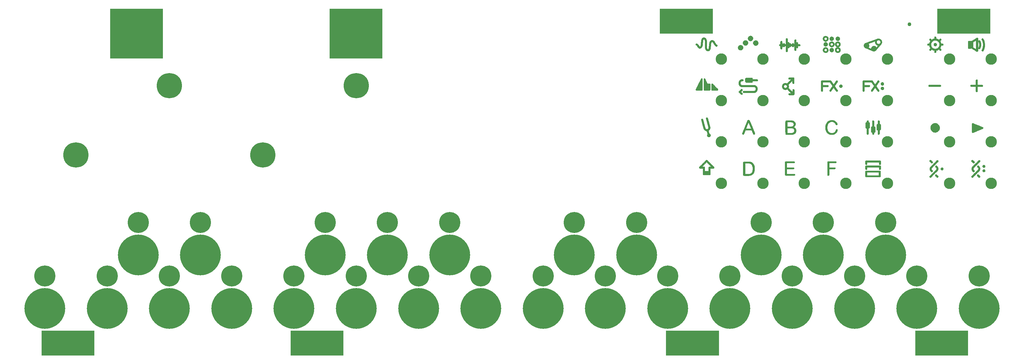
<source format=gbr>
%TF.GenerationSoftware,KiCad,Pcbnew,5.1.9*%
%TF.CreationDate,2021-03-31T15:24:56+02:00*%
%TF.ProjectId,OTTO-Beta-Front,4f54544f-2d42-4657-9461-2d46726f6e74,rev?*%
%TF.SameCoordinates,Original*%
%TF.FileFunction,Soldermask,Bot*%
%TF.FilePolarity,Negative*%
%FSLAX46Y46*%
G04 Gerber Fmt 4.6, Leading zero omitted, Abs format (unit mm)*
G04 Created by KiCad (PCBNEW 5.1.9) date 2021-03-31 15:24:56*
%MOMM*%
%LPD*%
G01*
G04 APERTURE LIST*
%ADD10C,0.100000*%
%ADD11C,0.010000*%
%ADD12C,1.102000*%
%ADD13C,6.100000*%
%ADD14C,11.802000*%
%ADD15C,3.302000*%
%ADD16C,7.302000*%
G04 APERTURE END LIST*
D10*
G36*
X45060000Y-23620000D02*
G01*
X60260000Y-23620000D01*
X60260000Y-9320000D01*
X45060000Y-9320000D01*
X45060000Y-23620000D01*
G37*
X45060000Y-23620000D02*
X60260000Y-23620000D01*
X60260000Y-9320000D01*
X45060000Y-9320000D01*
X45060000Y-23620000D01*
G36*
X108480000Y-23620000D02*
G01*
X123680000Y-23620000D01*
X123680000Y-9320000D01*
X108480000Y-9320000D01*
X108480000Y-23620000D01*
G37*
X108480000Y-23620000D02*
X123680000Y-23620000D01*
X123680000Y-9320000D01*
X108480000Y-9320000D01*
X108480000Y-23620000D01*
G36*
X40460000Y-102510000D02*
G01*
X25260000Y-102510000D01*
X25260000Y-109610000D01*
X40460000Y-109610000D01*
X40460000Y-102510000D01*
G37*
X40460000Y-102510000D02*
X25260000Y-102510000D01*
X25260000Y-109610000D01*
X40460000Y-109610000D01*
X40460000Y-102510000D01*
G36*
X112430000Y-102500000D02*
G01*
X97230000Y-102500000D01*
X97230000Y-109600000D01*
X112430000Y-109600000D01*
X112430000Y-102500000D01*
G37*
X112430000Y-102500000D02*
X97230000Y-102500000D01*
X97230000Y-109600000D01*
X112430000Y-109600000D01*
X112430000Y-102500000D01*
G36*
X203930000Y-16420000D02*
G01*
X219130000Y-16420000D01*
X219130000Y-9320000D01*
X203930000Y-9320000D01*
X203930000Y-16420000D01*
G37*
X203930000Y-16420000D02*
X219130000Y-16420000D01*
X219130000Y-9320000D01*
X203930000Y-9320000D01*
X203930000Y-16420000D01*
G36*
X284110000Y-16420000D02*
G01*
X299310000Y-16420000D01*
X299310000Y-9320000D01*
X284110000Y-9320000D01*
X284110000Y-16420000D01*
G37*
X284110000Y-16420000D02*
X299310000Y-16420000D01*
X299310000Y-9320000D01*
X284110000Y-9320000D01*
X284110000Y-16420000D01*
G36*
X220930000Y-102500000D02*
G01*
X205730000Y-102500000D01*
X205730000Y-109600000D01*
X220930000Y-109600000D01*
X220930000Y-102500000D01*
G37*
X220930000Y-102500000D02*
X205730000Y-102500000D01*
X205730000Y-109600000D01*
X220930000Y-109600000D01*
X220930000Y-102500000D01*
G36*
X292930000Y-102500000D02*
G01*
X277730000Y-102500000D01*
X277730000Y-109600000D01*
X292930000Y-109600000D01*
X292930000Y-102500000D01*
G37*
X292930000Y-102500000D02*
X277730000Y-102500000D01*
X277730000Y-109600000D01*
X292930000Y-109600000D01*
X292930000Y-102500000D01*
D11*
G36*
X255398951Y-18775866D02*
G01*
X255493583Y-18790897D01*
X255586075Y-18817329D01*
X255675306Y-18855189D01*
X255754885Y-18901012D01*
X255835692Y-18961574D01*
X255907763Y-19030922D01*
X255970483Y-19108120D01*
X256023234Y-19192233D01*
X256065399Y-19282327D01*
X256096363Y-19377466D01*
X256109749Y-19439053D01*
X256114981Y-19481653D01*
X256117600Y-19532454D01*
X256117685Y-19587257D01*
X256115318Y-19641863D01*
X256110581Y-19692073D01*
X256104101Y-19731226D01*
X256077592Y-19828057D01*
X256041570Y-19917098D01*
X255995295Y-19999744D01*
X255938026Y-20077391D01*
X255895436Y-20124927D01*
X255820757Y-20194237D01*
X255740454Y-20252255D01*
X255654025Y-20299260D01*
X255560966Y-20335534D01*
X255479216Y-20357501D01*
X255450812Y-20362072D01*
X255413293Y-20365754D01*
X255370139Y-20368436D01*
X255324826Y-20370008D01*
X255280834Y-20370362D01*
X255241639Y-20369386D01*
X255210720Y-20366973D01*
X255204809Y-20366150D01*
X255106892Y-20344595D01*
X255013410Y-20311721D01*
X254925264Y-20268241D01*
X254843355Y-20214866D01*
X254768586Y-20152308D01*
X254701858Y-20081277D01*
X254644073Y-20002485D01*
X254596132Y-19916644D01*
X254575486Y-19869687D01*
X254544534Y-19775798D01*
X254525682Y-19679518D01*
X254519678Y-19594120D01*
X254940774Y-19594120D01*
X254950131Y-19657340D01*
X254970425Y-19718767D01*
X255001689Y-19776972D01*
X255043958Y-19830523D01*
X255044586Y-19831189D01*
X255096219Y-19877623D01*
X255152826Y-19912598D01*
X255215602Y-19936756D01*
X255259513Y-19946827D01*
X255293455Y-19950024D01*
X255334029Y-19949655D01*
X255375777Y-19946062D01*
X255413243Y-19939584D01*
X255425120Y-19936468D01*
X255489127Y-19911077D01*
X255546469Y-19875339D01*
X255596196Y-19830251D01*
X255637355Y-19776813D01*
X255668996Y-19716024D01*
X255687159Y-19661438D01*
X255693663Y-19621562D01*
X255695497Y-19574800D01*
X255692888Y-19525987D01*
X255686066Y-19479957D01*
X255677009Y-19446306D01*
X255650614Y-19388999D01*
X255613931Y-19335557D01*
X255569107Y-19288436D01*
X255518286Y-19250090D01*
X255492971Y-19235812D01*
X255445345Y-19214892D01*
X255399436Y-19202027D01*
X255350019Y-19196003D01*
X255318282Y-19195165D01*
X255252636Y-19199762D01*
X255193431Y-19214103D01*
X255138637Y-19239011D01*
X255086225Y-19275309D01*
X255056889Y-19301173D01*
X255012057Y-19351908D01*
X254977996Y-19408001D01*
X254954740Y-19468020D01*
X254942322Y-19530536D01*
X254940774Y-19594120D01*
X254519678Y-19594120D01*
X254518824Y-19581981D01*
X254523855Y-19484320D01*
X254540671Y-19387670D01*
X254569167Y-19293163D01*
X254609237Y-19201934D01*
X254642785Y-19142762D01*
X254670189Y-19103568D01*
X254705265Y-19060599D01*
X254745040Y-19017012D01*
X254786545Y-18975967D01*
X254826806Y-18940622D01*
X254849030Y-18923537D01*
X254932948Y-18870749D01*
X255021456Y-18829194D01*
X255113432Y-18798900D01*
X255207754Y-18779896D01*
X255303301Y-18772208D01*
X255398951Y-18775866D01*
G37*
X255398951Y-18775866D02*
X255493583Y-18790897D01*
X255586075Y-18817329D01*
X255675306Y-18855189D01*
X255754885Y-18901012D01*
X255835692Y-18961574D01*
X255907763Y-19030922D01*
X255970483Y-19108120D01*
X256023234Y-19192233D01*
X256065399Y-19282327D01*
X256096363Y-19377466D01*
X256109749Y-19439053D01*
X256114981Y-19481653D01*
X256117600Y-19532454D01*
X256117685Y-19587257D01*
X256115318Y-19641863D01*
X256110581Y-19692073D01*
X256104101Y-19731226D01*
X256077592Y-19828057D01*
X256041570Y-19917098D01*
X255995295Y-19999744D01*
X255938026Y-20077391D01*
X255895436Y-20124927D01*
X255820757Y-20194237D01*
X255740454Y-20252255D01*
X255654025Y-20299260D01*
X255560966Y-20335534D01*
X255479216Y-20357501D01*
X255450812Y-20362072D01*
X255413293Y-20365754D01*
X255370139Y-20368436D01*
X255324826Y-20370008D01*
X255280834Y-20370362D01*
X255241639Y-20369386D01*
X255210720Y-20366973D01*
X255204809Y-20366150D01*
X255106892Y-20344595D01*
X255013410Y-20311721D01*
X254925264Y-20268241D01*
X254843355Y-20214866D01*
X254768586Y-20152308D01*
X254701858Y-20081277D01*
X254644073Y-20002485D01*
X254596132Y-19916644D01*
X254575486Y-19869687D01*
X254544534Y-19775798D01*
X254525682Y-19679518D01*
X254519678Y-19594120D01*
X254940774Y-19594120D01*
X254950131Y-19657340D01*
X254970425Y-19718767D01*
X255001689Y-19776972D01*
X255043958Y-19830523D01*
X255044586Y-19831189D01*
X255096219Y-19877623D01*
X255152826Y-19912598D01*
X255215602Y-19936756D01*
X255259513Y-19946827D01*
X255293455Y-19950024D01*
X255334029Y-19949655D01*
X255375777Y-19946062D01*
X255413243Y-19939584D01*
X255425120Y-19936468D01*
X255489127Y-19911077D01*
X255546469Y-19875339D01*
X255596196Y-19830251D01*
X255637355Y-19776813D01*
X255668996Y-19716024D01*
X255687159Y-19661438D01*
X255693663Y-19621562D01*
X255695497Y-19574800D01*
X255692888Y-19525987D01*
X255686066Y-19479957D01*
X255677009Y-19446306D01*
X255650614Y-19388999D01*
X255613931Y-19335557D01*
X255569107Y-19288436D01*
X255518286Y-19250090D01*
X255492971Y-19235812D01*
X255445345Y-19214892D01*
X255399436Y-19202027D01*
X255350019Y-19196003D01*
X255318282Y-19195165D01*
X255252636Y-19199762D01*
X255193431Y-19214103D01*
X255138637Y-19239011D01*
X255086225Y-19275309D01*
X255056889Y-19301173D01*
X255012057Y-19351908D01*
X254977996Y-19408001D01*
X254954740Y-19468020D01*
X254942322Y-19530536D01*
X254940774Y-19594120D01*
X254519678Y-19594120D01*
X254518824Y-19581981D01*
X254523855Y-19484320D01*
X254540671Y-19387670D01*
X254569167Y-19293163D01*
X254609237Y-19201934D01*
X254642785Y-19142762D01*
X254670189Y-19103568D01*
X254705265Y-19060599D01*
X254745040Y-19017012D01*
X254786545Y-18975967D01*
X254826806Y-18940622D01*
X254849030Y-18923537D01*
X254932948Y-18870749D01*
X255021456Y-18829194D01*
X255113432Y-18798900D01*
X255207754Y-18779896D01*
X255303301Y-18772208D01*
X255398951Y-18775866D01*
G36*
X251942494Y-20435366D02*
G01*
X251966718Y-20439597D01*
X252049743Y-20460772D01*
X252133111Y-20492247D01*
X252212907Y-20532349D01*
X252272304Y-20570056D01*
X252350311Y-20632525D01*
X252418582Y-20702368D01*
X252476932Y-20778600D01*
X252525178Y-20860238D01*
X252563136Y-20946300D01*
X252590622Y-21035801D01*
X252607453Y-21127759D01*
X252613443Y-21221190D01*
X252608410Y-21315111D01*
X252592169Y-21408539D01*
X252564537Y-21500489D01*
X252525329Y-21589980D01*
X252478120Y-21670433D01*
X252418609Y-21748612D01*
X252350009Y-21818693D01*
X252273518Y-21879891D01*
X252190332Y-21931423D01*
X252101648Y-21972507D01*
X252008662Y-22002359D01*
X251952668Y-22014317D01*
X251915298Y-22019049D01*
X251869841Y-22022064D01*
X251820151Y-22023354D01*
X251770080Y-22022910D01*
X251723480Y-22020725D01*
X251684204Y-22016790D01*
X251672470Y-22014919D01*
X251576301Y-21991188D01*
X251484994Y-21956280D01*
X251399347Y-21910993D01*
X251320157Y-21856125D01*
X251248221Y-21792473D01*
X251184337Y-21720836D01*
X251129302Y-21642010D01*
X251083913Y-21556794D01*
X251048968Y-21465985D01*
X251025263Y-21370381D01*
X251024606Y-21366732D01*
X251018472Y-21319386D01*
X251015107Y-21265031D01*
X251014516Y-21208082D01*
X251014646Y-21204794D01*
X251436200Y-21204794D01*
X251438378Y-21273118D01*
X251451793Y-21337423D01*
X251475394Y-21396847D01*
X251508133Y-21450526D01*
X251548958Y-21497596D01*
X251596821Y-21537193D01*
X251650670Y-21568456D01*
X251709456Y-21590519D01*
X251772130Y-21602521D01*
X251837640Y-21603596D01*
X251904936Y-21592883D01*
X251907408Y-21592259D01*
X251970748Y-21569794D01*
X252028654Y-21536749D01*
X252079612Y-21494356D01*
X252122109Y-21443845D01*
X252151046Y-21394200D01*
X252170339Y-21349181D01*
X252182436Y-21308058D01*
X252188602Y-21265250D01*
X252190125Y-21221695D01*
X252185075Y-21155773D01*
X252169516Y-21095705D01*
X252142832Y-21040040D01*
X252104408Y-20987327D01*
X252079105Y-20960125D01*
X252028313Y-20915818D01*
X251975702Y-20883414D01*
X251919350Y-20862111D01*
X251857331Y-20851111D01*
X251812205Y-20849105D01*
X251742530Y-20854777D01*
X251678326Y-20871885D01*
X251619262Y-20900563D01*
X251565003Y-20940949D01*
X251548117Y-20956847D01*
X251503282Y-21008520D01*
X251470363Y-21063168D01*
X251448649Y-21122365D01*
X251437429Y-21187685D01*
X251436200Y-21204794D01*
X251014646Y-21204794D01*
X251016702Y-21152958D01*
X251021668Y-21104077D01*
X251024378Y-21087559D01*
X251048853Y-20989466D01*
X251083933Y-20897357D01*
X251128824Y-20811779D01*
X251182730Y-20733277D01*
X251244858Y-20662398D01*
X251314413Y-20599689D01*
X251390599Y-20545695D01*
X251472623Y-20500964D01*
X251559690Y-20466042D01*
X251651005Y-20441474D01*
X251745774Y-20427808D01*
X251843202Y-20425590D01*
X251942494Y-20435366D01*
G37*
X251942494Y-20435366D02*
X251966718Y-20439597D01*
X252049743Y-20460772D01*
X252133111Y-20492247D01*
X252212907Y-20532349D01*
X252272304Y-20570056D01*
X252350311Y-20632525D01*
X252418582Y-20702368D01*
X252476932Y-20778600D01*
X252525178Y-20860238D01*
X252563136Y-20946300D01*
X252590622Y-21035801D01*
X252607453Y-21127759D01*
X252613443Y-21221190D01*
X252608410Y-21315111D01*
X252592169Y-21408539D01*
X252564537Y-21500489D01*
X252525329Y-21589980D01*
X252478120Y-21670433D01*
X252418609Y-21748612D01*
X252350009Y-21818693D01*
X252273518Y-21879891D01*
X252190332Y-21931423D01*
X252101648Y-21972507D01*
X252008662Y-22002359D01*
X251952668Y-22014317D01*
X251915298Y-22019049D01*
X251869841Y-22022064D01*
X251820151Y-22023354D01*
X251770080Y-22022910D01*
X251723480Y-22020725D01*
X251684204Y-22016790D01*
X251672470Y-22014919D01*
X251576301Y-21991188D01*
X251484994Y-21956280D01*
X251399347Y-21910993D01*
X251320157Y-21856125D01*
X251248221Y-21792473D01*
X251184337Y-21720836D01*
X251129302Y-21642010D01*
X251083913Y-21556794D01*
X251048968Y-21465985D01*
X251025263Y-21370381D01*
X251024606Y-21366732D01*
X251018472Y-21319386D01*
X251015107Y-21265031D01*
X251014516Y-21208082D01*
X251014646Y-21204794D01*
X251436200Y-21204794D01*
X251438378Y-21273118D01*
X251451793Y-21337423D01*
X251475394Y-21396847D01*
X251508133Y-21450526D01*
X251548958Y-21497596D01*
X251596821Y-21537193D01*
X251650670Y-21568456D01*
X251709456Y-21590519D01*
X251772130Y-21602521D01*
X251837640Y-21603596D01*
X251904936Y-21592883D01*
X251907408Y-21592259D01*
X251970748Y-21569794D01*
X252028654Y-21536749D01*
X252079612Y-21494356D01*
X252122109Y-21443845D01*
X252151046Y-21394200D01*
X252170339Y-21349181D01*
X252182436Y-21308058D01*
X252188602Y-21265250D01*
X252190125Y-21221695D01*
X252185075Y-21155773D01*
X252169516Y-21095705D01*
X252142832Y-21040040D01*
X252104408Y-20987327D01*
X252079105Y-20960125D01*
X252028313Y-20915818D01*
X251975702Y-20883414D01*
X251919350Y-20862111D01*
X251857331Y-20851111D01*
X251812205Y-20849105D01*
X251742530Y-20854777D01*
X251678326Y-20871885D01*
X251619262Y-20900563D01*
X251565003Y-20940949D01*
X251548117Y-20956847D01*
X251503282Y-21008520D01*
X251470363Y-21063168D01*
X251448649Y-21122365D01*
X251437429Y-21187685D01*
X251436200Y-21204794D01*
X251014646Y-21204794D01*
X251016702Y-21152958D01*
X251021668Y-21104077D01*
X251024378Y-21087559D01*
X251048853Y-20989466D01*
X251083933Y-20897357D01*
X251128824Y-20811779D01*
X251182730Y-20733277D01*
X251244858Y-20662398D01*
X251314413Y-20599689D01*
X251390599Y-20545695D01*
X251472623Y-20500964D01*
X251559690Y-20466042D01*
X251651005Y-20441474D01*
X251745774Y-20427808D01*
X251843202Y-20425590D01*
X251942494Y-20435366D01*
G36*
X253641563Y-17365588D02*
G01*
X253661053Y-17368112D01*
X253743297Y-17387624D01*
X253820821Y-17418374D01*
X253892687Y-17459470D01*
X253957957Y-17510022D01*
X254015693Y-17569140D01*
X254064959Y-17635933D01*
X254104816Y-17709513D01*
X254134326Y-17788987D01*
X254144035Y-17826681D01*
X254150153Y-17864971D01*
X254153691Y-17910677D01*
X254154649Y-17959617D01*
X254153027Y-18007608D01*
X254148826Y-18050467D01*
X254144005Y-18076637D01*
X254117259Y-18162284D01*
X254080186Y-18240961D01*
X254033228Y-18312117D01*
X253976828Y-18375204D01*
X253911426Y-18429673D01*
X253837465Y-18474974D01*
X253814461Y-18486327D01*
X253747404Y-18512214D01*
X253675020Y-18530291D01*
X253600767Y-18540086D01*
X253528101Y-18541130D01*
X253465142Y-18533865D01*
X253381424Y-18511885D01*
X253303095Y-18479182D01*
X253231037Y-18436610D01*
X253166131Y-18385019D01*
X253109257Y-18325261D01*
X253061296Y-18258190D01*
X253023129Y-18184656D01*
X252995637Y-18105511D01*
X252987758Y-18072141D01*
X252982057Y-18033264D01*
X252978828Y-17987188D01*
X252978085Y-17938319D01*
X252979844Y-17891062D01*
X252984120Y-17849822D01*
X252986933Y-17834104D01*
X253011147Y-17749570D01*
X253046149Y-17671231D01*
X253091261Y-17599814D01*
X253145806Y-17536044D01*
X253209106Y-17480646D01*
X253280484Y-17434347D01*
X253359262Y-17397871D01*
X253410057Y-17380928D01*
X253448537Y-17372576D01*
X253495227Y-17366646D01*
X253545828Y-17363359D01*
X253596041Y-17362933D01*
X253641563Y-17365588D01*
G37*
X253641563Y-17365588D02*
X253661053Y-17368112D01*
X253743297Y-17387624D01*
X253820821Y-17418374D01*
X253892687Y-17459470D01*
X253957957Y-17510022D01*
X254015693Y-17569140D01*
X254064959Y-17635933D01*
X254104816Y-17709513D01*
X254134326Y-17788987D01*
X254144035Y-17826681D01*
X254150153Y-17864971D01*
X254153691Y-17910677D01*
X254154649Y-17959617D01*
X254153027Y-18007608D01*
X254148826Y-18050467D01*
X254144005Y-18076637D01*
X254117259Y-18162284D01*
X254080186Y-18240961D01*
X254033228Y-18312117D01*
X253976828Y-18375204D01*
X253911426Y-18429673D01*
X253837465Y-18474974D01*
X253814461Y-18486327D01*
X253747404Y-18512214D01*
X253675020Y-18530291D01*
X253600767Y-18540086D01*
X253528101Y-18541130D01*
X253465142Y-18533865D01*
X253381424Y-18511885D01*
X253303095Y-18479182D01*
X253231037Y-18436610D01*
X253166131Y-18385019D01*
X253109257Y-18325261D01*
X253061296Y-18258190D01*
X253023129Y-18184656D01*
X252995637Y-18105511D01*
X252987758Y-18072141D01*
X252982057Y-18033264D01*
X252978828Y-17987188D01*
X252978085Y-17938319D01*
X252979844Y-17891062D01*
X252984120Y-17849822D01*
X252986933Y-17834104D01*
X253011147Y-17749570D01*
X253046149Y-17671231D01*
X253091261Y-17599814D01*
X253145806Y-17536044D01*
X253209106Y-17480646D01*
X253280484Y-17434347D01*
X253359262Y-17397871D01*
X253410057Y-17380928D01*
X253448537Y-17372576D01*
X253495227Y-17366646D01*
X253545828Y-17363359D01*
X253596041Y-17362933D01*
X253641563Y-17365588D01*
G36*
X216677741Y-17612220D02*
G01*
X216758158Y-17620571D01*
X216833392Y-17637167D01*
X216906105Y-17662567D01*
X216965498Y-17690242D01*
X217045089Y-17738387D01*
X217117703Y-17797138D01*
X217183333Y-17866477D01*
X217241968Y-17946388D01*
X217293600Y-18036853D01*
X217338218Y-18137855D01*
X217375815Y-18249377D01*
X217406380Y-18371402D01*
X217429905Y-18503914D01*
X217436894Y-18556182D01*
X217440721Y-18587597D01*
X217444149Y-18616587D01*
X217447201Y-18643996D01*
X217449898Y-18670667D01*
X217452263Y-18697446D01*
X217454319Y-18725175D01*
X217456087Y-18754699D01*
X217457589Y-18786862D01*
X217458848Y-18822507D01*
X217459885Y-18862479D01*
X217460724Y-18907622D01*
X217461385Y-18958779D01*
X217461892Y-19016795D01*
X217462267Y-19082513D01*
X217462531Y-19156777D01*
X217462707Y-19240432D01*
X217462817Y-19334320D01*
X217462882Y-19439288D01*
X217462924Y-19547030D01*
X217462973Y-19664338D01*
X217463053Y-19769766D01*
X217463186Y-19864135D01*
X217463392Y-19948268D01*
X217463694Y-20022986D01*
X217464113Y-20089113D01*
X217464671Y-20147469D01*
X217465388Y-20198878D01*
X217466287Y-20244162D01*
X217467390Y-20284143D01*
X217468717Y-20319643D01*
X217470291Y-20351485D01*
X217472133Y-20380490D01*
X217474265Y-20407481D01*
X217476707Y-20433280D01*
X217479482Y-20458710D01*
X217482612Y-20484592D01*
X217486117Y-20511749D01*
X217488748Y-20531526D01*
X217504585Y-20629619D01*
X217524312Y-20716809D01*
X217547834Y-20792887D01*
X217575053Y-20857648D01*
X217605874Y-20910883D01*
X217640200Y-20952388D01*
X217677935Y-20981953D01*
X217704390Y-20994725D01*
X217738888Y-21004071D01*
X217777635Y-21008937D01*
X217815742Y-21009073D01*
X217848315Y-21004230D01*
X217854518Y-21002383D01*
X217883216Y-20986413D01*
X217911199Y-20958403D01*
X217938095Y-20919014D01*
X217963530Y-20868904D01*
X217987131Y-20808734D01*
X218008525Y-20739162D01*
X218012910Y-20722614D01*
X218023977Y-20676941D01*
X218034340Y-20628150D01*
X218044143Y-20575161D01*
X218053531Y-20516890D01*
X218062649Y-20452255D01*
X218071642Y-20380175D01*
X218080654Y-20299567D01*
X218089830Y-20209350D01*
X218099314Y-20108440D01*
X218107691Y-20013871D01*
X218117793Y-19899173D01*
X218127284Y-19796036D01*
X218136312Y-19703342D01*
X218145029Y-19619973D01*
X218153585Y-19544811D01*
X218162130Y-19476736D01*
X218170815Y-19414630D01*
X218179789Y-19357376D01*
X218189204Y-19303854D01*
X218199208Y-19252946D01*
X218209954Y-19203533D01*
X218221591Y-19154497D01*
X218225068Y-19140528D01*
X218261170Y-19014730D01*
X218303490Y-18899987D01*
X218352064Y-18796256D01*
X218406931Y-18703493D01*
X218468128Y-18621655D01*
X218535692Y-18550697D01*
X218609661Y-18490578D01*
X218690073Y-18441253D01*
X218776964Y-18402678D01*
X218870372Y-18374811D01*
X218888749Y-18370746D01*
X218940702Y-18363017D01*
X218999198Y-18359574D01*
X219060202Y-18360286D01*
X219119674Y-18365020D01*
X219173576Y-18373644D01*
X219202950Y-18381043D01*
X219281441Y-18409467D01*
X219354992Y-18446541D01*
X219425569Y-18493462D01*
X219495140Y-18551425D01*
X219516730Y-18571745D01*
X219550891Y-18605828D01*
X219583507Y-18640834D01*
X219615363Y-18677883D01*
X219647245Y-18718092D01*
X219679939Y-18762578D01*
X219714231Y-18812462D01*
X219750906Y-18868859D01*
X219790752Y-18932889D01*
X219834553Y-19005669D01*
X219883095Y-19088318D01*
X219898652Y-19115122D01*
X219947789Y-19199317D01*
X219991809Y-19273222D01*
X220031410Y-19337840D01*
X220067289Y-19394176D01*
X220100142Y-19443234D01*
X220130667Y-19486018D01*
X220159560Y-19523532D01*
X220187519Y-19556780D01*
X220215241Y-19586766D01*
X220243422Y-19614496D01*
X220248646Y-19619370D01*
X220275504Y-19642647D01*
X220302393Y-19662023D01*
X220333472Y-19680224D01*
X220368151Y-19697704D01*
X220419060Y-19724905D01*
X220459244Y-19752928D01*
X220490648Y-19783492D01*
X220515217Y-19818318D01*
X220524655Y-19836027D01*
X220533004Y-19854108D01*
X220538415Y-19869787D01*
X220541516Y-19886711D01*
X220542939Y-19908529D01*
X220543315Y-19938889D01*
X220543319Y-19944004D01*
X220543012Y-19976310D01*
X220541677Y-19999573D01*
X220538728Y-20017447D01*
X220533577Y-20033584D01*
X220526215Y-20050410D01*
X220500169Y-20093127D01*
X220464928Y-20132353D01*
X220424004Y-20164521D01*
X220401129Y-20177529D01*
X220381280Y-20186860D01*
X220364849Y-20192838D01*
X220347925Y-20196200D01*
X220326599Y-20197686D01*
X220296962Y-20198034D01*
X220292584Y-20198034D01*
X220261148Y-20197691D01*
X220238100Y-20196171D01*
X220219132Y-20192684D01*
X220199933Y-20186442D01*
X220176404Y-20176744D01*
X220093689Y-20136613D01*
X220015500Y-20089111D01*
X219940880Y-20033372D01*
X219868875Y-19968530D01*
X219798528Y-19893717D01*
X219728884Y-19808067D01*
X219658985Y-19710713D01*
X219653522Y-19702644D01*
X219635919Y-19676229D01*
X219618101Y-19648795D01*
X219599322Y-19619109D01*
X219578836Y-19585937D01*
X219555897Y-19548044D01*
X219529758Y-19504198D01*
X219499673Y-19453163D01*
X219464897Y-19393707D01*
X219424683Y-19324596D01*
X219419225Y-19315197D01*
X219370525Y-19232584D01*
X219326490Y-19160734D01*
X219286505Y-19098855D01*
X219249956Y-19046155D01*
X219216227Y-19001844D01*
X219184703Y-18965131D01*
X219154768Y-18935223D01*
X219125808Y-18911330D01*
X219097207Y-18892661D01*
X219086007Y-18886620D01*
X219053134Y-18876222D01*
X219014645Y-18874245D01*
X218974240Y-18880475D01*
X218935618Y-18894697D01*
X218934127Y-18895448D01*
X218895152Y-18921019D01*
X218858990Y-18956756D01*
X218825556Y-19002904D01*
X218794766Y-19059709D01*
X218766536Y-19127418D01*
X218740783Y-19206276D01*
X218717424Y-19296532D01*
X218696374Y-19398429D01*
X218677549Y-19512216D01*
X218660866Y-19638139D01*
X218650984Y-19728050D01*
X218648037Y-19757983D01*
X218644230Y-19798201D01*
X218639782Y-19846330D01*
X218634907Y-19899997D01*
X218629823Y-19956829D01*
X218624745Y-20014452D01*
X218622033Y-20045629D01*
X218616890Y-20104091D01*
X218611440Y-20164310D01*
X218605933Y-20223652D01*
X218600619Y-20279479D01*
X218595747Y-20329155D01*
X218591565Y-20370043D01*
X218589913Y-20385439D01*
X218573301Y-20521266D01*
X218554411Y-20645336D01*
X218532982Y-20758435D01*
X218508752Y-20861349D01*
X218481460Y-20954863D01*
X218450845Y-21039762D01*
X218416646Y-21116832D01*
X218378600Y-21186859D01*
X218336447Y-21250628D01*
X218289925Y-21308925D01*
X218278247Y-21322006D01*
X218229402Y-21368593D01*
X218171711Y-21412041D01*
X218108652Y-21450247D01*
X218043704Y-21481112D01*
X217980345Y-21502535D01*
X217978575Y-21502992D01*
X217951700Y-21508917D01*
X217918776Y-21514779D01*
X217883365Y-21520095D01*
X217849028Y-21524384D01*
X217819327Y-21527164D01*
X217797824Y-21527953D01*
X217794939Y-21527836D01*
X217782353Y-21526919D01*
X217760809Y-21525205D01*
X217734005Y-21522992D01*
X217720057Y-21521815D01*
X217633549Y-21508746D01*
X217547211Y-21484845D01*
X217464287Y-21451250D01*
X217388025Y-21409097D01*
X217376293Y-21401388D01*
X217343877Y-21377003D01*
X217307397Y-21345422D01*
X217270130Y-21309818D01*
X217235352Y-21273361D01*
X217206340Y-21239226D01*
X217199463Y-21230200D01*
X217147746Y-21151188D01*
X217102171Y-21062557D01*
X217062636Y-20963988D01*
X217029038Y-20855165D01*
X217001275Y-20735768D01*
X216979243Y-20605480D01*
X216967694Y-20512471D01*
X216963720Y-20473983D01*
X216960213Y-20436011D01*
X216957155Y-20397606D01*
X216954526Y-20357820D01*
X216952307Y-20315702D01*
X216950478Y-20270306D01*
X216949021Y-20220681D01*
X216947915Y-20165879D01*
X216947141Y-20104953D01*
X216946680Y-20036951D01*
X216946513Y-19960927D01*
X216946619Y-19875931D01*
X216946980Y-19781015D01*
X216947576Y-19675230D01*
X216948325Y-19566084D01*
X216949151Y-19441540D01*
X216949692Y-19328826D01*
X216949912Y-19227068D01*
X216949774Y-19135397D01*
X216949243Y-19052939D01*
X216948281Y-18978825D01*
X216946854Y-18912181D01*
X216944924Y-18852136D01*
X216942455Y-18797819D01*
X216939412Y-18748358D01*
X216935758Y-18702882D01*
X216931456Y-18660518D01*
X216926472Y-18620396D01*
X216920767Y-18581642D01*
X216914307Y-18543387D01*
X216907054Y-18504758D01*
X216903490Y-18486861D01*
X216883837Y-18402466D01*
X216861361Y-18330118D01*
X216835862Y-18269431D01*
X216807139Y-18220023D01*
X216774990Y-18181508D01*
X216739215Y-18153504D01*
X216724908Y-18145675D01*
X216694696Y-18134787D01*
X216658359Y-18127480D01*
X216620510Y-18124195D01*
X216585763Y-18125377D01*
X216562532Y-18130085D01*
X216532777Y-18146377D01*
X216504461Y-18174903D01*
X216477745Y-18215262D01*
X216452787Y-18267048D01*
X216429748Y-18329858D01*
X216408787Y-18403289D01*
X216390064Y-18486937D01*
X216373738Y-18580398D01*
X216367580Y-18622874D01*
X216362341Y-18662456D01*
X216357403Y-18702668D01*
X216352636Y-18744917D01*
X216347909Y-18790609D01*
X216343090Y-18841152D01*
X216338048Y-18897953D01*
X216332651Y-18962419D01*
X216326769Y-19035957D01*
X216320270Y-19119975D01*
X216316299Y-19172286D01*
X216309575Y-19260238D01*
X216303491Y-19337150D01*
X216297889Y-19404661D01*
X216292613Y-19464409D01*
X216287506Y-19518034D01*
X216282412Y-19567175D01*
X216277174Y-19613468D01*
X216271635Y-19658554D01*
X216265638Y-19704071D01*
X216264969Y-19708995D01*
X216241778Y-19854168D01*
X216213300Y-19987961D01*
X216179416Y-20110596D01*
X216140003Y-20222300D01*
X216094941Y-20323297D01*
X216044109Y-20413811D01*
X215987384Y-20494067D01*
X215924647Y-20564289D01*
X215855776Y-20624703D01*
X215780649Y-20675533D01*
X215728835Y-20703331D01*
X215642248Y-20739625D01*
X215557035Y-20763665D01*
X215473547Y-20775461D01*
X215392132Y-20775024D01*
X215313140Y-20762365D01*
X215236919Y-20737495D01*
X215163819Y-20700425D01*
X215139372Y-20684797D01*
X215103359Y-20659097D01*
X215069689Y-20631825D01*
X215037412Y-20601811D01*
X215005579Y-20567884D01*
X214973241Y-20528874D01*
X214939449Y-20483612D01*
X214903254Y-20430926D01*
X214863708Y-20369645D01*
X214819860Y-20298601D01*
X214801353Y-20267935D01*
X214755142Y-20192193D01*
X214713440Y-20126782D01*
X214675251Y-20070583D01*
X214639577Y-20022479D01*
X214605420Y-19981353D01*
X214571784Y-19946088D01*
X214537672Y-19915566D01*
X214502085Y-19888670D01*
X214464027Y-19864283D01*
X214422500Y-19841286D01*
X214418875Y-19839410D01*
X214366094Y-19806397D01*
X214324526Y-19767464D01*
X214294065Y-19722457D01*
X214274606Y-19671227D01*
X214266406Y-19619569D01*
X214268690Y-19563775D01*
X214282923Y-19509858D01*
X214300551Y-19473153D01*
X214323539Y-19442152D01*
X214354563Y-19411591D01*
X214389401Y-19385236D01*
X214415847Y-19370329D01*
X214433576Y-19362629D01*
X214449683Y-19357659D01*
X214467803Y-19354836D01*
X214491571Y-19353579D01*
X214522254Y-19353306D01*
X214592343Y-19353306D01*
X214660867Y-19386622D01*
X214728654Y-19422447D01*
X214792476Y-19462414D01*
X214853218Y-19507457D01*
X214911765Y-19558513D01*
X214969002Y-19616517D01*
X215025816Y-19682402D01*
X215083090Y-19757104D01*
X215141710Y-19841557D01*
X215202562Y-19936698D01*
X215239733Y-19997992D01*
X215278614Y-20062285D01*
X215312332Y-20115964D01*
X215341403Y-20159781D01*
X215366341Y-20194485D01*
X215387660Y-20220827D01*
X215404580Y-20238377D01*
X215420567Y-20252482D01*
X215431903Y-20259351D01*
X215443064Y-20260585D01*
X215458527Y-20257782D01*
X215458753Y-20257732D01*
X215503852Y-20241456D01*
X215545570Y-20213595D01*
X215583961Y-20174050D01*
X215619078Y-20122720D01*
X215650974Y-20059505D01*
X215679702Y-19984304D01*
X215705315Y-19897017D01*
X215727868Y-19797545D01*
X215740721Y-19727436D01*
X215748041Y-19681986D01*
X215754916Y-19634821D01*
X215761480Y-19584636D01*
X215767867Y-19530122D01*
X215774215Y-19469975D01*
X215780657Y-19402888D01*
X215787328Y-19327555D01*
X215794364Y-19242668D01*
X215801901Y-19146922D01*
X215805063Y-19105594D01*
X215813297Y-18999214D01*
X215820991Y-18904310D01*
X215828283Y-18819673D01*
X215835308Y-18744095D01*
X215842202Y-18676367D01*
X215849102Y-18615280D01*
X215856143Y-18559625D01*
X215863462Y-18508194D01*
X215871194Y-18459777D01*
X215879477Y-18413165D01*
X215887907Y-18369809D01*
X215917137Y-18245985D01*
X215952574Y-18133226D01*
X215994237Y-18031504D01*
X216042144Y-17940790D01*
X216096312Y-17861057D01*
X216156759Y-17792275D01*
X216223504Y-17734417D01*
X216296564Y-17687454D01*
X216332094Y-17669595D01*
X216383627Y-17647699D01*
X216431758Y-17631844D01*
X216480558Y-17621113D01*
X216534098Y-17614587D01*
X216589475Y-17611558D01*
X216677741Y-17612220D01*
G37*
X216677741Y-17612220D02*
X216758158Y-17620571D01*
X216833392Y-17637167D01*
X216906105Y-17662567D01*
X216965498Y-17690242D01*
X217045089Y-17738387D01*
X217117703Y-17797138D01*
X217183333Y-17866477D01*
X217241968Y-17946388D01*
X217293600Y-18036853D01*
X217338218Y-18137855D01*
X217375815Y-18249377D01*
X217406380Y-18371402D01*
X217429905Y-18503914D01*
X217436894Y-18556182D01*
X217440721Y-18587597D01*
X217444149Y-18616587D01*
X217447201Y-18643996D01*
X217449898Y-18670667D01*
X217452263Y-18697446D01*
X217454319Y-18725175D01*
X217456087Y-18754699D01*
X217457589Y-18786862D01*
X217458848Y-18822507D01*
X217459885Y-18862479D01*
X217460724Y-18907622D01*
X217461385Y-18958779D01*
X217461892Y-19016795D01*
X217462267Y-19082513D01*
X217462531Y-19156777D01*
X217462707Y-19240432D01*
X217462817Y-19334320D01*
X217462882Y-19439288D01*
X217462924Y-19547030D01*
X217462973Y-19664338D01*
X217463053Y-19769766D01*
X217463186Y-19864135D01*
X217463392Y-19948268D01*
X217463694Y-20022986D01*
X217464113Y-20089113D01*
X217464671Y-20147469D01*
X217465388Y-20198878D01*
X217466287Y-20244162D01*
X217467390Y-20284143D01*
X217468717Y-20319643D01*
X217470291Y-20351485D01*
X217472133Y-20380490D01*
X217474265Y-20407481D01*
X217476707Y-20433280D01*
X217479482Y-20458710D01*
X217482612Y-20484592D01*
X217486117Y-20511749D01*
X217488748Y-20531526D01*
X217504585Y-20629619D01*
X217524312Y-20716809D01*
X217547834Y-20792887D01*
X217575053Y-20857648D01*
X217605874Y-20910883D01*
X217640200Y-20952388D01*
X217677935Y-20981953D01*
X217704390Y-20994725D01*
X217738888Y-21004071D01*
X217777635Y-21008937D01*
X217815742Y-21009073D01*
X217848315Y-21004230D01*
X217854518Y-21002383D01*
X217883216Y-20986413D01*
X217911199Y-20958403D01*
X217938095Y-20919014D01*
X217963530Y-20868904D01*
X217987131Y-20808734D01*
X218008525Y-20739162D01*
X218012910Y-20722614D01*
X218023977Y-20676941D01*
X218034340Y-20628150D01*
X218044143Y-20575161D01*
X218053531Y-20516890D01*
X218062649Y-20452255D01*
X218071642Y-20380175D01*
X218080654Y-20299567D01*
X218089830Y-20209350D01*
X218099314Y-20108440D01*
X218107691Y-20013871D01*
X218117793Y-19899173D01*
X218127284Y-19796036D01*
X218136312Y-19703342D01*
X218145029Y-19619973D01*
X218153585Y-19544811D01*
X218162130Y-19476736D01*
X218170815Y-19414630D01*
X218179789Y-19357376D01*
X218189204Y-19303854D01*
X218199208Y-19252946D01*
X218209954Y-19203533D01*
X218221591Y-19154497D01*
X218225068Y-19140528D01*
X218261170Y-19014730D01*
X218303490Y-18899987D01*
X218352064Y-18796256D01*
X218406931Y-18703493D01*
X218468128Y-18621655D01*
X218535692Y-18550697D01*
X218609661Y-18490578D01*
X218690073Y-18441253D01*
X218776964Y-18402678D01*
X218870372Y-18374811D01*
X218888749Y-18370746D01*
X218940702Y-18363017D01*
X218999198Y-18359574D01*
X219060202Y-18360286D01*
X219119674Y-18365020D01*
X219173576Y-18373644D01*
X219202950Y-18381043D01*
X219281441Y-18409467D01*
X219354992Y-18446541D01*
X219425569Y-18493462D01*
X219495140Y-18551425D01*
X219516730Y-18571745D01*
X219550891Y-18605828D01*
X219583507Y-18640834D01*
X219615363Y-18677883D01*
X219647245Y-18718092D01*
X219679939Y-18762578D01*
X219714231Y-18812462D01*
X219750906Y-18868859D01*
X219790752Y-18932889D01*
X219834553Y-19005669D01*
X219883095Y-19088318D01*
X219898652Y-19115122D01*
X219947789Y-19199317D01*
X219991809Y-19273222D01*
X220031410Y-19337840D01*
X220067289Y-19394176D01*
X220100142Y-19443234D01*
X220130667Y-19486018D01*
X220159560Y-19523532D01*
X220187519Y-19556780D01*
X220215241Y-19586766D01*
X220243422Y-19614496D01*
X220248646Y-19619370D01*
X220275504Y-19642647D01*
X220302393Y-19662023D01*
X220333472Y-19680224D01*
X220368151Y-19697704D01*
X220419060Y-19724905D01*
X220459244Y-19752928D01*
X220490648Y-19783492D01*
X220515217Y-19818318D01*
X220524655Y-19836027D01*
X220533004Y-19854108D01*
X220538415Y-19869787D01*
X220541516Y-19886711D01*
X220542939Y-19908529D01*
X220543315Y-19938889D01*
X220543319Y-19944004D01*
X220543012Y-19976310D01*
X220541677Y-19999573D01*
X220538728Y-20017447D01*
X220533577Y-20033584D01*
X220526215Y-20050410D01*
X220500169Y-20093127D01*
X220464928Y-20132353D01*
X220424004Y-20164521D01*
X220401129Y-20177529D01*
X220381280Y-20186860D01*
X220364849Y-20192838D01*
X220347925Y-20196200D01*
X220326599Y-20197686D01*
X220296962Y-20198034D01*
X220292584Y-20198034D01*
X220261148Y-20197691D01*
X220238100Y-20196171D01*
X220219132Y-20192684D01*
X220199933Y-20186442D01*
X220176404Y-20176744D01*
X220093689Y-20136613D01*
X220015500Y-20089111D01*
X219940880Y-20033372D01*
X219868875Y-19968530D01*
X219798528Y-19893717D01*
X219728884Y-19808067D01*
X219658985Y-19710713D01*
X219653522Y-19702644D01*
X219635919Y-19676229D01*
X219618101Y-19648795D01*
X219599322Y-19619109D01*
X219578836Y-19585937D01*
X219555897Y-19548044D01*
X219529758Y-19504198D01*
X219499673Y-19453163D01*
X219464897Y-19393707D01*
X219424683Y-19324596D01*
X219419225Y-19315197D01*
X219370525Y-19232584D01*
X219326490Y-19160734D01*
X219286505Y-19098855D01*
X219249956Y-19046155D01*
X219216227Y-19001844D01*
X219184703Y-18965131D01*
X219154768Y-18935223D01*
X219125808Y-18911330D01*
X219097207Y-18892661D01*
X219086007Y-18886620D01*
X219053134Y-18876222D01*
X219014645Y-18874245D01*
X218974240Y-18880475D01*
X218935618Y-18894697D01*
X218934127Y-18895448D01*
X218895152Y-18921019D01*
X218858990Y-18956756D01*
X218825556Y-19002904D01*
X218794766Y-19059709D01*
X218766536Y-19127418D01*
X218740783Y-19206276D01*
X218717424Y-19296532D01*
X218696374Y-19398429D01*
X218677549Y-19512216D01*
X218660866Y-19638139D01*
X218650984Y-19728050D01*
X218648037Y-19757983D01*
X218644230Y-19798201D01*
X218639782Y-19846330D01*
X218634907Y-19899997D01*
X218629823Y-19956829D01*
X218624745Y-20014452D01*
X218622033Y-20045629D01*
X218616890Y-20104091D01*
X218611440Y-20164310D01*
X218605933Y-20223652D01*
X218600619Y-20279479D01*
X218595747Y-20329155D01*
X218591565Y-20370043D01*
X218589913Y-20385439D01*
X218573301Y-20521266D01*
X218554411Y-20645336D01*
X218532982Y-20758435D01*
X218508752Y-20861349D01*
X218481460Y-20954863D01*
X218450845Y-21039762D01*
X218416646Y-21116832D01*
X218378600Y-21186859D01*
X218336447Y-21250628D01*
X218289925Y-21308925D01*
X218278247Y-21322006D01*
X218229402Y-21368593D01*
X218171711Y-21412041D01*
X218108652Y-21450247D01*
X218043704Y-21481112D01*
X217980345Y-21502535D01*
X217978575Y-21502992D01*
X217951700Y-21508917D01*
X217918776Y-21514779D01*
X217883365Y-21520095D01*
X217849028Y-21524384D01*
X217819327Y-21527164D01*
X217797824Y-21527953D01*
X217794939Y-21527836D01*
X217782353Y-21526919D01*
X217760809Y-21525205D01*
X217734005Y-21522992D01*
X217720057Y-21521815D01*
X217633549Y-21508746D01*
X217547211Y-21484845D01*
X217464287Y-21451250D01*
X217388025Y-21409097D01*
X217376293Y-21401388D01*
X217343877Y-21377003D01*
X217307397Y-21345422D01*
X217270130Y-21309818D01*
X217235352Y-21273361D01*
X217206340Y-21239226D01*
X217199463Y-21230200D01*
X217147746Y-21151188D01*
X217102171Y-21062557D01*
X217062636Y-20963988D01*
X217029038Y-20855165D01*
X217001275Y-20735768D01*
X216979243Y-20605480D01*
X216967694Y-20512471D01*
X216963720Y-20473983D01*
X216960213Y-20436011D01*
X216957155Y-20397606D01*
X216954526Y-20357820D01*
X216952307Y-20315702D01*
X216950478Y-20270306D01*
X216949021Y-20220681D01*
X216947915Y-20165879D01*
X216947141Y-20104953D01*
X216946680Y-20036951D01*
X216946513Y-19960927D01*
X216946619Y-19875931D01*
X216946980Y-19781015D01*
X216947576Y-19675230D01*
X216948325Y-19566084D01*
X216949151Y-19441540D01*
X216949692Y-19328826D01*
X216949912Y-19227068D01*
X216949774Y-19135397D01*
X216949243Y-19052939D01*
X216948281Y-18978825D01*
X216946854Y-18912181D01*
X216944924Y-18852136D01*
X216942455Y-18797819D01*
X216939412Y-18748358D01*
X216935758Y-18702882D01*
X216931456Y-18660518D01*
X216926472Y-18620396D01*
X216920767Y-18581642D01*
X216914307Y-18543387D01*
X216907054Y-18504758D01*
X216903490Y-18486861D01*
X216883837Y-18402466D01*
X216861361Y-18330118D01*
X216835862Y-18269431D01*
X216807139Y-18220023D01*
X216774990Y-18181508D01*
X216739215Y-18153504D01*
X216724908Y-18145675D01*
X216694696Y-18134787D01*
X216658359Y-18127480D01*
X216620510Y-18124195D01*
X216585763Y-18125377D01*
X216562532Y-18130085D01*
X216532777Y-18146377D01*
X216504461Y-18174903D01*
X216477745Y-18215262D01*
X216452787Y-18267048D01*
X216429748Y-18329858D01*
X216408787Y-18403289D01*
X216390064Y-18486937D01*
X216373738Y-18580398D01*
X216367580Y-18622874D01*
X216362341Y-18662456D01*
X216357403Y-18702668D01*
X216352636Y-18744917D01*
X216347909Y-18790609D01*
X216343090Y-18841152D01*
X216338048Y-18897953D01*
X216332651Y-18962419D01*
X216326769Y-19035957D01*
X216320270Y-19119975D01*
X216316299Y-19172286D01*
X216309575Y-19260238D01*
X216303491Y-19337150D01*
X216297889Y-19404661D01*
X216292613Y-19464409D01*
X216287506Y-19518034D01*
X216282412Y-19567175D01*
X216277174Y-19613468D01*
X216271635Y-19658554D01*
X216265638Y-19704071D01*
X216264969Y-19708995D01*
X216241778Y-19854168D01*
X216213300Y-19987961D01*
X216179416Y-20110596D01*
X216140003Y-20222300D01*
X216094941Y-20323297D01*
X216044109Y-20413811D01*
X215987384Y-20494067D01*
X215924647Y-20564289D01*
X215855776Y-20624703D01*
X215780649Y-20675533D01*
X215728835Y-20703331D01*
X215642248Y-20739625D01*
X215557035Y-20763665D01*
X215473547Y-20775461D01*
X215392132Y-20775024D01*
X215313140Y-20762365D01*
X215236919Y-20737495D01*
X215163819Y-20700425D01*
X215139372Y-20684797D01*
X215103359Y-20659097D01*
X215069689Y-20631825D01*
X215037412Y-20601811D01*
X215005579Y-20567884D01*
X214973241Y-20528874D01*
X214939449Y-20483612D01*
X214903254Y-20430926D01*
X214863708Y-20369645D01*
X214819860Y-20298601D01*
X214801353Y-20267935D01*
X214755142Y-20192193D01*
X214713440Y-20126782D01*
X214675251Y-20070583D01*
X214639577Y-20022479D01*
X214605420Y-19981353D01*
X214571784Y-19946088D01*
X214537672Y-19915566D01*
X214502085Y-19888670D01*
X214464027Y-19864283D01*
X214422500Y-19841286D01*
X214418875Y-19839410D01*
X214366094Y-19806397D01*
X214324526Y-19767464D01*
X214294065Y-19722457D01*
X214274606Y-19671227D01*
X214266406Y-19619569D01*
X214268690Y-19563775D01*
X214282923Y-19509858D01*
X214300551Y-19473153D01*
X214323539Y-19442152D01*
X214354563Y-19411591D01*
X214389401Y-19385236D01*
X214415847Y-19370329D01*
X214433576Y-19362629D01*
X214449683Y-19357659D01*
X214467803Y-19354836D01*
X214491571Y-19353579D01*
X214522254Y-19353306D01*
X214592343Y-19353306D01*
X214660867Y-19386622D01*
X214728654Y-19422447D01*
X214792476Y-19462414D01*
X214853218Y-19507457D01*
X214911765Y-19558513D01*
X214969002Y-19616517D01*
X215025816Y-19682402D01*
X215083090Y-19757104D01*
X215141710Y-19841557D01*
X215202562Y-19936698D01*
X215239733Y-19997992D01*
X215278614Y-20062285D01*
X215312332Y-20115964D01*
X215341403Y-20159781D01*
X215366341Y-20194485D01*
X215387660Y-20220827D01*
X215404580Y-20238377D01*
X215420567Y-20252482D01*
X215431903Y-20259351D01*
X215443064Y-20260585D01*
X215458527Y-20257782D01*
X215458753Y-20257732D01*
X215503852Y-20241456D01*
X215545570Y-20213595D01*
X215583961Y-20174050D01*
X215619078Y-20122720D01*
X215650974Y-20059505D01*
X215679702Y-19984304D01*
X215705315Y-19897017D01*
X215727868Y-19797545D01*
X215740721Y-19727436D01*
X215748041Y-19681986D01*
X215754916Y-19634821D01*
X215761480Y-19584636D01*
X215767867Y-19530122D01*
X215774215Y-19469975D01*
X215780657Y-19402888D01*
X215787328Y-19327555D01*
X215794364Y-19242668D01*
X215801901Y-19146922D01*
X215805063Y-19105594D01*
X215813297Y-18999214D01*
X215820991Y-18904310D01*
X215828283Y-18819673D01*
X215835308Y-18744095D01*
X215842202Y-18676367D01*
X215849102Y-18615280D01*
X215856143Y-18559625D01*
X215863462Y-18508194D01*
X215871194Y-18459777D01*
X215879477Y-18413165D01*
X215887907Y-18369809D01*
X215917137Y-18245985D01*
X215952574Y-18133226D01*
X215994237Y-18031504D01*
X216042144Y-17940790D01*
X216096312Y-17861057D01*
X216156759Y-17792275D01*
X216223504Y-17734417D01*
X216296564Y-17687454D01*
X216332094Y-17669595D01*
X216383627Y-17647699D01*
X216431758Y-17631844D01*
X216480558Y-17621113D01*
X216534098Y-17614587D01*
X216589475Y-17611558D01*
X216677741Y-17612220D01*
G36*
X230165896Y-29284731D02*
G01*
X230233047Y-29284921D01*
X230291568Y-29285268D01*
X230342136Y-29285791D01*
X230385432Y-29286510D01*
X230422132Y-29287442D01*
X230452916Y-29288608D01*
X230478464Y-29290026D01*
X230499452Y-29291715D01*
X230516561Y-29293693D01*
X230530469Y-29295980D01*
X230541854Y-29298595D01*
X230551396Y-29301557D01*
X230559773Y-29304885D01*
X230567663Y-29308597D01*
X230571327Y-29310444D01*
X230602518Y-29331488D01*
X230632241Y-29360539D01*
X230656740Y-29393417D01*
X230670461Y-29420738D01*
X230675118Y-29434444D01*
X230678543Y-29448529D01*
X230680922Y-29465202D01*
X230682436Y-29486674D01*
X230683271Y-29515156D01*
X230683608Y-29552856D01*
X230683648Y-29579601D01*
X230683648Y-29703219D01*
X231324846Y-29703219D01*
X231444344Y-29703277D01*
X231551416Y-29703452D01*
X231646339Y-29703749D01*
X231729389Y-29704169D01*
X231800843Y-29704715D01*
X231860977Y-29705391D01*
X231910069Y-29706199D01*
X231948394Y-29707142D01*
X231976230Y-29708223D01*
X231993852Y-29709446D01*
X231999702Y-29710261D01*
X232050370Y-29727060D01*
X232097512Y-29754572D01*
X232138584Y-29790842D01*
X232171045Y-29833920D01*
X232178604Y-29847641D01*
X232198046Y-29899202D01*
X232205709Y-29952035D01*
X232202176Y-30004482D01*
X232188028Y-30054882D01*
X232163846Y-30101577D01*
X232130213Y-30142906D01*
X232087711Y-30177209D01*
X232057120Y-30194240D01*
X232014306Y-30214522D01*
X231349428Y-30216223D01*
X230684550Y-30217925D01*
X230682511Y-30352782D01*
X230681783Y-30397605D01*
X230680986Y-30431709D01*
X230679894Y-30457079D01*
X230678284Y-30475699D01*
X230675928Y-30489552D01*
X230672603Y-30500624D01*
X230668083Y-30510898D01*
X230663574Y-30519653D01*
X230640092Y-30553958D01*
X230608487Y-30586080D01*
X230573179Y-30611828D01*
X230557732Y-30620001D01*
X230528034Y-30633726D01*
X229721383Y-30634497D01*
X229620932Y-30634572D01*
X229523841Y-30634603D01*
X229430882Y-30634592D01*
X229342831Y-30634541D01*
X229260462Y-30634453D01*
X229184550Y-30634327D01*
X229115869Y-30634167D01*
X229055194Y-30633975D01*
X229003299Y-30633751D01*
X228960958Y-30633498D01*
X228928947Y-30633218D01*
X228908039Y-30632913D01*
X228899010Y-30632584D01*
X228898852Y-30632562D01*
X228836910Y-30615742D01*
X228777864Y-30587539D01*
X228723326Y-30549208D01*
X228674907Y-30502002D01*
X228634219Y-30447177D01*
X228613990Y-30410747D01*
X228606561Y-30395368D01*
X228600235Y-30381151D01*
X228594923Y-30366970D01*
X228590537Y-30351696D01*
X228586988Y-30334203D01*
X228584187Y-30313363D01*
X228582047Y-30288047D01*
X228580477Y-30257130D01*
X228579391Y-30219483D01*
X228578698Y-30173979D01*
X228578311Y-30119491D01*
X228578140Y-30054890D01*
X228578098Y-29979050D01*
X228578097Y-29954106D01*
X228578113Y-29874412D01*
X228578233Y-29806272D01*
X228578559Y-29748538D01*
X228579196Y-29700061D01*
X228580248Y-29659692D01*
X228581821Y-29626283D01*
X228584017Y-29598685D01*
X228586942Y-29575749D01*
X228590699Y-29556327D01*
X228595393Y-29539270D01*
X228601128Y-29523430D01*
X228608009Y-29507657D01*
X228616139Y-29490803D01*
X228621053Y-29480913D01*
X228644568Y-29442882D01*
X228676150Y-29404780D01*
X228712440Y-29369977D01*
X228750080Y-29341844D01*
X228771820Y-29329613D01*
X228784151Y-29323536D01*
X228795095Y-29318073D01*
X228805359Y-29313192D01*
X228815645Y-29308857D01*
X228826659Y-29305034D01*
X228839104Y-29301688D01*
X228853685Y-29298786D01*
X228871106Y-29296293D01*
X228892072Y-29294175D01*
X228917286Y-29292397D01*
X228947454Y-29290925D01*
X228983279Y-29289725D01*
X229025466Y-29288761D01*
X229074719Y-29288001D01*
X229131743Y-29287410D01*
X229197241Y-29286952D01*
X229271918Y-29286595D01*
X229356479Y-29286303D01*
X229451627Y-29286042D01*
X229558068Y-29285779D01*
X229676504Y-29285477D01*
X229676922Y-29285476D01*
X229797408Y-29285164D01*
X229905870Y-29284915D01*
X230002986Y-29284747D01*
X230089435Y-29284679D01*
X230165896Y-29284731D01*
G37*
X230165896Y-29284731D02*
X230233047Y-29284921D01*
X230291568Y-29285268D01*
X230342136Y-29285791D01*
X230385432Y-29286510D01*
X230422132Y-29287442D01*
X230452916Y-29288608D01*
X230478464Y-29290026D01*
X230499452Y-29291715D01*
X230516561Y-29293693D01*
X230530469Y-29295980D01*
X230541854Y-29298595D01*
X230551396Y-29301557D01*
X230559773Y-29304885D01*
X230567663Y-29308597D01*
X230571327Y-29310444D01*
X230602518Y-29331488D01*
X230632241Y-29360539D01*
X230656740Y-29393417D01*
X230670461Y-29420738D01*
X230675118Y-29434444D01*
X230678543Y-29448529D01*
X230680922Y-29465202D01*
X230682436Y-29486674D01*
X230683271Y-29515156D01*
X230683608Y-29552856D01*
X230683648Y-29579601D01*
X230683648Y-29703219D01*
X231324846Y-29703219D01*
X231444344Y-29703277D01*
X231551416Y-29703452D01*
X231646339Y-29703749D01*
X231729389Y-29704169D01*
X231800843Y-29704715D01*
X231860977Y-29705391D01*
X231910069Y-29706199D01*
X231948394Y-29707142D01*
X231976230Y-29708223D01*
X231993852Y-29709446D01*
X231999702Y-29710261D01*
X232050370Y-29727060D01*
X232097512Y-29754572D01*
X232138584Y-29790842D01*
X232171045Y-29833920D01*
X232178604Y-29847641D01*
X232198046Y-29899202D01*
X232205709Y-29952035D01*
X232202176Y-30004482D01*
X232188028Y-30054882D01*
X232163846Y-30101577D01*
X232130213Y-30142906D01*
X232087711Y-30177209D01*
X232057120Y-30194240D01*
X232014306Y-30214522D01*
X231349428Y-30216223D01*
X230684550Y-30217925D01*
X230682511Y-30352782D01*
X230681783Y-30397605D01*
X230680986Y-30431709D01*
X230679894Y-30457079D01*
X230678284Y-30475699D01*
X230675928Y-30489552D01*
X230672603Y-30500624D01*
X230668083Y-30510898D01*
X230663574Y-30519653D01*
X230640092Y-30553958D01*
X230608487Y-30586080D01*
X230573179Y-30611828D01*
X230557732Y-30620001D01*
X230528034Y-30633726D01*
X229721383Y-30634497D01*
X229620932Y-30634572D01*
X229523841Y-30634603D01*
X229430882Y-30634592D01*
X229342831Y-30634541D01*
X229260462Y-30634453D01*
X229184550Y-30634327D01*
X229115869Y-30634167D01*
X229055194Y-30633975D01*
X229003299Y-30633751D01*
X228960958Y-30633498D01*
X228928947Y-30633218D01*
X228908039Y-30632913D01*
X228899010Y-30632584D01*
X228898852Y-30632562D01*
X228836910Y-30615742D01*
X228777864Y-30587539D01*
X228723326Y-30549208D01*
X228674907Y-30502002D01*
X228634219Y-30447177D01*
X228613990Y-30410747D01*
X228606561Y-30395368D01*
X228600235Y-30381151D01*
X228594923Y-30366970D01*
X228590537Y-30351696D01*
X228586988Y-30334203D01*
X228584187Y-30313363D01*
X228582047Y-30288047D01*
X228580477Y-30257130D01*
X228579391Y-30219483D01*
X228578698Y-30173979D01*
X228578311Y-30119491D01*
X228578140Y-30054890D01*
X228578098Y-29979050D01*
X228578097Y-29954106D01*
X228578113Y-29874412D01*
X228578233Y-29806272D01*
X228578559Y-29748538D01*
X228579196Y-29700061D01*
X228580248Y-29659692D01*
X228581821Y-29626283D01*
X228584017Y-29598685D01*
X228586942Y-29575749D01*
X228590699Y-29556327D01*
X228595393Y-29539270D01*
X228601128Y-29523430D01*
X228608009Y-29507657D01*
X228616139Y-29490803D01*
X228621053Y-29480913D01*
X228644568Y-29442882D01*
X228676150Y-29404780D01*
X228712440Y-29369977D01*
X228750080Y-29341844D01*
X228771820Y-29329613D01*
X228784151Y-29323536D01*
X228795095Y-29318073D01*
X228805359Y-29313192D01*
X228815645Y-29308857D01*
X228826659Y-29305034D01*
X228839104Y-29301688D01*
X228853685Y-29298786D01*
X228871106Y-29296293D01*
X228892072Y-29294175D01*
X228917286Y-29292397D01*
X228947454Y-29290925D01*
X228983279Y-29289725D01*
X229025466Y-29288761D01*
X229074719Y-29288001D01*
X229131743Y-29287410D01*
X229197241Y-29286952D01*
X229271918Y-29286595D01*
X229356479Y-29286303D01*
X229451627Y-29286042D01*
X229558068Y-29285779D01*
X229676504Y-29285477D01*
X229676922Y-29285476D01*
X229797408Y-29285164D01*
X229905870Y-29284915D01*
X230002986Y-29284747D01*
X230089435Y-29284679D01*
X230165896Y-29284731D01*
G36*
X268252577Y-30575030D02*
G01*
X268301188Y-30581272D01*
X268310455Y-30583271D01*
X268335941Y-30590803D01*
X268366934Y-30602188D01*
X268397735Y-30615289D01*
X268405268Y-30618838D01*
X268431761Y-30632621D01*
X268454598Y-30647208D01*
X268477207Y-30665177D01*
X268503012Y-30689104D01*
X268516812Y-30702733D01*
X268565435Y-30757361D01*
X268602223Y-30812911D01*
X268628003Y-30871357D01*
X268643599Y-30934673D01*
X268649838Y-31004830D01*
X268650036Y-31021173D01*
X268649497Y-31058977D01*
X268647548Y-31088258D01*
X268643697Y-31113162D01*
X268637449Y-31137835D01*
X268635276Y-31145029D01*
X268606832Y-31217308D01*
X268568974Y-31282089D01*
X268522478Y-31338607D01*
X268468124Y-31386095D01*
X268406687Y-31423789D01*
X268338945Y-31450920D01*
X268319287Y-31456435D01*
X268266472Y-31465852D01*
X268209157Y-31469095D01*
X268152154Y-31466216D01*
X268100274Y-31457267D01*
X268088149Y-31453931D01*
X268016437Y-31426072D01*
X267952254Y-31388145D01*
X267896112Y-31340580D01*
X267848527Y-31283805D01*
X267812893Y-31224101D01*
X267785534Y-31156277D01*
X267769890Y-31086945D01*
X267765417Y-31017318D01*
X267771573Y-30948611D01*
X267787816Y-30882035D01*
X267813601Y-30818805D01*
X267848387Y-30760134D01*
X267891631Y-30707235D01*
X267942790Y-30661321D01*
X268001321Y-30623606D01*
X268066681Y-30595304D01*
X268098372Y-30585912D01*
X268145719Y-30577417D01*
X268198937Y-30573768D01*
X268252577Y-30575030D01*
G37*
X268252577Y-30575030D02*
X268301188Y-30581272D01*
X268310455Y-30583271D01*
X268335941Y-30590803D01*
X268366934Y-30602188D01*
X268397735Y-30615289D01*
X268405268Y-30618838D01*
X268431761Y-30632621D01*
X268454598Y-30647208D01*
X268477207Y-30665177D01*
X268503012Y-30689104D01*
X268516812Y-30702733D01*
X268565435Y-30757361D01*
X268602223Y-30812911D01*
X268628003Y-30871357D01*
X268643599Y-30934673D01*
X268649838Y-31004830D01*
X268650036Y-31021173D01*
X268649497Y-31058977D01*
X268647548Y-31088258D01*
X268643697Y-31113162D01*
X268637449Y-31137835D01*
X268635276Y-31145029D01*
X268606832Y-31217308D01*
X268568974Y-31282089D01*
X268522478Y-31338607D01*
X268468124Y-31386095D01*
X268406687Y-31423789D01*
X268338945Y-31450920D01*
X268319287Y-31456435D01*
X268266472Y-31465852D01*
X268209157Y-31469095D01*
X268152154Y-31466216D01*
X268100274Y-31457267D01*
X268088149Y-31453931D01*
X268016437Y-31426072D01*
X267952254Y-31388145D01*
X267896112Y-31340580D01*
X267848527Y-31283805D01*
X267812893Y-31224101D01*
X267785534Y-31156277D01*
X267769890Y-31086945D01*
X267765417Y-31017318D01*
X267771573Y-30948611D01*
X267787816Y-30882035D01*
X267813601Y-30818805D01*
X267848387Y-30760134D01*
X267891631Y-30707235D01*
X267942790Y-30661321D01*
X268001321Y-30623606D01*
X268066681Y-30595304D01*
X268098372Y-30585912D01*
X268145719Y-30577417D01*
X268198937Y-30573768D01*
X268252577Y-30575030D01*
G36*
X284971372Y-31327533D02*
G01*
X285017777Y-31356891D01*
X285056738Y-31394680D01*
X285087236Y-31439012D01*
X285108253Y-31487993D01*
X285118769Y-31539733D01*
X285117766Y-31592341D01*
X285116952Y-31597828D01*
X285102158Y-31651694D01*
X285076722Y-31700409D01*
X285042038Y-31742504D01*
X284999496Y-31776512D01*
X284950486Y-31800963D01*
X284914781Y-31811255D01*
X284906621Y-31812076D01*
X284890104Y-31812838D01*
X284864970Y-31813542D01*
X284830961Y-31814189D01*
X284787818Y-31814780D01*
X284735284Y-31815317D01*
X284673100Y-31815799D01*
X284601007Y-31816229D01*
X284518746Y-31816608D01*
X284426060Y-31816936D01*
X284322690Y-31817214D01*
X284208377Y-31817444D01*
X284082863Y-31817627D01*
X283945890Y-31817764D01*
X283797198Y-31817855D01*
X283636530Y-31817903D01*
X283463627Y-31817907D01*
X283314181Y-31817879D01*
X283145237Y-31817827D01*
X282988537Y-31817761D01*
X282843623Y-31817680D01*
X282710035Y-31817580D01*
X282587314Y-31817458D01*
X282475003Y-31817311D01*
X282372640Y-31817138D01*
X282279769Y-31816934D01*
X282195930Y-31816698D01*
X282120663Y-31816426D01*
X282053511Y-31816116D01*
X281994013Y-31815765D01*
X281941712Y-31815369D01*
X281896148Y-31814927D01*
X281856863Y-31814436D01*
X281823397Y-31813892D01*
X281795292Y-31813292D01*
X281772088Y-31812635D01*
X281753327Y-31811917D01*
X281738550Y-31811136D01*
X281727298Y-31810288D01*
X281719112Y-31809371D01*
X281713533Y-31808383D01*
X281712459Y-31808115D01*
X281673029Y-31794167D01*
X281638227Y-31773858D01*
X281604395Y-31744850D01*
X281589942Y-31729886D01*
X281556647Y-31685055D01*
X281534637Y-31635524D01*
X281524092Y-31582763D01*
X281525191Y-31528241D01*
X281538116Y-31473430D01*
X281553960Y-31436330D01*
X281575943Y-31403632D01*
X281606861Y-31371747D01*
X281643182Y-31343922D01*
X281672667Y-31327276D01*
X281715481Y-31306995D01*
X284929652Y-31306995D01*
X284971372Y-31327533D01*
G37*
X284971372Y-31327533D02*
X285017777Y-31356891D01*
X285056738Y-31394680D01*
X285087236Y-31439012D01*
X285108253Y-31487993D01*
X285118769Y-31539733D01*
X285117766Y-31592341D01*
X285116952Y-31597828D01*
X285102158Y-31651694D01*
X285076722Y-31700409D01*
X285042038Y-31742504D01*
X284999496Y-31776512D01*
X284950486Y-31800963D01*
X284914781Y-31811255D01*
X284906621Y-31812076D01*
X284890104Y-31812838D01*
X284864970Y-31813542D01*
X284830961Y-31814189D01*
X284787818Y-31814780D01*
X284735284Y-31815317D01*
X284673100Y-31815799D01*
X284601007Y-31816229D01*
X284518746Y-31816608D01*
X284426060Y-31816936D01*
X284322690Y-31817214D01*
X284208377Y-31817444D01*
X284082863Y-31817627D01*
X283945890Y-31817764D01*
X283797198Y-31817855D01*
X283636530Y-31817903D01*
X283463627Y-31817907D01*
X283314181Y-31817879D01*
X283145237Y-31817827D01*
X282988537Y-31817761D01*
X282843623Y-31817680D01*
X282710035Y-31817580D01*
X282587314Y-31817458D01*
X282475003Y-31817311D01*
X282372640Y-31817138D01*
X282279769Y-31816934D01*
X282195930Y-31816698D01*
X282120663Y-31816426D01*
X282053511Y-31816116D01*
X281994013Y-31815765D01*
X281941712Y-31815369D01*
X281896148Y-31814927D01*
X281856863Y-31814436D01*
X281823397Y-31813892D01*
X281795292Y-31813292D01*
X281772088Y-31812635D01*
X281753327Y-31811917D01*
X281738550Y-31811136D01*
X281727298Y-31810288D01*
X281719112Y-31809371D01*
X281713533Y-31808383D01*
X281712459Y-31808115D01*
X281673029Y-31794167D01*
X281638227Y-31773858D01*
X281604395Y-31744850D01*
X281589942Y-31729886D01*
X281556647Y-31685055D01*
X281534637Y-31635524D01*
X281524092Y-31582763D01*
X281525191Y-31528241D01*
X281538116Y-31473430D01*
X281553960Y-31436330D01*
X281575943Y-31403632D01*
X281606861Y-31371747D01*
X281643182Y-31343922D01*
X281672667Y-31327276D01*
X281715481Y-31306995D01*
X284929652Y-31306995D01*
X284971372Y-31327533D01*
G36*
X296257417Y-18421876D02*
G01*
X296305407Y-18437069D01*
X296350447Y-18460380D01*
X296389208Y-18490165D01*
X296412866Y-18516733D01*
X296426640Y-18537852D01*
X296444199Y-18568093D01*
X296464254Y-18604935D01*
X296485515Y-18645854D01*
X296506695Y-18688327D01*
X296526504Y-18729833D01*
X296543652Y-18767847D01*
X296554715Y-18794366D01*
X296594835Y-18904289D01*
X296628079Y-19014642D01*
X296654755Y-19127247D01*
X296675171Y-19243921D01*
X296689636Y-19366484D01*
X296698457Y-19496755D01*
X296701942Y-19636554D01*
X296702027Y-19664216D01*
X296699100Y-19817249D01*
X296690184Y-19960329D01*
X296674992Y-20094853D01*
X296653239Y-20222218D01*
X296624641Y-20343822D01*
X296588911Y-20461062D01*
X296545764Y-20575334D01*
X296494915Y-20688036D01*
X296491461Y-20695086D01*
X296465898Y-20745699D01*
X296443760Y-20786247D01*
X296423861Y-20818505D01*
X296405013Y-20844244D01*
X296386031Y-20865236D01*
X296365726Y-20883256D01*
X296365146Y-20883720D01*
X296323158Y-20909675D01*
X296274619Y-20927199D01*
X296223062Y-20935583D01*
X296172023Y-20934116D01*
X296143267Y-20928254D01*
X296090776Y-20907306D01*
X296045292Y-20876650D01*
X296007835Y-20837736D01*
X295979424Y-20792016D01*
X295961079Y-20740942D01*
X295953820Y-20685964D01*
X295954499Y-20659566D01*
X295956186Y-20641723D01*
X295958846Y-20625787D01*
X295963313Y-20609492D01*
X295970419Y-20590578D01*
X295980997Y-20566779D01*
X295995881Y-20535832D01*
X296012075Y-20503151D01*
X296049582Y-20424422D01*
X296080986Y-20350177D01*
X296107113Y-20277588D01*
X296128788Y-20203831D01*
X296146834Y-20126077D01*
X296162076Y-20041503D01*
X296175339Y-19947280D01*
X296176144Y-19940828D01*
X296179240Y-19906942D01*
X296181627Y-19862644D01*
X296183316Y-19810207D01*
X296184322Y-19751900D01*
X296184657Y-19689994D01*
X296184335Y-19626762D01*
X296183369Y-19564475D01*
X296181773Y-19505402D01*
X296179558Y-19451816D01*
X296176739Y-19405987D01*
X296173330Y-19370187D01*
X296172793Y-19366009D01*
X296156934Y-19265322D01*
X296137051Y-19173234D01*
X296111982Y-19085969D01*
X296080566Y-18999750D01*
X296041641Y-18910799D01*
X296017598Y-18861314D01*
X295955741Y-18737714D01*
X295955865Y-18673942D01*
X295957608Y-18631928D01*
X295963587Y-18597675D01*
X295975206Y-18566563D01*
X295993868Y-18533970D01*
X296002087Y-18521700D01*
X296030893Y-18489492D01*
X296068859Y-18461172D01*
X296112630Y-18438440D01*
X296158854Y-18422996D01*
X296204175Y-18416538D01*
X296209805Y-18416447D01*
X296257417Y-18421876D01*
G37*
X296257417Y-18421876D02*
X296305407Y-18437069D01*
X296350447Y-18460380D01*
X296389208Y-18490165D01*
X296412866Y-18516733D01*
X296426640Y-18537852D01*
X296444199Y-18568093D01*
X296464254Y-18604935D01*
X296485515Y-18645854D01*
X296506695Y-18688327D01*
X296526504Y-18729833D01*
X296543652Y-18767847D01*
X296554715Y-18794366D01*
X296594835Y-18904289D01*
X296628079Y-19014642D01*
X296654755Y-19127247D01*
X296675171Y-19243921D01*
X296689636Y-19366484D01*
X296698457Y-19496755D01*
X296701942Y-19636554D01*
X296702027Y-19664216D01*
X296699100Y-19817249D01*
X296690184Y-19960329D01*
X296674992Y-20094853D01*
X296653239Y-20222218D01*
X296624641Y-20343822D01*
X296588911Y-20461062D01*
X296545764Y-20575334D01*
X296494915Y-20688036D01*
X296491461Y-20695086D01*
X296465898Y-20745699D01*
X296443760Y-20786247D01*
X296423861Y-20818505D01*
X296405013Y-20844244D01*
X296386031Y-20865236D01*
X296365726Y-20883256D01*
X296365146Y-20883720D01*
X296323158Y-20909675D01*
X296274619Y-20927199D01*
X296223062Y-20935583D01*
X296172023Y-20934116D01*
X296143267Y-20928254D01*
X296090776Y-20907306D01*
X296045292Y-20876650D01*
X296007835Y-20837736D01*
X295979424Y-20792016D01*
X295961079Y-20740942D01*
X295953820Y-20685964D01*
X295954499Y-20659566D01*
X295956186Y-20641723D01*
X295958846Y-20625787D01*
X295963313Y-20609492D01*
X295970419Y-20590578D01*
X295980997Y-20566779D01*
X295995881Y-20535832D01*
X296012075Y-20503151D01*
X296049582Y-20424422D01*
X296080986Y-20350177D01*
X296107113Y-20277588D01*
X296128788Y-20203831D01*
X296146834Y-20126077D01*
X296162076Y-20041503D01*
X296175339Y-19947280D01*
X296176144Y-19940828D01*
X296179240Y-19906942D01*
X296181627Y-19862644D01*
X296183316Y-19810207D01*
X296184322Y-19751900D01*
X296184657Y-19689994D01*
X296184335Y-19626762D01*
X296183369Y-19564475D01*
X296181773Y-19505402D01*
X296179558Y-19451816D01*
X296176739Y-19405987D01*
X296173330Y-19370187D01*
X296172793Y-19366009D01*
X296156934Y-19265322D01*
X296137051Y-19173234D01*
X296111982Y-19085969D01*
X296080566Y-18999750D01*
X296041641Y-18910799D01*
X296017598Y-18861314D01*
X295955741Y-18737714D01*
X295955865Y-18673942D01*
X295957608Y-18631928D01*
X295963587Y-18597675D01*
X295975206Y-18566563D01*
X295993868Y-18533970D01*
X296002087Y-18521700D01*
X296030893Y-18489492D01*
X296068859Y-18461172D01*
X296112630Y-18438440D01*
X296158854Y-18422996D01*
X296204175Y-18416538D01*
X296209805Y-18416447D01*
X296257417Y-18421876D01*
G36*
X231658740Y-18457563D02*
G01*
X231749202Y-18469088D01*
X231837448Y-18491709D01*
X231922459Y-18525172D01*
X232003217Y-18569222D01*
X232078703Y-18623603D01*
X232147899Y-18688060D01*
X232204767Y-18755557D01*
X232256881Y-18835460D01*
X232297610Y-18920127D01*
X232326856Y-19008494D01*
X232344519Y-19099495D01*
X232350502Y-19192065D01*
X232344705Y-19285139D01*
X232327029Y-19377651D01*
X232297376Y-19468536D01*
X232275442Y-19518448D01*
X232227623Y-19603602D01*
X232170580Y-19680034D01*
X232104453Y-19747602D01*
X232029382Y-19806169D01*
X231945507Y-19855594D01*
X231927682Y-19864373D01*
X231861025Y-19892331D01*
X231792991Y-19913712D01*
X231727389Y-19927435D01*
X231690375Y-19931573D01*
X231664072Y-19933461D01*
X231640921Y-19935259D01*
X231625304Y-19936625D01*
X231623683Y-19936792D01*
X231610276Y-19937070D01*
X231588179Y-19936328D01*
X231561353Y-19934722D01*
X231550640Y-19933909D01*
X231454600Y-19920093D01*
X231363394Y-19894536D01*
X231277126Y-19857288D01*
X231195903Y-19808397D01*
X231119830Y-19747915D01*
X231086592Y-19716210D01*
X231025113Y-19647677D01*
X230974918Y-19576683D01*
X230934852Y-19501091D01*
X230903755Y-19418761D01*
X230883229Y-19340603D01*
X230876794Y-19299641D01*
X230872937Y-19250332D01*
X230871657Y-19196769D01*
X230872955Y-19143044D01*
X230876828Y-19093250D01*
X230883251Y-19051606D01*
X230909521Y-18957257D01*
X230946814Y-18868518D01*
X230994519Y-18786171D01*
X231052020Y-18710996D01*
X231118706Y-18643772D01*
X231193963Y-18585280D01*
X231277177Y-18536302D01*
X231295093Y-18527540D01*
X231384237Y-18492124D01*
X231475239Y-18468826D01*
X231567079Y-18457391D01*
X231658740Y-18457563D01*
G37*
X231658740Y-18457563D02*
X231749202Y-18469088D01*
X231837448Y-18491709D01*
X231922459Y-18525172D01*
X232003217Y-18569222D01*
X232078703Y-18623603D01*
X232147899Y-18688060D01*
X232204767Y-18755557D01*
X232256881Y-18835460D01*
X232297610Y-18920127D01*
X232326856Y-19008494D01*
X232344519Y-19099495D01*
X232350502Y-19192065D01*
X232344705Y-19285139D01*
X232327029Y-19377651D01*
X232297376Y-19468536D01*
X232275442Y-19518448D01*
X232227623Y-19603602D01*
X232170580Y-19680034D01*
X232104453Y-19747602D01*
X232029382Y-19806169D01*
X231945507Y-19855594D01*
X231927682Y-19864373D01*
X231861025Y-19892331D01*
X231792991Y-19913712D01*
X231727389Y-19927435D01*
X231690375Y-19931573D01*
X231664072Y-19933461D01*
X231640921Y-19935259D01*
X231625304Y-19936625D01*
X231623683Y-19936792D01*
X231610276Y-19937070D01*
X231588179Y-19936328D01*
X231561353Y-19934722D01*
X231550640Y-19933909D01*
X231454600Y-19920093D01*
X231363394Y-19894536D01*
X231277126Y-19857288D01*
X231195903Y-19808397D01*
X231119830Y-19747915D01*
X231086592Y-19716210D01*
X231025113Y-19647677D01*
X230974918Y-19576683D01*
X230934852Y-19501091D01*
X230903755Y-19418761D01*
X230883229Y-19340603D01*
X230876794Y-19299641D01*
X230872937Y-19250332D01*
X230871657Y-19196769D01*
X230872955Y-19143044D01*
X230876828Y-19093250D01*
X230883251Y-19051606D01*
X230909521Y-18957257D01*
X230946814Y-18868518D01*
X230994519Y-18786171D01*
X231052020Y-18710996D01*
X231118706Y-18643772D01*
X231193963Y-18585280D01*
X231277177Y-18536302D01*
X231295093Y-18527540D01*
X231384237Y-18492124D01*
X231475239Y-18468826D01*
X231567079Y-18457391D01*
X231658740Y-18457563D01*
G36*
X253646759Y-18775894D02*
G01*
X253741378Y-18791019D01*
X253833857Y-18817573D01*
X253923092Y-18855586D01*
X254001846Y-18901012D01*
X254082567Y-18961509D01*
X254154589Y-19030791D01*
X254217284Y-19107909D01*
X254270026Y-19191910D01*
X254312187Y-19281845D01*
X254343141Y-19376763D01*
X254356670Y-19439053D01*
X254361458Y-19477935D01*
X254364118Y-19525245D01*
X254364694Y-19576895D01*
X254363228Y-19628796D01*
X254359763Y-19676860D01*
X254354342Y-19716999D01*
X254353723Y-19720268D01*
X254328284Y-19818263D01*
X254291327Y-19910955D01*
X254243016Y-19998030D01*
X254183517Y-20079171D01*
X254141897Y-20125516D01*
X254066841Y-20194873D01*
X253986619Y-20252741D01*
X253900533Y-20299510D01*
X253807884Y-20335571D01*
X253726178Y-20357501D01*
X253697773Y-20362072D01*
X253660255Y-20365754D01*
X253617101Y-20368436D01*
X253571788Y-20370008D01*
X253527796Y-20370362D01*
X253488601Y-20369386D01*
X253457682Y-20366973D01*
X253451771Y-20366150D01*
X253353854Y-20344595D01*
X253260372Y-20311721D01*
X253172225Y-20268241D01*
X253090317Y-20214866D01*
X253015548Y-20152308D01*
X252948820Y-20081277D01*
X252891035Y-20002485D01*
X252843094Y-19916644D01*
X252822447Y-19869687D01*
X252791496Y-19775798D01*
X252772643Y-19679518D01*
X252766639Y-19594120D01*
X253187736Y-19594120D01*
X253197093Y-19657340D01*
X253217387Y-19718767D01*
X253248651Y-19776972D01*
X253290919Y-19830523D01*
X253291548Y-19831189D01*
X253343180Y-19877623D01*
X253399787Y-19912598D01*
X253462564Y-19936756D01*
X253506474Y-19946827D01*
X253540417Y-19950024D01*
X253580991Y-19949655D01*
X253622739Y-19946062D01*
X253660205Y-19939584D01*
X253672082Y-19936468D01*
X253736089Y-19911077D01*
X253793431Y-19875339D01*
X253843157Y-19830251D01*
X253884317Y-19776813D01*
X253915957Y-19716024D01*
X253934121Y-19661438D01*
X253940625Y-19621562D01*
X253942458Y-19574800D01*
X253939850Y-19525987D01*
X253933027Y-19479957D01*
X253923971Y-19446306D01*
X253897576Y-19388999D01*
X253860893Y-19335557D01*
X253816068Y-19288436D01*
X253765248Y-19250090D01*
X253739932Y-19235812D01*
X253692307Y-19214892D01*
X253646397Y-19202027D01*
X253596981Y-19196003D01*
X253565244Y-19195165D01*
X253499597Y-19199762D01*
X253440392Y-19214103D01*
X253385599Y-19239011D01*
X253333187Y-19275309D01*
X253303851Y-19301173D01*
X253259019Y-19351908D01*
X253224958Y-19408001D01*
X253201702Y-19468020D01*
X253189284Y-19530536D01*
X253187736Y-19594120D01*
X252766639Y-19594120D01*
X252765785Y-19581981D01*
X252770817Y-19484320D01*
X252787633Y-19387670D01*
X252816129Y-19293163D01*
X252856199Y-19201934D01*
X252889747Y-19142762D01*
X252917208Y-19103490D01*
X252952338Y-19060465D01*
X252992155Y-19016857D01*
X253033677Y-18975835D01*
X253073921Y-18940566D01*
X253095991Y-18923644D01*
X253180244Y-18870765D01*
X253268986Y-18829151D01*
X253361114Y-18798829D01*
X253455522Y-18779827D01*
X253551105Y-18772173D01*
X253646759Y-18775894D01*
G37*
X253646759Y-18775894D02*
X253741378Y-18791019D01*
X253833857Y-18817573D01*
X253923092Y-18855586D01*
X254001846Y-18901012D01*
X254082567Y-18961509D01*
X254154589Y-19030791D01*
X254217284Y-19107909D01*
X254270026Y-19191910D01*
X254312187Y-19281845D01*
X254343141Y-19376763D01*
X254356670Y-19439053D01*
X254361458Y-19477935D01*
X254364118Y-19525245D01*
X254364694Y-19576895D01*
X254363228Y-19628796D01*
X254359763Y-19676860D01*
X254354342Y-19716999D01*
X254353723Y-19720268D01*
X254328284Y-19818263D01*
X254291327Y-19910955D01*
X254243016Y-19998030D01*
X254183517Y-20079171D01*
X254141897Y-20125516D01*
X254066841Y-20194873D01*
X253986619Y-20252741D01*
X253900533Y-20299510D01*
X253807884Y-20335571D01*
X253726178Y-20357501D01*
X253697773Y-20362072D01*
X253660255Y-20365754D01*
X253617101Y-20368436D01*
X253571788Y-20370008D01*
X253527796Y-20370362D01*
X253488601Y-20369386D01*
X253457682Y-20366973D01*
X253451771Y-20366150D01*
X253353854Y-20344595D01*
X253260372Y-20311721D01*
X253172225Y-20268241D01*
X253090317Y-20214866D01*
X253015548Y-20152308D01*
X252948820Y-20081277D01*
X252891035Y-20002485D01*
X252843094Y-19916644D01*
X252822447Y-19869687D01*
X252791496Y-19775798D01*
X252772643Y-19679518D01*
X252766639Y-19594120D01*
X253187736Y-19594120D01*
X253197093Y-19657340D01*
X253217387Y-19718767D01*
X253248651Y-19776972D01*
X253290919Y-19830523D01*
X253291548Y-19831189D01*
X253343180Y-19877623D01*
X253399787Y-19912598D01*
X253462564Y-19936756D01*
X253506474Y-19946827D01*
X253540417Y-19950024D01*
X253580991Y-19949655D01*
X253622739Y-19946062D01*
X253660205Y-19939584D01*
X253672082Y-19936468D01*
X253736089Y-19911077D01*
X253793431Y-19875339D01*
X253843157Y-19830251D01*
X253884317Y-19776813D01*
X253915957Y-19716024D01*
X253934121Y-19661438D01*
X253940625Y-19621562D01*
X253942458Y-19574800D01*
X253939850Y-19525987D01*
X253933027Y-19479957D01*
X253923971Y-19446306D01*
X253897576Y-19388999D01*
X253860893Y-19335557D01*
X253816068Y-19288436D01*
X253765248Y-19250090D01*
X253739932Y-19235812D01*
X253692307Y-19214892D01*
X253646397Y-19202027D01*
X253596981Y-19196003D01*
X253565244Y-19195165D01*
X253499597Y-19199762D01*
X253440392Y-19214103D01*
X253385599Y-19239011D01*
X253333187Y-19275309D01*
X253303851Y-19301173D01*
X253259019Y-19351908D01*
X253224958Y-19408001D01*
X253201702Y-19468020D01*
X253189284Y-19530536D01*
X253187736Y-19594120D01*
X252766639Y-19594120D01*
X252765785Y-19581981D01*
X252770817Y-19484320D01*
X252787633Y-19387670D01*
X252816129Y-19293163D01*
X252856199Y-19201934D01*
X252889747Y-19142762D01*
X252917208Y-19103490D01*
X252952338Y-19060465D01*
X252992155Y-19016857D01*
X253033677Y-18975835D01*
X253073921Y-18940566D01*
X253095991Y-18923644D01*
X253180244Y-18870765D01*
X253268986Y-18829151D01*
X253361114Y-18798829D01*
X253455522Y-18779827D01*
X253551105Y-18772173D01*
X253646759Y-18775894D01*
G36*
X267188609Y-17931095D02*
G01*
X267246331Y-17938002D01*
X267305570Y-17949456D01*
X267334787Y-17956424D01*
X267440512Y-17989201D01*
X267540307Y-18032674D01*
X267633602Y-18086082D01*
X267719827Y-18148663D01*
X267798415Y-18219655D01*
X267868795Y-18298294D01*
X267930399Y-18383821D01*
X267982658Y-18475471D01*
X268025002Y-18572484D01*
X268056862Y-18674096D01*
X268077670Y-18779547D01*
X268086856Y-18888073D01*
X268086199Y-18962684D01*
X268074793Y-19075506D01*
X268051295Y-19184494D01*
X268015783Y-19289464D01*
X267968334Y-19390233D01*
X267909024Y-19486615D01*
X267837929Y-19578426D01*
X267822531Y-19595969D01*
X267813871Y-19605839D01*
X267797474Y-19624731D01*
X267773871Y-19652025D01*
X267743597Y-19687099D01*
X267707185Y-19729335D01*
X267665166Y-19778110D01*
X267618075Y-19832806D01*
X267566443Y-19892801D01*
X267510805Y-19957476D01*
X267451692Y-20026210D01*
X267389639Y-20098383D01*
X267325176Y-20173373D01*
X267258839Y-20250562D01*
X267191159Y-20329328D01*
X267122669Y-20409052D01*
X267053903Y-20489113D01*
X266985393Y-20568890D01*
X266917672Y-20647763D01*
X266851274Y-20725112D01*
X266786730Y-20800317D01*
X266724575Y-20872757D01*
X266665340Y-20941812D01*
X266609559Y-21006861D01*
X266557765Y-21067285D01*
X266510490Y-21122462D01*
X266468268Y-21171773D01*
X266431632Y-21214596D01*
X266401114Y-21250313D01*
X266377247Y-21278302D01*
X266372238Y-21284189D01*
X266321911Y-21340478D01*
X266274188Y-21387323D01*
X266226472Y-21426871D01*
X266176165Y-21461269D01*
X266120670Y-21492663D01*
X266118749Y-21493658D01*
X266075133Y-21515020D01*
X266034220Y-21532196D01*
X265990869Y-21547153D01*
X265941313Y-21561482D01*
X265905324Y-21568694D01*
X265860142Y-21573909D01*
X265809128Y-21577076D01*
X265755644Y-21578144D01*
X265703049Y-21577059D01*
X265654705Y-21573770D01*
X265613973Y-21568224D01*
X265606305Y-21566682D01*
X265587610Y-21562457D01*
X265569083Y-21557798D01*
X265549661Y-21552307D01*
X265528279Y-21545585D01*
X265503875Y-21537235D01*
X265475383Y-21526857D01*
X265441742Y-21514055D01*
X265401887Y-21498428D01*
X265354754Y-21479579D01*
X265299280Y-21457109D01*
X265234401Y-21430620D01*
X265159054Y-21399714D01*
X265144188Y-21393607D01*
X265078240Y-21366520D01*
X265005613Y-21336719D01*
X264927137Y-21304542D01*
X264843642Y-21270327D01*
X264755957Y-21234414D01*
X264664912Y-21197141D01*
X264571337Y-21158848D01*
X264476061Y-21119873D01*
X264379913Y-21080555D01*
X264283725Y-21041234D01*
X264188324Y-21002247D01*
X264094542Y-20963935D01*
X264003207Y-20926635D01*
X263915149Y-20890688D01*
X263831197Y-20856431D01*
X263752182Y-20824203D01*
X263678933Y-20794345D01*
X263612280Y-20767194D01*
X263553052Y-20743089D01*
X263502079Y-20722369D01*
X263460191Y-20705374D01*
X263428217Y-20692442D01*
X263406987Y-20683912D01*
X263403853Y-20682665D01*
X263320042Y-20647002D01*
X263247192Y-20610522D01*
X263183566Y-20572006D01*
X263127430Y-20530232D01*
X263113617Y-20517551D01*
X264148581Y-20517551D01*
X264155106Y-20520213D01*
X264172438Y-20527298D01*
X264199627Y-20538416D01*
X264235724Y-20553178D01*
X264279779Y-20571198D01*
X264330841Y-20592085D01*
X264387961Y-20615451D01*
X264450189Y-20640908D01*
X264516576Y-20668068D01*
X264569370Y-20689667D01*
X264985399Y-20859879D01*
X264989651Y-20773509D01*
X264994525Y-20710691D01*
X265002735Y-20656687D01*
X265009662Y-20626259D01*
X265039219Y-20532337D01*
X265077401Y-20446911D01*
X265125118Y-20368385D01*
X265183283Y-20295163D01*
X265221614Y-20255036D01*
X265294339Y-20192113D01*
X265373493Y-20139546D01*
X265457915Y-20097506D01*
X265546443Y-20066164D01*
X265637919Y-20045689D01*
X265731180Y-20036252D01*
X265825065Y-20038023D01*
X265918415Y-20051172D01*
X266010067Y-20075870D01*
X266098862Y-20112286D01*
X266120455Y-20123229D01*
X266205003Y-20174863D01*
X266281681Y-20236239D01*
X266349765Y-20306629D01*
X266408531Y-20385308D01*
X266446831Y-20450805D01*
X266472804Y-20500640D01*
X266721524Y-20211246D01*
X266766163Y-20159219D01*
X266808285Y-20109955D01*
X266847165Y-20064312D01*
X266882081Y-20023149D01*
X266912307Y-19987322D01*
X266937121Y-19957691D01*
X266955798Y-19935113D01*
X266967615Y-19920445D01*
X266971845Y-19914561D01*
X266966739Y-19909738D01*
X266950546Y-19904367D01*
X266924840Y-19898959D01*
X266922633Y-19898576D01*
X266878583Y-19889229D01*
X266827747Y-19875533D01*
X266774650Y-19858916D01*
X266723821Y-19840805D01*
X266679787Y-19822626D01*
X266675612Y-19820712D01*
X266581244Y-19770114D01*
X266492106Y-19708790D01*
X266409587Y-19638032D01*
X266335080Y-19559133D01*
X266269974Y-19473384D01*
X266227474Y-19404139D01*
X266179896Y-19305852D01*
X266143251Y-19203173D01*
X266117785Y-19097566D01*
X266103744Y-18990494D01*
X266102442Y-18931590D01*
X266535540Y-18931590D01*
X266540023Y-19001027D01*
X266550300Y-19054782D01*
X266575781Y-19129009D01*
X266612087Y-19200903D01*
X266657523Y-19267790D01*
X266710390Y-19326997D01*
X266740101Y-19353734D01*
X266774488Y-19378703D01*
X266816957Y-19404163D01*
X266863180Y-19427898D01*
X266908828Y-19447694D01*
X266949571Y-19461334D01*
X266951215Y-19461767D01*
X267012843Y-19473176D01*
X267080378Y-19477812D01*
X267148987Y-19475680D01*
X267213832Y-19466783D01*
X267237037Y-19461487D01*
X267277902Y-19448181D01*
X267323662Y-19428856D01*
X267369605Y-19405806D01*
X267411020Y-19381322D01*
X267432314Y-19366461D01*
X267465793Y-19337629D01*
X267501458Y-19301054D01*
X267536040Y-19260468D01*
X267566269Y-19219599D01*
X267580248Y-19197692D01*
X267606405Y-19145247D01*
X267627815Y-19085502D01*
X267643580Y-19022306D01*
X267652802Y-18959512D01*
X267654582Y-18900971D01*
X267653446Y-18883908D01*
X267639408Y-18797117D01*
X267614508Y-18716043D01*
X267579305Y-18641376D01*
X267534357Y-18573806D01*
X267480225Y-18514024D01*
X267417465Y-18462718D01*
X267346637Y-18420579D01*
X267268300Y-18388297D01*
X267246564Y-18381543D01*
X267195972Y-18369928D01*
X267141230Y-18362627D01*
X267086927Y-18359979D01*
X267037650Y-18362326D01*
X267020228Y-18364764D01*
X266988800Y-18372033D01*
X266950591Y-18383610D01*
X266908889Y-18398222D01*
X266866978Y-18414598D01*
X266828143Y-18431467D01*
X266795671Y-18447557D01*
X266776208Y-18459201D01*
X266713694Y-18509479D01*
X266658422Y-18569077D01*
X266612008Y-18635928D01*
X266576068Y-18707963D01*
X266570291Y-18722776D01*
X266550897Y-18788768D01*
X266539239Y-18859605D01*
X266535540Y-18931590D01*
X266102442Y-18931590D01*
X266101376Y-18883420D01*
X266110925Y-18777807D01*
X266116487Y-18744832D01*
X266120833Y-18719738D01*
X266123585Y-18699743D01*
X266124366Y-18687836D01*
X266123958Y-18685897D01*
X266117879Y-18687776D01*
X266100617Y-18693692D01*
X266072938Y-18703373D01*
X266035607Y-18716541D01*
X265989391Y-18732922D01*
X265935054Y-18752241D01*
X265873362Y-18774223D01*
X265805081Y-18798593D01*
X265730976Y-18825075D01*
X265651813Y-18853396D01*
X265568358Y-18883278D01*
X265481377Y-18914448D01*
X265391634Y-18946631D01*
X265299896Y-18979551D01*
X265206927Y-19012933D01*
X265113495Y-19046502D01*
X265020363Y-19079983D01*
X264928299Y-19113101D01*
X264838067Y-19145580D01*
X264750433Y-19177147D01*
X264666163Y-19207525D01*
X264586022Y-19236440D01*
X264510777Y-19263616D01*
X264441192Y-19288779D01*
X264378032Y-19311653D01*
X264322065Y-19331963D01*
X264274055Y-19349435D01*
X264234768Y-19363792D01*
X264204970Y-19374761D01*
X264185426Y-19382065D01*
X264176902Y-19385430D01*
X264176606Y-19385589D01*
X264179486Y-19390849D01*
X264188925Y-19403898D01*
X264203409Y-19422715D01*
X264219740Y-19443199D01*
X264279410Y-19525945D01*
X264326776Y-19611607D01*
X264361991Y-19700609D01*
X264385209Y-19793375D01*
X264396580Y-19890329D01*
X264397877Y-19937652D01*
X264391624Y-20035787D01*
X264373144Y-20131655D01*
X264342855Y-20224207D01*
X264301174Y-20312392D01*
X264248518Y-20395162D01*
X264185570Y-20471186D01*
X264168230Y-20490322D01*
X264155441Y-20505744D01*
X264148849Y-20515386D01*
X264148581Y-20517551D01*
X263113617Y-20517551D01*
X263077047Y-20483978D01*
X263030681Y-20432022D01*
X263009961Y-20405524D01*
X262955774Y-20323345D01*
X262912709Y-20236241D01*
X262880953Y-20145345D01*
X262860695Y-20051789D01*
X262852123Y-19956706D01*
X262855424Y-19861227D01*
X262870787Y-19766486D01*
X262891598Y-19692842D01*
X262926741Y-19605291D01*
X262970650Y-19525570D01*
X263024689Y-19451479D01*
X263076746Y-19394160D01*
X263145938Y-19331385D01*
X263219247Y-19279123D01*
X263298520Y-19236321D01*
X263385603Y-19201924D01*
X263443765Y-19184506D01*
X263455800Y-19180728D01*
X263479009Y-19172892D01*
X263512626Y-19161272D01*
X263555882Y-19146141D01*
X263608010Y-19127773D01*
X263668242Y-19106439D01*
X263735811Y-19082413D01*
X263809949Y-19055968D01*
X263889887Y-19027378D01*
X263974859Y-18996914D01*
X264064097Y-18964850D01*
X264156833Y-18931459D01*
X264252300Y-18897014D01*
X264258141Y-18894904D01*
X264458832Y-18822409D01*
X264647929Y-18754103D01*
X264825787Y-18689857D01*
X264992757Y-18629541D01*
X265149194Y-18573029D01*
X265295452Y-18520191D01*
X265431883Y-18470900D01*
X265558843Y-18425026D01*
X265676683Y-18382442D01*
X265785758Y-18343019D01*
X265886421Y-18306629D01*
X265979026Y-18273143D01*
X266063927Y-18242433D01*
X266141476Y-18214371D01*
X266212028Y-18188828D01*
X266275935Y-18165676D01*
X266333553Y-18144787D01*
X266385233Y-18126033D01*
X266431330Y-18109284D01*
X266472198Y-18094412D01*
X266508189Y-18081290D01*
X266539658Y-18069789D01*
X266566957Y-18059780D01*
X266590441Y-18051136D01*
X266610464Y-18043727D01*
X266627377Y-18037425D01*
X266641536Y-18032103D01*
X266653294Y-18027631D01*
X266663004Y-18023882D01*
X266671020Y-18020726D01*
X266677695Y-18018037D01*
X266683384Y-18015684D01*
X266688438Y-18013540D01*
X266693213Y-18011477D01*
X266698062Y-18009366D01*
X266701795Y-18007746D01*
X266786397Y-17975226D01*
X266869897Y-17951907D01*
X266956152Y-17936938D01*
X267049022Y-17929472D01*
X267059291Y-17929090D01*
X267127797Y-17928276D01*
X267188609Y-17931095D01*
G37*
X267188609Y-17931095D02*
X267246331Y-17938002D01*
X267305570Y-17949456D01*
X267334787Y-17956424D01*
X267440512Y-17989201D01*
X267540307Y-18032674D01*
X267633602Y-18086082D01*
X267719827Y-18148663D01*
X267798415Y-18219655D01*
X267868795Y-18298294D01*
X267930399Y-18383821D01*
X267982658Y-18475471D01*
X268025002Y-18572484D01*
X268056862Y-18674096D01*
X268077670Y-18779547D01*
X268086856Y-18888073D01*
X268086199Y-18962684D01*
X268074793Y-19075506D01*
X268051295Y-19184494D01*
X268015783Y-19289464D01*
X267968334Y-19390233D01*
X267909024Y-19486615D01*
X267837929Y-19578426D01*
X267822531Y-19595969D01*
X267813871Y-19605839D01*
X267797474Y-19624731D01*
X267773871Y-19652025D01*
X267743597Y-19687099D01*
X267707185Y-19729335D01*
X267665166Y-19778110D01*
X267618075Y-19832806D01*
X267566443Y-19892801D01*
X267510805Y-19957476D01*
X267451692Y-20026210D01*
X267389639Y-20098383D01*
X267325176Y-20173373D01*
X267258839Y-20250562D01*
X267191159Y-20329328D01*
X267122669Y-20409052D01*
X267053903Y-20489113D01*
X266985393Y-20568890D01*
X266917672Y-20647763D01*
X266851274Y-20725112D01*
X266786730Y-20800317D01*
X266724575Y-20872757D01*
X266665340Y-20941812D01*
X266609559Y-21006861D01*
X266557765Y-21067285D01*
X266510490Y-21122462D01*
X266468268Y-21171773D01*
X266431632Y-21214596D01*
X266401114Y-21250313D01*
X266377247Y-21278302D01*
X266372238Y-21284189D01*
X266321911Y-21340478D01*
X266274188Y-21387323D01*
X266226472Y-21426871D01*
X266176165Y-21461269D01*
X266120670Y-21492663D01*
X266118749Y-21493658D01*
X266075133Y-21515020D01*
X266034220Y-21532196D01*
X265990869Y-21547153D01*
X265941313Y-21561482D01*
X265905324Y-21568694D01*
X265860142Y-21573909D01*
X265809128Y-21577076D01*
X265755644Y-21578144D01*
X265703049Y-21577059D01*
X265654705Y-21573770D01*
X265613973Y-21568224D01*
X265606305Y-21566682D01*
X265587610Y-21562457D01*
X265569083Y-21557798D01*
X265549661Y-21552307D01*
X265528279Y-21545585D01*
X265503875Y-21537235D01*
X265475383Y-21526857D01*
X265441742Y-21514055D01*
X265401887Y-21498428D01*
X265354754Y-21479579D01*
X265299280Y-21457109D01*
X265234401Y-21430620D01*
X265159054Y-21399714D01*
X265144188Y-21393607D01*
X265078240Y-21366520D01*
X265005613Y-21336719D01*
X264927137Y-21304542D01*
X264843642Y-21270327D01*
X264755957Y-21234414D01*
X264664912Y-21197141D01*
X264571337Y-21158848D01*
X264476061Y-21119873D01*
X264379913Y-21080555D01*
X264283725Y-21041234D01*
X264188324Y-21002247D01*
X264094542Y-20963935D01*
X264003207Y-20926635D01*
X263915149Y-20890688D01*
X263831197Y-20856431D01*
X263752182Y-20824203D01*
X263678933Y-20794345D01*
X263612280Y-20767194D01*
X263553052Y-20743089D01*
X263502079Y-20722369D01*
X263460191Y-20705374D01*
X263428217Y-20692442D01*
X263406987Y-20683912D01*
X263403853Y-20682665D01*
X263320042Y-20647002D01*
X263247192Y-20610522D01*
X263183566Y-20572006D01*
X263127430Y-20530232D01*
X263113617Y-20517551D01*
X264148581Y-20517551D01*
X264155106Y-20520213D01*
X264172438Y-20527298D01*
X264199627Y-20538416D01*
X264235724Y-20553178D01*
X264279779Y-20571198D01*
X264330841Y-20592085D01*
X264387961Y-20615451D01*
X264450189Y-20640908D01*
X264516576Y-20668068D01*
X264569370Y-20689667D01*
X264985399Y-20859879D01*
X264989651Y-20773509D01*
X264994525Y-20710691D01*
X265002735Y-20656687D01*
X265009662Y-20626259D01*
X265039219Y-20532337D01*
X265077401Y-20446911D01*
X265125118Y-20368385D01*
X265183283Y-20295163D01*
X265221614Y-20255036D01*
X265294339Y-20192113D01*
X265373493Y-20139546D01*
X265457915Y-20097506D01*
X265546443Y-20066164D01*
X265637919Y-20045689D01*
X265731180Y-20036252D01*
X265825065Y-20038023D01*
X265918415Y-20051172D01*
X266010067Y-20075870D01*
X266098862Y-20112286D01*
X266120455Y-20123229D01*
X266205003Y-20174863D01*
X266281681Y-20236239D01*
X266349765Y-20306629D01*
X266408531Y-20385308D01*
X266446831Y-20450805D01*
X266472804Y-20500640D01*
X266721524Y-20211246D01*
X266766163Y-20159219D01*
X266808285Y-20109955D01*
X266847165Y-20064312D01*
X266882081Y-20023149D01*
X266912307Y-19987322D01*
X266937121Y-19957691D01*
X266955798Y-19935113D01*
X266967615Y-19920445D01*
X266971845Y-19914561D01*
X266966739Y-19909738D01*
X266950546Y-19904367D01*
X266924840Y-19898959D01*
X266922633Y-19898576D01*
X266878583Y-19889229D01*
X266827747Y-19875533D01*
X266774650Y-19858916D01*
X266723821Y-19840805D01*
X266679787Y-19822626D01*
X266675612Y-19820712D01*
X266581244Y-19770114D01*
X266492106Y-19708790D01*
X266409587Y-19638032D01*
X266335080Y-19559133D01*
X266269974Y-19473384D01*
X266227474Y-19404139D01*
X266179896Y-19305852D01*
X266143251Y-19203173D01*
X266117785Y-19097566D01*
X266103744Y-18990494D01*
X266102442Y-18931590D01*
X266535540Y-18931590D01*
X266540023Y-19001027D01*
X266550300Y-19054782D01*
X266575781Y-19129009D01*
X266612087Y-19200903D01*
X266657523Y-19267790D01*
X266710390Y-19326997D01*
X266740101Y-19353734D01*
X266774488Y-19378703D01*
X266816957Y-19404163D01*
X266863180Y-19427898D01*
X266908828Y-19447694D01*
X266949571Y-19461334D01*
X266951215Y-19461767D01*
X267012843Y-19473176D01*
X267080378Y-19477812D01*
X267148987Y-19475680D01*
X267213832Y-19466783D01*
X267237037Y-19461487D01*
X267277902Y-19448181D01*
X267323662Y-19428856D01*
X267369605Y-19405806D01*
X267411020Y-19381322D01*
X267432314Y-19366461D01*
X267465793Y-19337629D01*
X267501458Y-19301054D01*
X267536040Y-19260468D01*
X267566269Y-19219599D01*
X267580248Y-19197692D01*
X267606405Y-19145247D01*
X267627815Y-19085502D01*
X267643580Y-19022306D01*
X267652802Y-18959512D01*
X267654582Y-18900971D01*
X267653446Y-18883908D01*
X267639408Y-18797117D01*
X267614508Y-18716043D01*
X267579305Y-18641376D01*
X267534357Y-18573806D01*
X267480225Y-18514024D01*
X267417465Y-18462718D01*
X267346637Y-18420579D01*
X267268300Y-18388297D01*
X267246564Y-18381543D01*
X267195972Y-18369928D01*
X267141230Y-18362627D01*
X267086927Y-18359979D01*
X267037650Y-18362326D01*
X267020228Y-18364764D01*
X266988800Y-18372033D01*
X266950591Y-18383610D01*
X266908889Y-18398222D01*
X266866978Y-18414598D01*
X266828143Y-18431467D01*
X266795671Y-18447557D01*
X266776208Y-18459201D01*
X266713694Y-18509479D01*
X266658422Y-18569077D01*
X266612008Y-18635928D01*
X266576068Y-18707963D01*
X266570291Y-18722776D01*
X266550897Y-18788768D01*
X266539239Y-18859605D01*
X266535540Y-18931590D01*
X266102442Y-18931590D01*
X266101376Y-18883420D01*
X266110925Y-18777807D01*
X266116487Y-18744832D01*
X266120833Y-18719738D01*
X266123585Y-18699743D01*
X266124366Y-18687836D01*
X266123958Y-18685897D01*
X266117879Y-18687776D01*
X266100617Y-18693692D01*
X266072938Y-18703373D01*
X266035607Y-18716541D01*
X265989391Y-18732922D01*
X265935054Y-18752241D01*
X265873362Y-18774223D01*
X265805081Y-18798593D01*
X265730976Y-18825075D01*
X265651813Y-18853396D01*
X265568358Y-18883278D01*
X265481377Y-18914448D01*
X265391634Y-18946631D01*
X265299896Y-18979551D01*
X265206927Y-19012933D01*
X265113495Y-19046502D01*
X265020363Y-19079983D01*
X264928299Y-19113101D01*
X264838067Y-19145580D01*
X264750433Y-19177147D01*
X264666163Y-19207525D01*
X264586022Y-19236440D01*
X264510777Y-19263616D01*
X264441192Y-19288779D01*
X264378032Y-19311653D01*
X264322065Y-19331963D01*
X264274055Y-19349435D01*
X264234768Y-19363792D01*
X264204970Y-19374761D01*
X264185426Y-19382065D01*
X264176902Y-19385430D01*
X264176606Y-19385589D01*
X264179486Y-19390849D01*
X264188925Y-19403898D01*
X264203409Y-19422715D01*
X264219740Y-19443199D01*
X264279410Y-19525945D01*
X264326776Y-19611607D01*
X264361991Y-19700609D01*
X264385209Y-19793375D01*
X264396580Y-19890329D01*
X264397877Y-19937652D01*
X264391624Y-20035787D01*
X264373144Y-20131655D01*
X264342855Y-20224207D01*
X264301174Y-20312392D01*
X264248518Y-20395162D01*
X264185570Y-20471186D01*
X264168230Y-20490322D01*
X264155441Y-20505744D01*
X264148849Y-20515386D01*
X264148581Y-20517551D01*
X263113617Y-20517551D01*
X263077047Y-20483978D01*
X263030681Y-20432022D01*
X263009961Y-20405524D01*
X262955774Y-20323345D01*
X262912709Y-20236241D01*
X262880953Y-20145345D01*
X262860695Y-20051789D01*
X262852123Y-19956706D01*
X262855424Y-19861227D01*
X262870787Y-19766486D01*
X262891598Y-19692842D01*
X262926741Y-19605291D01*
X262970650Y-19525570D01*
X263024689Y-19451479D01*
X263076746Y-19394160D01*
X263145938Y-19331385D01*
X263219247Y-19279123D01*
X263298520Y-19236321D01*
X263385603Y-19201924D01*
X263443765Y-19184506D01*
X263455800Y-19180728D01*
X263479009Y-19172892D01*
X263512626Y-19161272D01*
X263555882Y-19146141D01*
X263608010Y-19127773D01*
X263668242Y-19106439D01*
X263735811Y-19082413D01*
X263809949Y-19055968D01*
X263889887Y-19027378D01*
X263974859Y-18996914D01*
X264064097Y-18964850D01*
X264156833Y-18931459D01*
X264252300Y-18897014D01*
X264258141Y-18894904D01*
X264458832Y-18822409D01*
X264647929Y-18754103D01*
X264825787Y-18689857D01*
X264992757Y-18629541D01*
X265149194Y-18573029D01*
X265295452Y-18520191D01*
X265431883Y-18470900D01*
X265558843Y-18425026D01*
X265676683Y-18382442D01*
X265785758Y-18343019D01*
X265886421Y-18306629D01*
X265979026Y-18273143D01*
X266063927Y-18242433D01*
X266141476Y-18214371D01*
X266212028Y-18188828D01*
X266275935Y-18165676D01*
X266333553Y-18144787D01*
X266385233Y-18126033D01*
X266431330Y-18109284D01*
X266472198Y-18094412D01*
X266508189Y-18081290D01*
X266539658Y-18069789D01*
X266566957Y-18059780D01*
X266590441Y-18051136D01*
X266610464Y-18043727D01*
X266627377Y-18037425D01*
X266641536Y-18032103D01*
X266653294Y-18027631D01*
X266663004Y-18023882D01*
X266671020Y-18020726D01*
X266677695Y-18018037D01*
X266683384Y-18015684D01*
X266688438Y-18013540D01*
X266693213Y-18011477D01*
X266698062Y-18009366D01*
X266701795Y-18007746D01*
X266786397Y-17975226D01*
X266869897Y-17951907D01*
X266956152Y-17936938D01*
X267049022Y-17929472D01*
X267059291Y-17929090D01*
X267127797Y-17928276D01*
X267188609Y-17931095D01*
G36*
X295620290Y-17678438D02*
G01*
X295666890Y-17692713D01*
X295711015Y-17714478D01*
X295749235Y-17742077D01*
X295775687Y-17770450D01*
X295789993Y-17792092D01*
X295804844Y-17817954D01*
X295812047Y-17832101D01*
X295828709Y-17867035D01*
X295828709Y-21507153D01*
X295804790Y-21555551D01*
X295773767Y-21605107D01*
X295734104Y-21645402D01*
X295685348Y-21676888D01*
X295680880Y-21679119D01*
X295645265Y-21691477D01*
X295602829Y-21698448D01*
X295558358Y-21699797D01*
X295516642Y-21695292D01*
X295491174Y-21688357D01*
X295482967Y-21683922D01*
X295464825Y-21673155D01*
X295437523Y-21656546D01*
X295401840Y-21634586D01*
X295358555Y-21607769D01*
X295308444Y-21576583D01*
X295252287Y-21541522D01*
X295190860Y-21503076D01*
X295124943Y-21461736D01*
X295055312Y-21417994D01*
X294982745Y-21372341D01*
X294908022Y-21325268D01*
X294831918Y-21277267D01*
X294755214Y-21228829D01*
X294678686Y-21180446D01*
X294603112Y-21132608D01*
X294529271Y-21085807D01*
X294457940Y-21040534D01*
X294389897Y-20997281D01*
X294325920Y-20956538D01*
X294266787Y-20918798D01*
X294213277Y-20884551D01*
X294166166Y-20854289D01*
X294126233Y-20828503D01*
X294094256Y-20807684D01*
X294071013Y-20792324D01*
X294057282Y-20782914D01*
X294055965Y-20781953D01*
X294036259Y-20767317D01*
X293624057Y-20801821D01*
X293537203Y-20809079D01*
X293462016Y-20815283D01*
X293397504Y-20820434D01*
X293342676Y-20824536D01*
X293296540Y-20827591D01*
X293258104Y-20829600D01*
X293226376Y-20830568D01*
X293200364Y-20830495D01*
X293179077Y-20829384D01*
X293161523Y-20827238D01*
X293146709Y-20824059D01*
X293133645Y-20819850D01*
X293121338Y-20814612D01*
X293108796Y-20808349D01*
X293098848Y-20803091D01*
X293063308Y-20779255D01*
X293029413Y-20747664D01*
X293000573Y-20712016D01*
X292980199Y-20676012D01*
X292978973Y-20673068D01*
X292964143Y-20636327D01*
X292963769Y-20434287D01*
X294466294Y-20434287D01*
X294890262Y-20704429D01*
X295314231Y-20974570D01*
X295315834Y-19697641D01*
X295315980Y-19571221D01*
X295316098Y-19448201D01*
X295316188Y-19329182D01*
X295316249Y-19214766D01*
X295316284Y-19105554D01*
X295316292Y-19002147D01*
X295316273Y-18905147D01*
X295316229Y-18815155D01*
X295316159Y-18732773D01*
X295316065Y-18658601D01*
X295315945Y-18593241D01*
X295315802Y-18537295D01*
X295315635Y-18491364D01*
X295315445Y-18456048D01*
X295315232Y-18431950D01*
X295314997Y-18419671D01*
X295314879Y-18418153D01*
X295309323Y-18421188D01*
X295294001Y-18430756D01*
X295269709Y-18446335D01*
X295237244Y-18467402D01*
X295197402Y-18493437D01*
X295150980Y-18523915D01*
X295098775Y-18558314D01*
X295041583Y-18596113D01*
X294980202Y-18636789D01*
X294915427Y-18679819D01*
X294889488Y-18697078D01*
X294466658Y-18978563D01*
X294466294Y-20434287D01*
X292963769Y-20434287D01*
X292962446Y-19721698D01*
X292962215Y-19595877D01*
X292962018Y-19482118D01*
X292961861Y-19379783D01*
X292961753Y-19288230D01*
X292961700Y-19206822D01*
X292961711Y-19134916D01*
X292961793Y-19071874D01*
X292961953Y-19017054D01*
X292962199Y-18969819D01*
X292962537Y-18929526D01*
X292962977Y-18895537D01*
X292963525Y-18867212D01*
X292964188Y-18843910D01*
X292964974Y-18824991D01*
X292965891Y-18809816D01*
X292966946Y-18797744D01*
X292968146Y-18788136D01*
X292969499Y-18780351D01*
X292971013Y-18773750D01*
X292972695Y-18767693D01*
X292973619Y-18764607D01*
X292995397Y-18714112D01*
X293027707Y-18669439D01*
X293069049Y-18632338D01*
X293106249Y-18609954D01*
X293119227Y-18603702D01*
X293131548Y-18598396D01*
X293144205Y-18594048D01*
X293158191Y-18590667D01*
X293174499Y-18588265D01*
X293194125Y-18586851D01*
X293218060Y-18586436D01*
X293247299Y-18587031D01*
X293282835Y-18588646D01*
X293325661Y-18591292D01*
X293376772Y-18594978D01*
X293437161Y-18599717D01*
X293507821Y-18605518D01*
X293589746Y-18612391D01*
X293625954Y-18615448D01*
X294033702Y-18649902D01*
X294747009Y-18174165D01*
X294850881Y-18104889D01*
X294944742Y-18042313D01*
X295029156Y-17986098D01*
X295104686Y-17935901D01*
X295171895Y-17891382D01*
X295231346Y-17852202D01*
X295283602Y-17818018D01*
X295329225Y-17788490D01*
X295368780Y-17763277D01*
X295402828Y-17742040D01*
X295431934Y-17724436D01*
X295456660Y-17710126D01*
X295477568Y-17698768D01*
X295495223Y-17690022D01*
X295510187Y-17683547D01*
X295523022Y-17679002D01*
X295534293Y-17676048D01*
X295544562Y-17674342D01*
X295554393Y-17673544D01*
X295564347Y-17673314D01*
X295574646Y-17673311D01*
X295620290Y-17678438D01*
G37*
X295620290Y-17678438D02*
X295666890Y-17692713D01*
X295711015Y-17714478D01*
X295749235Y-17742077D01*
X295775687Y-17770450D01*
X295789993Y-17792092D01*
X295804844Y-17817954D01*
X295812047Y-17832101D01*
X295828709Y-17867035D01*
X295828709Y-21507153D01*
X295804790Y-21555551D01*
X295773767Y-21605107D01*
X295734104Y-21645402D01*
X295685348Y-21676888D01*
X295680880Y-21679119D01*
X295645265Y-21691477D01*
X295602829Y-21698448D01*
X295558358Y-21699797D01*
X295516642Y-21695292D01*
X295491174Y-21688357D01*
X295482967Y-21683922D01*
X295464825Y-21673155D01*
X295437523Y-21656546D01*
X295401840Y-21634586D01*
X295358555Y-21607769D01*
X295308444Y-21576583D01*
X295252287Y-21541522D01*
X295190860Y-21503076D01*
X295124943Y-21461736D01*
X295055312Y-21417994D01*
X294982745Y-21372341D01*
X294908022Y-21325268D01*
X294831918Y-21277267D01*
X294755214Y-21228829D01*
X294678686Y-21180446D01*
X294603112Y-21132608D01*
X294529271Y-21085807D01*
X294457940Y-21040534D01*
X294389897Y-20997281D01*
X294325920Y-20956538D01*
X294266787Y-20918798D01*
X294213277Y-20884551D01*
X294166166Y-20854289D01*
X294126233Y-20828503D01*
X294094256Y-20807684D01*
X294071013Y-20792324D01*
X294057282Y-20782914D01*
X294055965Y-20781953D01*
X294036259Y-20767317D01*
X293624057Y-20801821D01*
X293537203Y-20809079D01*
X293462016Y-20815283D01*
X293397504Y-20820434D01*
X293342676Y-20824536D01*
X293296540Y-20827591D01*
X293258104Y-20829600D01*
X293226376Y-20830568D01*
X293200364Y-20830495D01*
X293179077Y-20829384D01*
X293161523Y-20827238D01*
X293146709Y-20824059D01*
X293133645Y-20819850D01*
X293121338Y-20814612D01*
X293108796Y-20808349D01*
X293098848Y-20803091D01*
X293063308Y-20779255D01*
X293029413Y-20747664D01*
X293000573Y-20712016D01*
X292980199Y-20676012D01*
X292978973Y-20673068D01*
X292964143Y-20636327D01*
X292963769Y-20434287D01*
X294466294Y-20434287D01*
X294890262Y-20704429D01*
X295314231Y-20974570D01*
X295315834Y-19697641D01*
X295315980Y-19571221D01*
X295316098Y-19448201D01*
X295316188Y-19329182D01*
X295316249Y-19214766D01*
X295316284Y-19105554D01*
X295316292Y-19002147D01*
X295316273Y-18905147D01*
X295316229Y-18815155D01*
X295316159Y-18732773D01*
X295316065Y-18658601D01*
X295315945Y-18593241D01*
X295315802Y-18537295D01*
X295315635Y-18491364D01*
X295315445Y-18456048D01*
X295315232Y-18431950D01*
X295314997Y-18419671D01*
X295314879Y-18418153D01*
X295309323Y-18421188D01*
X295294001Y-18430756D01*
X295269709Y-18446335D01*
X295237244Y-18467402D01*
X295197402Y-18493437D01*
X295150980Y-18523915D01*
X295098775Y-18558314D01*
X295041583Y-18596113D01*
X294980202Y-18636789D01*
X294915427Y-18679819D01*
X294889488Y-18697078D01*
X294466658Y-18978563D01*
X294466294Y-20434287D01*
X292963769Y-20434287D01*
X292962446Y-19721698D01*
X292962215Y-19595877D01*
X292962018Y-19482118D01*
X292961861Y-19379783D01*
X292961753Y-19288230D01*
X292961700Y-19206822D01*
X292961711Y-19134916D01*
X292961793Y-19071874D01*
X292961953Y-19017054D01*
X292962199Y-18969819D01*
X292962537Y-18929526D01*
X292962977Y-18895537D01*
X292963525Y-18867212D01*
X292964188Y-18843910D01*
X292964974Y-18824991D01*
X292965891Y-18809816D01*
X292966946Y-18797744D01*
X292968146Y-18788136D01*
X292969499Y-18780351D01*
X292971013Y-18773750D01*
X292972695Y-18767693D01*
X292973619Y-18764607D01*
X292995397Y-18714112D01*
X293027707Y-18669439D01*
X293069049Y-18632338D01*
X293106249Y-18609954D01*
X293119227Y-18603702D01*
X293131548Y-18598396D01*
X293144205Y-18594048D01*
X293158191Y-18590667D01*
X293174499Y-18588265D01*
X293194125Y-18586851D01*
X293218060Y-18586436D01*
X293247299Y-18587031D01*
X293282835Y-18588646D01*
X293325661Y-18591292D01*
X293376772Y-18594978D01*
X293437161Y-18599717D01*
X293507821Y-18605518D01*
X293589746Y-18612391D01*
X293625954Y-18615448D01*
X294033702Y-18649902D01*
X294747009Y-18174165D01*
X294850881Y-18104889D01*
X294944742Y-18042313D01*
X295029156Y-17986098D01*
X295104686Y-17935901D01*
X295171895Y-17891382D01*
X295231346Y-17852202D01*
X295283602Y-17818018D01*
X295329225Y-17788490D01*
X295368780Y-17763277D01*
X295402828Y-17742040D01*
X295431934Y-17724436D01*
X295456660Y-17710126D01*
X295477568Y-17698768D01*
X295495223Y-17690022D01*
X295510187Y-17683547D01*
X295523022Y-17679002D01*
X295534293Y-17676048D01*
X295544562Y-17674342D01*
X295554393Y-17673544D01*
X295564347Y-17673314D01*
X295574646Y-17673311D01*
X295620290Y-17678438D01*
G36*
X255369896Y-20428035D02*
G01*
X255421454Y-20431612D01*
X255465598Y-20437667D01*
X255469290Y-20438377D01*
X255566484Y-20463928D01*
X255658420Y-20500628D01*
X255744323Y-20547751D01*
X255823416Y-20604573D01*
X255894924Y-20670367D01*
X255958071Y-20744408D01*
X256012080Y-20825970D01*
X256056177Y-20914328D01*
X256089584Y-21008756D01*
X256093192Y-21021775D01*
X256112560Y-21117723D01*
X256119742Y-21213916D01*
X256115192Y-21309341D01*
X256099364Y-21402986D01*
X256072712Y-21493839D01*
X256035691Y-21580887D01*
X255988755Y-21663116D01*
X255932358Y-21739516D01*
X255866955Y-21809072D01*
X255792999Y-21870774D01*
X255710946Y-21923607D01*
X255681567Y-21939227D01*
X255601809Y-21974304D01*
X255519340Y-22000916D01*
X255458745Y-22014317D01*
X255418773Y-22019332D01*
X255370550Y-22022353D01*
X255318146Y-22023385D01*
X255265633Y-22022432D01*
X255217083Y-22019502D01*
X255176568Y-22014598D01*
X255172812Y-22013944D01*
X255079104Y-21990675D01*
X254989011Y-21955791D01*
X254903643Y-21910130D01*
X254824110Y-21854532D01*
X254751521Y-21789833D01*
X254686987Y-21716874D01*
X254631616Y-21636493D01*
X254602085Y-21582714D01*
X254564425Y-21494928D01*
X254538490Y-21405463D01*
X254523823Y-21312352D01*
X254519875Y-21230200D01*
X254521268Y-21204794D01*
X254942277Y-21204794D01*
X254944454Y-21273118D01*
X254957869Y-21337423D01*
X254981471Y-21396847D01*
X255014209Y-21450526D01*
X255055035Y-21497596D01*
X255102897Y-21537193D01*
X255156747Y-21568456D01*
X255215533Y-21590519D01*
X255278206Y-21602521D01*
X255343716Y-21603596D01*
X255411013Y-21592883D01*
X255413485Y-21592259D01*
X255476824Y-21569794D01*
X255534730Y-21536749D01*
X255585688Y-21494356D01*
X255628185Y-21443845D01*
X255657122Y-21394200D01*
X255676499Y-21348939D01*
X255688624Y-21307588D01*
X255694758Y-21264627D01*
X255696201Y-21222865D01*
X255690977Y-21156210D01*
X255674952Y-21095207D01*
X255647601Y-21038612D01*
X255608396Y-20985179D01*
X255585049Y-20960125D01*
X255534341Y-20915806D01*
X255481754Y-20883393D01*
X255425372Y-20862089D01*
X255363279Y-20851098D01*
X255318282Y-20849105D01*
X255248606Y-20854777D01*
X255184403Y-20871885D01*
X255125338Y-20900563D01*
X255071080Y-20940949D01*
X255054194Y-20956847D01*
X255009359Y-21008520D01*
X254976439Y-21063168D01*
X254954725Y-21122365D01*
X254943506Y-21187685D01*
X254942277Y-21204794D01*
X254521268Y-21204794D01*
X254525510Y-21127498D01*
X254542997Y-21029338D01*
X254572272Y-20935878D01*
X254613272Y-20847276D01*
X254665930Y-20763686D01*
X254730182Y-20685266D01*
X254755928Y-20658541D01*
X254830985Y-20592117D01*
X254911982Y-20536659D01*
X254999469Y-20491876D01*
X255093993Y-20457475D01*
X255169020Y-20438483D01*
X255210486Y-20432161D01*
X255260437Y-20428311D01*
X255314899Y-20426935D01*
X255369896Y-20428035D01*
G37*
X255369896Y-20428035D02*
X255421454Y-20431612D01*
X255465598Y-20437667D01*
X255469290Y-20438377D01*
X255566484Y-20463928D01*
X255658420Y-20500628D01*
X255744323Y-20547751D01*
X255823416Y-20604573D01*
X255894924Y-20670367D01*
X255958071Y-20744408D01*
X256012080Y-20825970D01*
X256056177Y-20914328D01*
X256089584Y-21008756D01*
X256093192Y-21021775D01*
X256112560Y-21117723D01*
X256119742Y-21213916D01*
X256115192Y-21309341D01*
X256099364Y-21402986D01*
X256072712Y-21493839D01*
X256035691Y-21580887D01*
X255988755Y-21663116D01*
X255932358Y-21739516D01*
X255866955Y-21809072D01*
X255792999Y-21870774D01*
X255710946Y-21923607D01*
X255681567Y-21939227D01*
X255601809Y-21974304D01*
X255519340Y-22000916D01*
X255458745Y-22014317D01*
X255418773Y-22019332D01*
X255370550Y-22022353D01*
X255318146Y-22023385D01*
X255265633Y-22022432D01*
X255217083Y-22019502D01*
X255176568Y-22014598D01*
X255172812Y-22013944D01*
X255079104Y-21990675D01*
X254989011Y-21955791D01*
X254903643Y-21910130D01*
X254824110Y-21854532D01*
X254751521Y-21789833D01*
X254686987Y-21716874D01*
X254631616Y-21636493D01*
X254602085Y-21582714D01*
X254564425Y-21494928D01*
X254538490Y-21405463D01*
X254523823Y-21312352D01*
X254519875Y-21230200D01*
X254521268Y-21204794D01*
X254942277Y-21204794D01*
X254944454Y-21273118D01*
X254957869Y-21337423D01*
X254981471Y-21396847D01*
X255014209Y-21450526D01*
X255055035Y-21497596D01*
X255102897Y-21537193D01*
X255156747Y-21568456D01*
X255215533Y-21590519D01*
X255278206Y-21602521D01*
X255343716Y-21603596D01*
X255411013Y-21592883D01*
X255413485Y-21592259D01*
X255476824Y-21569794D01*
X255534730Y-21536749D01*
X255585688Y-21494356D01*
X255628185Y-21443845D01*
X255657122Y-21394200D01*
X255676499Y-21348939D01*
X255688624Y-21307588D01*
X255694758Y-21264627D01*
X255696201Y-21222865D01*
X255690977Y-21156210D01*
X255674952Y-21095207D01*
X255647601Y-21038612D01*
X255608396Y-20985179D01*
X255585049Y-20960125D01*
X255534341Y-20915806D01*
X255481754Y-20883393D01*
X255425372Y-20862089D01*
X255363279Y-20851098D01*
X255318282Y-20849105D01*
X255248606Y-20854777D01*
X255184403Y-20871885D01*
X255125338Y-20900563D01*
X255071080Y-20940949D01*
X255054194Y-20956847D01*
X255009359Y-21008520D01*
X254976439Y-21063168D01*
X254954725Y-21122365D01*
X254943506Y-21187685D01*
X254942277Y-21204794D01*
X254521268Y-21204794D01*
X254525510Y-21127498D01*
X254542997Y-21029338D01*
X254572272Y-20935878D01*
X254613272Y-20847276D01*
X254665930Y-20763686D01*
X254730182Y-20685266D01*
X254755928Y-20658541D01*
X254830985Y-20592117D01*
X254911982Y-20536659D01*
X254999469Y-20491876D01*
X255093993Y-20457475D01*
X255169020Y-20438483D01*
X255210486Y-20432161D01*
X255260437Y-20428311D01*
X255314899Y-20426935D01*
X255369896Y-20428035D01*
G36*
X283484398Y-17359011D02*
G01*
X283515406Y-17359348D01*
X283537658Y-17360743D01*
X283555097Y-17363937D01*
X283571666Y-17369675D01*
X283591309Y-17378698D01*
X283592843Y-17379443D01*
X283635436Y-17406274D01*
X283674225Y-17442200D01*
X283705692Y-17483650D01*
X283718163Y-17506565D01*
X283735286Y-17543104D01*
X283737212Y-17738191D01*
X283739137Y-17933277D01*
X283762618Y-17937269D01*
X283903178Y-17967162D01*
X284041403Y-18008404D01*
X284175602Y-18060328D01*
X284304080Y-18122267D01*
X284425146Y-18193555D01*
X284443344Y-18205535D01*
X284528946Y-18262748D01*
X284583079Y-18213366D01*
X284606287Y-18192200D01*
X284635996Y-18165111D01*
X284669315Y-18134735D01*
X284703355Y-18103706D01*
X284726134Y-18082945D01*
X284768410Y-18045474D01*
X284804235Y-18016387D01*
X284835530Y-17994518D01*
X284864219Y-17978699D01*
X284892224Y-17967764D01*
X284921468Y-17960545D01*
X284930303Y-17959005D01*
X284983549Y-17956424D01*
X285034460Y-17965227D01*
X285081800Y-17984141D01*
X285124333Y-18011895D01*
X285160820Y-18047216D01*
X285190027Y-18088832D01*
X285210715Y-18135471D01*
X285221649Y-18185861D01*
X285221591Y-18238730D01*
X285219042Y-18256002D01*
X285213944Y-18280376D01*
X285207611Y-18302075D01*
X285199026Y-18322424D01*
X285187174Y-18342754D01*
X285171038Y-18364391D01*
X285149602Y-18388664D01*
X285121849Y-18416902D01*
X285086762Y-18450433D01*
X285043327Y-18490585D01*
X285030740Y-18502090D01*
X284890404Y-18630181D01*
X284938476Y-18702882D01*
X285006617Y-18815160D01*
X285065456Y-18932193D01*
X285115535Y-19055352D01*
X285157393Y-19186010D01*
X285191574Y-19325539D01*
X285199401Y-19364109D01*
X285206450Y-19400319D01*
X285420430Y-19402219D01*
X285634411Y-19404119D01*
X285675714Y-19423693D01*
X285722789Y-19452449D01*
X285761184Y-19488968D01*
X285790604Y-19531591D01*
X285810755Y-19578655D01*
X285821339Y-19628499D01*
X285822062Y-19679460D01*
X285812629Y-19729878D01*
X285792742Y-19778090D01*
X285762108Y-19822435D01*
X285749130Y-19836398D01*
X285706218Y-19870962D01*
X285657045Y-19896212D01*
X285612901Y-19908981D01*
X285597722Y-19910645D01*
X285571818Y-19912149D01*
X285537165Y-19913436D01*
X285495743Y-19914447D01*
X285449529Y-19915127D01*
X285400500Y-19915416D01*
X285392305Y-19915422D01*
X285205921Y-19915422D01*
X285202874Y-19929713D01*
X285200077Y-19943661D01*
X285196025Y-19964798D01*
X285192790Y-19982113D01*
X285182849Y-20029202D01*
X285169327Y-20083706D01*
X285153446Y-20141278D01*
X285136430Y-20197574D01*
X285119500Y-20248249D01*
X285112654Y-20266956D01*
X285083238Y-20338640D01*
X285048193Y-20413988D01*
X285009382Y-20489469D01*
X284968668Y-20561549D01*
X284927916Y-20626696D01*
X284906454Y-20657881D01*
X284881326Y-20692972D01*
X285030451Y-20842494D01*
X285075525Y-20887913D01*
X285112374Y-20925753D01*
X285141916Y-20957260D01*
X285165067Y-20983677D01*
X285182744Y-21006249D01*
X285195862Y-21026219D01*
X285205339Y-21044832D01*
X285212090Y-21063332D01*
X285217031Y-21082964D01*
X285220283Y-21100232D01*
X285222996Y-21152373D01*
X285214188Y-21204873D01*
X285194704Y-21255177D01*
X285165388Y-21300734D01*
X285147251Y-21320991D01*
X285104445Y-21355224D01*
X285056124Y-21379015D01*
X285004282Y-21392156D01*
X284950911Y-21394441D01*
X284898004Y-21385660D01*
X284847554Y-21365607D01*
X284828279Y-21354234D01*
X284815594Y-21344369D01*
X284795471Y-21326758D01*
X284769348Y-21302748D01*
X284738659Y-21273685D01*
X284704840Y-21240915D01*
X284669326Y-21205784D01*
X284659498Y-21195932D01*
X284625356Y-21161754D01*
X284594044Y-21130682D01*
X284566690Y-21103816D01*
X284544421Y-21082253D01*
X284528368Y-21067090D01*
X284519657Y-21059427D01*
X284518479Y-21058708D01*
X284511456Y-21062099D01*
X284496971Y-21071075D01*
X284477900Y-21083836D01*
X284473963Y-21086562D01*
X284357959Y-21160192D01*
X284234358Y-21225230D01*
X284105335Y-21280780D01*
X283973063Y-21325948D01*
X283839717Y-21359839D01*
X283784511Y-21370392D01*
X283738462Y-21378321D01*
X283738462Y-21582736D01*
X283738405Y-21639990D01*
X283738183Y-21686078D01*
X283737715Y-21722538D01*
X283736924Y-21750909D01*
X283735730Y-21772727D01*
X283734054Y-21789531D01*
X283731818Y-21802859D01*
X283728943Y-21814247D01*
X283726138Y-21822972D01*
X283702112Y-21874268D01*
X283668614Y-21917818D01*
X283626888Y-21952693D01*
X283578181Y-21977967D01*
X283523736Y-21992713D01*
X283493926Y-21995893D01*
X283467109Y-21996220D01*
X283441542Y-21994700D01*
X283424806Y-21992081D01*
X283378344Y-21974531D01*
X283333779Y-21946838D01*
X283294231Y-21911504D01*
X283262818Y-21871030D01*
X283253668Y-21854832D01*
X283245643Y-21837397D01*
X283239169Y-21818999D01*
X283234087Y-21798089D01*
X283230240Y-21773122D01*
X283227470Y-21742548D01*
X283225620Y-21704820D01*
X283224532Y-21658391D01*
X283224049Y-21601713D01*
X283223983Y-21563350D01*
X283223983Y-21378003D01*
X283149352Y-21363620D01*
X283018425Y-21332603D01*
X282887978Y-21290474D01*
X282760572Y-21238276D01*
X282638762Y-21177054D01*
X282529236Y-21110608D01*
X282503480Y-21093591D01*
X282481773Y-21079464D01*
X282466168Y-21069548D01*
X282458716Y-21065160D01*
X282458407Y-21065059D01*
X282453696Y-21069563D01*
X282441528Y-21082296D01*
X282422992Y-21102086D01*
X282399176Y-21127764D01*
X282371170Y-21158158D01*
X282340063Y-21192099D01*
X282332076Y-21200841D01*
X282290373Y-21246143D01*
X282255642Y-21282852D01*
X282226606Y-21312032D01*
X282201985Y-21334748D01*
X282180502Y-21352066D01*
X282160877Y-21365051D01*
X282141834Y-21374769D01*
X282122093Y-21382284D01*
X282109819Y-21386053D01*
X282056699Y-21395268D01*
X282004847Y-21393004D01*
X281955524Y-21380394D01*
X281909989Y-21358571D01*
X281869503Y-21328665D01*
X281835324Y-21291810D01*
X281808714Y-21249137D01*
X281790931Y-21201779D01*
X281783236Y-21150867D01*
X281786889Y-21097534D01*
X281787151Y-21096104D01*
X281791810Y-21074381D01*
X281797838Y-21054418D01*
X281806176Y-21034838D01*
X281817763Y-21014266D01*
X281833540Y-20991324D01*
X281854448Y-20964635D01*
X281881427Y-20932825D01*
X281915418Y-20894515D01*
X281953752Y-20852281D01*
X281986063Y-20816788D01*
X282015577Y-20784147D01*
X282041204Y-20755581D01*
X282061853Y-20732314D01*
X282076433Y-20715569D01*
X282083854Y-20706571D01*
X282084534Y-20705537D01*
X282082282Y-20698067D01*
X282073975Y-20682154D01*
X282060775Y-20659810D01*
X282043843Y-20633045D01*
X282034607Y-20619034D01*
X281960526Y-20497088D01*
X281896230Y-20368240D01*
X281842492Y-20234365D01*
X281800083Y-20097338D01*
X281775478Y-19990053D01*
X281760992Y-19915422D01*
X281594605Y-19915422D01*
X281547816Y-19915176D01*
X281503397Y-19914483D01*
X281463497Y-19913414D01*
X281430262Y-19912036D01*
X281405843Y-19910418D01*
X281394005Y-19908981D01*
X281339911Y-19892615D01*
X281291695Y-19865676D01*
X281250660Y-19829445D01*
X281231083Y-19802835D01*
X282267026Y-19802835D01*
X282269428Y-19824999D01*
X282271142Y-19837018D01*
X282294018Y-19951289D01*
X282328680Y-20064777D01*
X282374274Y-20175425D01*
X282429947Y-20281175D01*
X282494845Y-20379970D01*
X282498337Y-20384718D01*
X282519506Y-20411047D01*
X282548096Y-20443338D01*
X282581906Y-20479391D01*
X282618731Y-20517003D01*
X282656371Y-20553973D01*
X282692621Y-20588098D01*
X282725279Y-20617178D01*
X282752143Y-20639011D01*
X282754524Y-20640783D01*
X282858856Y-20709763D01*
X282969058Y-20767515D01*
X283084720Y-20813852D01*
X283205431Y-20848588D01*
X283218374Y-20851552D01*
X283337971Y-20871915D01*
X283460420Y-20880355D01*
X283583919Y-20876768D01*
X283612345Y-20874224D01*
X283726444Y-20856697D01*
X283840508Y-20827554D01*
X283952068Y-20787644D01*
X284058658Y-20737821D01*
X284134628Y-20693973D01*
X284173564Y-20668193D01*
X284212054Y-20640484D01*
X284248000Y-20612543D01*
X284279303Y-20586066D01*
X284303865Y-20562749D01*
X284319401Y-20544563D01*
X284334848Y-20526008D01*
X284355314Y-20506056D01*
X284368590Y-20495056D01*
X284403704Y-20463566D01*
X284440787Y-20421606D01*
X284478704Y-20371023D01*
X284516322Y-20313664D01*
X284552504Y-20251377D01*
X284586117Y-20186009D01*
X284616026Y-20119408D01*
X284641097Y-20053421D01*
X284642664Y-20048805D01*
X284676797Y-19928040D01*
X284698468Y-19806091D01*
X284707725Y-19683681D01*
X284704612Y-19561536D01*
X284689175Y-19440379D01*
X284661460Y-19320935D01*
X284621513Y-19203927D01*
X284583824Y-19118763D01*
X284554387Y-19062442D01*
X284521712Y-19006934D01*
X284487206Y-18954219D01*
X284452277Y-18906273D01*
X284418332Y-18865074D01*
X284386779Y-18832600D01*
X284370282Y-18818660D01*
X284349160Y-18800154D01*
X284328099Y-18778057D01*
X284320310Y-18768554D01*
X284292946Y-18738116D01*
X284255593Y-18704632D01*
X284210175Y-18669469D01*
X284158616Y-18633996D01*
X284102838Y-18599581D01*
X284044764Y-18567592D01*
X284021108Y-18555677D01*
X283907582Y-18506997D01*
X283789908Y-18469875D01*
X283669815Y-18444843D01*
X283653589Y-18442430D01*
X283628969Y-18439685D01*
X283610543Y-18440381D01*
X283592091Y-18445260D01*
X283575328Y-18451768D01*
X283533000Y-18463600D01*
X283485460Y-18467749D01*
X283437651Y-18464163D01*
X283396905Y-18453697D01*
X283373756Y-18446384D01*
X283350891Y-18442551D01*
X283325434Y-18442229D01*
X283294507Y-18445446D01*
X283255232Y-18452232D01*
X283239862Y-18455277D01*
X283127842Y-18484028D01*
X283016806Y-18524315D01*
X282909068Y-18575041D01*
X282806941Y-18635109D01*
X282712736Y-18703420D01*
X282706749Y-18708277D01*
X282683972Y-18728106D01*
X282663002Y-18748481D01*
X282647408Y-18765871D01*
X282644058Y-18770340D01*
X282628412Y-18789059D01*
X282608111Y-18808547D01*
X282597576Y-18817076D01*
X282580112Y-18832170D01*
X282558740Y-18853628D01*
X282537172Y-18877648D01*
X282529851Y-18886465D01*
X282457978Y-18985228D01*
X282396289Y-19090972D01*
X282345435Y-19202344D01*
X282306066Y-19317989D01*
X282288203Y-19388982D01*
X282279078Y-19431346D01*
X282272703Y-19463778D01*
X282268987Y-19488726D01*
X282267834Y-19508637D01*
X282269150Y-19525960D01*
X282272843Y-19543142D01*
X282278818Y-19562631D01*
X282281263Y-19569954D01*
X282290186Y-19598854D01*
X282294823Y-19622298D01*
X282296015Y-19646453D01*
X282295014Y-19671043D01*
X282289694Y-19713936D01*
X282279858Y-19749693D01*
X282277864Y-19754604D01*
X282270873Y-19772185D01*
X282267384Y-19786746D01*
X282267026Y-19802835D01*
X281231083Y-19802835D01*
X281218108Y-19785199D01*
X281195342Y-19734218D01*
X281188079Y-19706809D01*
X281182783Y-19651773D01*
X281189365Y-19598158D01*
X281207004Y-19547589D01*
X281234877Y-19501693D01*
X281272161Y-19462099D01*
X281318034Y-19430431D01*
X281331210Y-19423723D01*
X281372495Y-19404119D01*
X281566849Y-19402197D01*
X281761203Y-19400276D01*
X281769073Y-19354560D01*
X281797593Y-19223095D01*
X281837513Y-19091638D01*
X281887839Y-18962684D01*
X281947578Y-18838725D01*
X282015738Y-18722256D01*
X282028831Y-18702268D01*
X282046718Y-18675303D01*
X282061999Y-18652018D01*
X282073315Y-18634502D01*
X282079307Y-18624846D01*
X282079853Y-18623819D01*
X282076148Y-18618103D01*
X282064531Y-18604627D01*
X282046108Y-18584574D01*
X282021991Y-18559127D01*
X281993287Y-18529469D01*
X281961106Y-18496783D01*
X281954797Y-18490435D01*
X281916445Y-18451735D01*
X281886033Y-18420547D01*
X281862400Y-18395522D01*
X281844384Y-18375309D01*
X281830823Y-18358561D01*
X281820555Y-18343927D01*
X281812420Y-18330057D01*
X281806379Y-18317997D01*
X281796270Y-18295465D01*
X281790034Y-18277044D01*
X281786753Y-18258148D01*
X281785505Y-18234195D01*
X281785349Y-18213196D01*
X281785766Y-18183215D01*
X281787612Y-18161397D01*
X281791774Y-18143214D01*
X281799142Y-18124136D01*
X281805578Y-18110152D01*
X281835679Y-18060063D01*
X281873371Y-18019224D01*
X281917252Y-17988162D01*
X281965918Y-17967402D01*
X282017966Y-17957469D01*
X282071992Y-17958888D01*
X282126594Y-17972185D01*
X282149427Y-17981467D01*
X282162082Y-17988130D01*
X282176215Y-17997550D01*
X282193017Y-18010777D01*
X282213683Y-18028859D01*
X282239406Y-18052847D01*
X282271380Y-18083790D01*
X282310799Y-18122737D01*
X282316086Y-18127998D01*
X282446673Y-18258027D01*
X282474876Y-18237587D01*
X282577491Y-18169775D01*
X282689151Y-18108007D01*
X282807170Y-18053453D01*
X282928863Y-18007282D01*
X283051545Y-17970664D01*
X283128709Y-17952908D01*
X283157754Y-17947025D01*
X283183368Y-17941825D01*
X283202224Y-17937983D01*
X283209692Y-17936450D01*
X283223983Y-17933484D01*
X283223983Y-17766155D01*
X283224228Y-17719246D01*
X283224917Y-17674712D01*
X283225980Y-17634694D01*
X283227352Y-17601331D01*
X283228961Y-17576762D01*
X283230424Y-17564613D01*
X283246540Y-17512351D01*
X283273636Y-17464570D01*
X283310265Y-17423119D01*
X283354977Y-17389847D01*
X283376029Y-17378657D01*
X283396108Y-17369626D01*
X283412963Y-17363865D01*
X283430558Y-17360655D01*
X283452859Y-17359276D01*
X283483832Y-17359010D01*
X283484398Y-17359011D01*
G37*
X283484398Y-17359011D02*
X283515406Y-17359348D01*
X283537658Y-17360743D01*
X283555097Y-17363937D01*
X283571666Y-17369675D01*
X283591309Y-17378698D01*
X283592843Y-17379443D01*
X283635436Y-17406274D01*
X283674225Y-17442200D01*
X283705692Y-17483650D01*
X283718163Y-17506565D01*
X283735286Y-17543104D01*
X283737212Y-17738191D01*
X283739137Y-17933277D01*
X283762618Y-17937269D01*
X283903178Y-17967162D01*
X284041403Y-18008404D01*
X284175602Y-18060328D01*
X284304080Y-18122267D01*
X284425146Y-18193555D01*
X284443344Y-18205535D01*
X284528946Y-18262748D01*
X284583079Y-18213366D01*
X284606287Y-18192200D01*
X284635996Y-18165111D01*
X284669315Y-18134735D01*
X284703355Y-18103706D01*
X284726134Y-18082945D01*
X284768410Y-18045474D01*
X284804235Y-18016387D01*
X284835530Y-17994518D01*
X284864219Y-17978699D01*
X284892224Y-17967764D01*
X284921468Y-17960545D01*
X284930303Y-17959005D01*
X284983549Y-17956424D01*
X285034460Y-17965227D01*
X285081800Y-17984141D01*
X285124333Y-18011895D01*
X285160820Y-18047216D01*
X285190027Y-18088832D01*
X285210715Y-18135471D01*
X285221649Y-18185861D01*
X285221591Y-18238730D01*
X285219042Y-18256002D01*
X285213944Y-18280376D01*
X285207611Y-18302075D01*
X285199026Y-18322424D01*
X285187174Y-18342754D01*
X285171038Y-18364391D01*
X285149602Y-18388664D01*
X285121849Y-18416902D01*
X285086762Y-18450433D01*
X285043327Y-18490585D01*
X285030740Y-18502090D01*
X284890404Y-18630181D01*
X284938476Y-18702882D01*
X285006617Y-18815160D01*
X285065456Y-18932193D01*
X285115535Y-19055352D01*
X285157393Y-19186010D01*
X285191574Y-19325539D01*
X285199401Y-19364109D01*
X285206450Y-19400319D01*
X285420430Y-19402219D01*
X285634411Y-19404119D01*
X285675714Y-19423693D01*
X285722789Y-19452449D01*
X285761184Y-19488968D01*
X285790604Y-19531591D01*
X285810755Y-19578655D01*
X285821339Y-19628499D01*
X285822062Y-19679460D01*
X285812629Y-19729878D01*
X285792742Y-19778090D01*
X285762108Y-19822435D01*
X285749130Y-19836398D01*
X285706218Y-19870962D01*
X285657045Y-19896212D01*
X285612901Y-19908981D01*
X285597722Y-19910645D01*
X285571818Y-19912149D01*
X285537165Y-19913436D01*
X285495743Y-19914447D01*
X285449529Y-19915127D01*
X285400500Y-19915416D01*
X285392305Y-19915422D01*
X285205921Y-19915422D01*
X285202874Y-19929713D01*
X285200077Y-19943661D01*
X285196025Y-19964798D01*
X285192790Y-19982113D01*
X285182849Y-20029202D01*
X285169327Y-20083706D01*
X285153446Y-20141278D01*
X285136430Y-20197574D01*
X285119500Y-20248249D01*
X285112654Y-20266956D01*
X285083238Y-20338640D01*
X285048193Y-20413988D01*
X285009382Y-20489469D01*
X284968668Y-20561549D01*
X284927916Y-20626696D01*
X284906454Y-20657881D01*
X284881326Y-20692972D01*
X285030451Y-20842494D01*
X285075525Y-20887913D01*
X285112374Y-20925753D01*
X285141916Y-20957260D01*
X285165067Y-20983677D01*
X285182744Y-21006249D01*
X285195862Y-21026219D01*
X285205339Y-21044832D01*
X285212090Y-21063332D01*
X285217031Y-21082964D01*
X285220283Y-21100232D01*
X285222996Y-21152373D01*
X285214188Y-21204873D01*
X285194704Y-21255177D01*
X285165388Y-21300734D01*
X285147251Y-21320991D01*
X285104445Y-21355224D01*
X285056124Y-21379015D01*
X285004282Y-21392156D01*
X284950911Y-21394441D01*
X284898004Y-21385660D01*
X284847554Y-21365607D01*
X284828279Y-21354234D01*
X284815594Y-21344369D01*
X284795471Y-21326758D01*
X284769348Y-21302748D01*
X284738659Y-21273685D01*
X284704840Y-21240915D01*
X284669326Y-21205784D01*
X284659498Y-21195932D01*
X284625356Y-21161754D01*
X284594044Y-21130682D01*
X284566690Y-21103816D01*
X284544421Y-21082253D01*
X284528368Y-21067090D01*
X284519657Y-21059427D01*
X284518479Y-21058708D01*
X284511456Y-21062099D01*
X284496971Y-21071075D01*
X284477900Y-21083836D01*
X284473963Y-21086562D01*
X284357959Y-21160192D01*
X284234358Y-21225230D01*
X284105335Y-21280780D01*
X283973063Y-21325948D01*
X283839717Y-21359839D01*
X283784511Y-21370392D01*
X283738462Y-21378321D01*
X283738462Y-21582736D01*
X283738405Y-21639990D01*
X283738183Y-21686078D01*
X283737715Y-21722538D01*
X283736924Y-21750909D01*
X283735730Y-21772727D01*
X283734054Y-21789531D01*
X283731818Y-21802859D01*
X283728943Y-21814247D01*
X283726138Y-21822972D01*
X283702112Y-21874268D01*
X283668614Y-21917818D01*
X283626888Y-21952693D01*
X283578181Y-21977967D01*
X283523736Y-21992713D01*
X283493926Y-21995893D01*
X283467109Y-21996220D01*
X283441542Y-21994700D01*
X283424806Y-21992081D01*
X283378344Y-21974531D01*
X283333779Y-21946838D01*
X283294231Y-21911504D01*
X283262818Y-21871030D01*
X283253668Y-21854832D01*
X283245643Y-21837397D01*
X283239169Y-21818999D01*
X283234087Y-21798089D01*
X283230240Y-21773122D01*
X283227470Y-21742548D01*
X283225620Y-21704820D01*
X283224532Y-21658391D01*
X283224049Y-21601713D01*
X283223983Y-21563350D01*
X283223983Y-21378003D01*
X283149352Y-21363620D01*
X283018425Y-21332603D01*
X282887978Y-21290474D01*
X282760572Y-21238276D01*
X282638762Y-21177054D01*
X282529236Y-21110608D01*
X282503480Y-21093591D01*
X282481773Y-21079464D01*
X282466168Y-21069548D01*
X282458716Y-21065160D01*
X282458407Y-21065059D01*
X282453696Y-21069563D01*
X282441528Y-21082296D01*
X282422992Y-21102086D01*
X282399176Y-21127764D01*
X282371170Y-21158158D01*
X282340063Y-21192099D01*
X282332076Y-21200841D01*
X282290373Y-21246143D01*
X282255642Y-21282852D01*
X282226606Y-21312032D01*
X282201985Y-21334748D01*
X282180502Y-21352066D01*
X282160877Y-21365051D01*
X282141834Y-21374769D01*
X282122093Y-21382284D01*
X282109819Y-21386053D01*
X282056699Y-21395268D01*
X282004847Y-21393004D01*
X281955524Y-21380394D01*
X281909989Y-21358571D01*
X281869503Y-21328665D01*
X281835324Y-21291810D01*
X281808714Y-21249137D01*
X281790931Y-21201779D01*
X281783236Y-21150867D01*
X281786889Y-21097534D01*
X281787151Y-21096104D01*
X281791810Y-21074381D01*
X281797838Y-21054418D01*
X281806176Y-21034838D01*
X281817763Y-21014266D01*
X281833540Y-20991324D01*
X281854448Y-20964635D01*
X281881427Y-20932825D01*
X281915418Y-20894515D01*
X281953752Y-20852281D01*
X281986063Y-20816788D01*
X282015577Y-20784147D01*
X282041204Y-20755581D01*
X282061853Y-20732314D01*
X282076433Y-20715569D01*
X282083854Y-20706571D01*
X282084534Y-20705537D01*
X282082282Y-20698067D01*
X282073975Y-20682154D01*
X282060775Y-20659810D01*
X282043843Y-20633045D01*
X282034607Y-20619034D01*
X281960526Y-20497088D01*
X281896230Y-20368240D01*
X281842492Y-20234365D01*
X281800083Y-20097338D01*
X281775478Y-19990053D01*
X281760992Y-19915422D01*
X281594605Y-19915422D01*
X281547816Y-19915176D01*
X281503397Y-19914483D01*
X281463497Y-19913414D01*
X281430262Y-19912036D01*
X281405843Y-19910418D01*
X281394005Y-19908981D01*
X281339911Y-19892615D01*
X281291695Y-19865676D01*
X281250660Y-19829445D01*
X281231083Y-19802835D01*
X282267026Y-19802835D01*
X282269428Y-19824999D01*
X282271142Y-19837018D01*
X282294018Y-19951289D01*
X282328680Y-20064777D01*
X282374274Y-20175425D01*
X282429947Y-20281175D01*
X282494845Y-20379970D01*
X282498337Y-20384718D01*
X282519506Y-20411047D01*
X282548096Y-20443338D01*
X282581906Y-20479391D01*
X282618731Y-20517003D01*
X282656371Y-20553973D01*
X282692621Y-20588098D01*
X282725279Y-20617178D01*
X282752143Y-20639011D01*
X282754524Y-20640783D01*
X282858856Y-20709763D01*
X282969058Y-20767515D01*
X283084720Y-20813852D01*
X283205431Y-20848588D01*
X283218374Y-20851552D01*
X283337971Y-20871915D01*
X283460420Y-20880355D01*
X283583919Y-20876768D01*
X283612345Y-20874224D01*
X283726444Y-20856697D01*
X283840508Y-20827554D01*
X283952068Y-20787644D01*
X284058658Y-20737821D01*
X284134628Y-20693973D01*
X284173564Y-20668193D01*
X284212054Y-20640484D01*
X284248000Y-20612543D01*
X284279303Y-20586066D01*
X284303865Y-20562749D01*
X284319401Y-20544563D01*
X284334848Y-20526008D01*
X284355314Y-20506056D01*
X284368590Y-20495056D01*
X284403704Y-20463566D01*
X284440787Y-20421606D01*
X284478704Y-20371023D01*
X284516322Y-20313664D01*
X284552504Y-20251377D01*
X284586117Y-20186009D01*
X284616026Y-20119408D01*
X284641097Y-20053421D01*
X284642664Y-20048805D01*
X284676797Y-19928040D01*
X284698468Y-19806091D01*
X284707725Y-19683681D01*
X284704612Y-19561536D01*
X284689175Y-19440379D01*
X284661460Y-19320935D01*
X284621513Y-19203927D01*
X284583824Y-19118763D01*
X284554387Y-19062442D01*
X284521712Y-19006934D01*
X284487206Y-18954219D01*
X284452277Y-18906273D01*
X284418332Y-18865074D01*
X284386779Y-18832600D01*
X284370282Y-18818660D01*
X284349160Y-18800154D01*
X284328099Y-18778057D01*
X284320310Y-18768554D01*
X284292946Y-18738116D01*
X284255593Y-18704632D01*
X284210175Y-18669469D01*
X284158616Y-18633996D01*
X284102838Y-18599581D01*
X284044764Y-18567592D01*
X284021108Y-18555677D01*
X283907582Y-18506997D01*
X283789908Y-18469875D01*
X283669815Y-18444843D01*
X283653589Y-18442430D01*
X283628969Y-18439685D01*
X283610543Y-18440381D01*
X283592091Y-18445260D01*
X283575328Y-18451768D01*
X283533000Y-18463600D01*
X283485460Y-18467749D01*
X283437651Y-18464163D01*
X283396905Y-18453697D01*
X283373756Y-18446384D01*
X283350891Y-18442551D01*
X283325434Y-18442229D01*
X283294507Y-18445446D01*
X283255232Y-18452232D01*
X283239862Y-18455277D01*
X283127842Y-18484028D01*
X283016806Y-18524315D01*
X282909068Y-18575041D01*
X282806941Y-18635109D01*
X282712736Y-18703420D01*
X282706749Y-18708277D01*
X282683972Y-18728106D01*
X282663002Y-18748481D01*
X282647408Y-18765871D01*
X282644058Y-18770340D01*
X282628412Y-18789059D01*
X282608111Y-18808547D01*
X282597576Y-18817076D01*
X282580112Y-18832170D01*
X282558740Y-18853628D01*
X282537172Y-18877648D01*
X282529851Y-18886465D01*
X282457978Y-18985228D01*
X282396289Y-19090972D01*
X282345435Y-19202344D01*
X282306066Y-19317989D01*
X282288203Y-19388982D01*
X282279078Y-19431346D01*
X282272703Y-19463778D01*
X282268987Y-19488726D01*
X282267834Y-19508637D01*
X282269150Y-19525960D01*
X282272843Y-19543142D01*
X282278818Y-19562631D01*
X282281263Y-19569954D01*
X282290186Y-19598854D01*
X282294823Y-19622298D01*
X282296015Y-19646453D01*
X282295014Y-19671043D01*
X282289694Y-19713936D01*
X282279858Y-19749693D01*
X282277864Y-19754604D01*
X282270873Y-19772185D01*
X282267384Y-19786746D01*
X282267026Y-19802835D01*
X281231083Y-19802835D01*
X281218108Y-19785199D01*
X281195342Y-19734218D01*
X281188079Y-19706809D01*
X281182783Y-19651773D01*
X281189365Y-19598158D01*
X281207004Y-19547589D01*
X281234877Y-19501693D01*
X281272161Y-19462099D01*
X281318034Y-19430431D01*
X281331210Y-19423723D01*
X281372495Y-19404119D01*
X281566849Y-19402197D01*
X281761203Y-19400276D01*
X281769073Y-19354560D01*
X281797593Y-19223095D01*
X281837513Y-19091638D01*
X281887839Y-18962684D01*
X281947578Y-18838725D01*
X282015738Y-18722256D01*
X282028831Y-18702268D01*
X282046718Y-18675303D01*
X282061999Y-18652018D01*
X282073315Y-18634502D01*
X282079307Y-18624846D01*
X282079853Y-18623819D01*
X282076148Y-18618103D01*
X282064531Y-18604627D01*
X282046108Y-18584574D01*
X282021991Y-18559127D01*
X281993287Y-18529469D01*
X281961106Y-18496783D01*
X281954797Y-18490435D01*
X281916445Y-18451735D01*
X281886033Y-18420547D01*
X281862400Y-18395522D01*
X281844384Y-18375309D01*
X281830823Y-18358561D01*
X281820555Y-18343927D01*
X281812420Y-18330057D01*
X281806379Y-18317997D01*
X281796270Y-18295465D01*
X281790034Y-18277044D01*
X281786753Y-18258148D01*
X281785505Y-18234195D01*
X281785349Y-18213196D01*
X281785766Y-18183215D01*
X281787612Y-18161397D01*
X281791774Y-18143214D01*
X281799142Y-18124136D01*
X281805578Y-18110152D01*
X281835679Y-18060063D01*
X281873371Y-18019224D01*
X281917252Y-17988162D01*
X281965918Y-17967402D01*
X282017966Y-17957469D01*
X282071992Y-17958888D01*
X282126594Y-17972185D01*
X282149427Y-17981467D01*
X282162082Y-17988130D01*
X282176215Y-17997550D01*
X282193017Y-18010777D01*
X282213683Y-18028859D01*
X282239406Y-18052847D01*
X282271380Y-18083790D01*
X282310799Y-18122737D01*
X282316086Y-18127998D01*
X282446673Y-18258027D01*
X282474876Y-18237587D01*
X282577491Y-18169775D01*
X282689151Y-18108007D01*
X282807170Y-18053453D01*
X282928863Y-18007282D01*
X283051545Y-17970664D01*
X283128709Y-17952908D01*
X283157754Y-17947025D01*
X283183368Y-17941825D01*
X283202224Y-17937983D01*
X283209692Y-17936450D01*
X283223983Y-17933484D01*
X283223983Y-17766155D01*
X283224228Y-17719246D01*
X283224917Y-17674712D01*
X283225980Y-17634694D01*
X283227352Y-17601331D01*
X283228961Y-17576762D01*
X283230424Y-17564613D01*
X283246540Y-17512351D01*
X283273636Y-17464570D01*
X283310265Y-17423119D01*
X283354977Y-17389847D01*
X283376029Y-17378657D01*
X283396108Y-17369626D01*
X283412963Y-17363865D01*
X283430558Y-17360655D01*
X283452859Y-17359276D01*
X283483832Y-17359010D01*
X283484398Y-17359011D01*
G36*
X283555523Y-19221363D02*
G01*
X283619971Y-19235702D01*
X283679483Y-19260498D01*
X283735804Y-19296487D01*
X283790675Y-19344403D01*
X283793311Y-19347024D01*
X283820821Y-19375432D01*
X283841194Y-19399077D01*
X283857008Y-19421385D01*
X283870839Y-19445782D01*
X283877206Y-19458568D01*
X283900441Y-19513659D01*
X283914838Y-19566360D01*
X283921627Y-19622022D01*
X283922564Y-19655579D01*
X283916629Y-19729474D01*
X283899083Y-19799928D01*
X283870667Y-19865740D01*
X283832121Y-19925711D01*
X283784183Y-19978638D01*
X283727593Y-20023321D01*
X283678916Y-20051193D01*
X283615455Y-20076252D01*
X283548311Y-20091785D01*
X283480661Y-20097334D01*
X283415685Y-20092445D01*
X283405004Y-20090517D01*
X283338357Y-20073030D01*
X283279552Y-20047759D01*
X283225654Y-20013119D01*
X283173733Y-19967530D01*
X283169892Y-19963682D01*
X283121273Y-19905931D01*
X283083549Y-19842186D01*
X283057271Y-19773403D01*
X283054422Y-19762984D01*
X283047507Y-19724381D01*
X283044121Y-19678599D01*
X283044254Y-19630496D01*
X283047893Y-19584932D01*
X283054954Y-19547030D01*
X283080151Y-19476472D01*
X283115484Y-19412679D01*
X283159914Y-19356451D01*
X283212400Y-19308586D01*
X283271904Y-19269885D01*
X283337386Y-19241146D01*
X283407807Y-19223169D01*
X283482129Y-19216753D01*
X283484398Y-19216747D01*
X283555523Y-19221363D01*
G37*
X283555523Y-19221363D02*
X283619971Y-19235702D01*
X283679483Y-19260498D01*
X283735804Y-19296487D01*
X283790675Y-19344403D01*
X283793311Y-19347024D01*
X283820821Y-19375432D01*
X283841194Y-19399077D01*
X283857008Y-19421385D01*
X283870839Y-19445782D01*
X283877206Y-19458568D01*
X283900441Y-19513659D01*
X283914838Y-19566360D01*
X283921627Y-19622022D01*
X283922564Y-19655579D01*
X283916629Y-19729474D01*
X283899083Y-19799928D01*
X283870667Y-19865740D01*
X283832121Y-19925711D01*
X283784183Y-19978638D01*
X283727593Y-20023321D01*
X283678916Y-20051193D01*
X283615455Y-20076252D01*
X283548311Y-20091785D01*
X283480661Y-20097334D01*
X283415685Y-20092445D01*
X283405004Y-20090517D01*
X283338357Y-20073030D01*
X283279552Y-20047759D01*
X283225654Y-20013119D01*
X283173733Y-19967530D01*
X283169892Y-19963682D01*
X283121273Y-19905931D01*
X283083549Y-19842186D01*
X283057271Y-19773403D01*
X283054422Y-19762984D01*
X283047507Y-19724381D01*
X283044121Y-19678599D01*
X283044254Y-19630496D01*
X283047893Y-19584932D01*
X283054954Y-19547030D01*
X283080151Y-19476472D01*
X283115484Y-19412679D01*
X283159914Y-19356451D01*
X283212400Y-19308586D01*
X283271904Y-19269885D01*
X283337386Y-19241146D01*
X283407807Y-19223169D01*
X283482129Y-19216753D01*
X283484398Y-19216747D01*
X283555523Y-19221363D01*
G36*
X251884504Y-17154534D02*
G01*
X251951940Y-17162435D01*
X252048096Y-17185366D01*
X252139291Y-17219548D01*
X252224788Y-17264253D01*
X252303854Y-17318752D01*
X252375753Y-17382318D01*
X252439749Y-17454221D01*
X252495109Y-17533733D01*
X252541095Y-17620126D01*
X252576975Y-17712671D01*
X252601011Y-17805537D01*
X252606932Y-17846432D01*
X252610535Y-17895378D01*
X252611831Y-17948459D01*
X252610828Y-18001757D01*
X252607537Y-18051354D01*
X252601968Y-18093332D01*
X252600250Y-18102043D01*
X252573624Y-18200897D01*
X252537592Y-18291684D01*
X252491587Y-18375457D01*
X252435043Y-18453272D01*
X252378302Y-18515488D01*
X252302850Y-18582836D01*
X252222966Y-18638567D01*
X252137559Y-18683269D01*
X252045539Y-18717532D01*
X251967819Y-18737530D01*
X251927347Y-18743918D01*
X251878561Y-18748195D01*
X251825691Y-18750271D01*
X251772967Y-18750052D01*
X251724616Y-18747448D01*
X251691525Y-18743521D01*
X251592176Y-18721265D01*
X251498024Y-18687439D01*
X251409360Y-18642193D01*
X251326474Y-18585674D01*
X251249698Y-18518072D01*
X251181592Y-18441973D01*
X251124885Y-18360334D01*
X251079713Y-18273482D01*
X251046212Y-18181744D01*
X251024517Y-18085450D01*
X251014764Y-17984926D01*
X251014452Y-17965932D01*
X251436729Y-17965932D01*
X251440248Y-18013562D01*
X251448184Y-18055258D01*
X251451828Y-18067110D01*
X251480660Y-18131898D01*
X251519217Y-18189247D01*
X251566613Y-18238246D01*
X251621962Y-18277980D01*
X251684378Y-18307537D01*
X251685544Y-18307964D01*
X251741820Y-18322566D01*
X251803308Y-18328163D01*
X251866252Y-18324746D01*
X251926898Y-18312310D01*
X251939438Y-18308403D01*
X251996330Y-18283009D01*
X252048852Y-18246946D01*
X252095430Y-18201934D01*
X252134489Y-18149697D01*
X252164456Y-18091956D01*
X252180322Y-18044913D01*
X252186516Y-18009869D01*
X252189538Y-17967777D01*
X252189301Y-17923911D01*
X252185718Y-17883546D01*
X252183201Y-17868935D01*
X252172771Y-17833696D01*
X252155943Y-17793819D01*
X252135039Y-17753904D01*
X252112382Y-17718549D01*
X252098193Y-17700619D01*
X252062667Y-17666721D01*
X252019102Y-17634872D01*
X251972124Y-17608092D01*
X251929390Y-17590373D01*
X251901974Y-17582446D01*
X251875895Y-17577672D01*
X251846210Y-17575378D01*
X251815381Y-17574877D01*
X251770167Y-17576201D01*
X251732590Y-17580973D01*
X251697790Y-17590358D01*
X251660909Y-17605519D01*
X251635600Y-17617955D01*
X251579541Y-17653670D01*
X251530721Y-17699264D01*
X251490167Y-17753537D01*
X251458905Y-17815289D01*
X251452539Y-17832101D01*
X251442888Y-17870735D01*
X251437614Y-17916834D01*
X251436729Y-17965932D01*
X251014452Y-17965932D01*
X251014192Y-17950136D01*
X251019679Y-17850972D01*
X251035790Y-17757880D01*
X251063018Y-17669265D01*
X251101860Y-17583530D01*
X251152811Y-17499081D01*
X251155272Y-17495467D01*
X251180834Y-17461571D01*
X251213320Y-17423612D01*
X251249442Y-17385081D01*
X251285912Y-17349468D01*
X251319440Y-17320263D01*
X251322962Y-17317471D01*
X251372204Y-17282893D01*
X251429286Y-17249360D01*
X251489764Y-17219151D01*
X251549196Y-17194547D01*
X251586724Y-17182185D01*
X251655128Y-17166651D01*
X251730558Y-17156702D01*
X251808516Y-17152582D01*
X251884504Y-17154534D01*
G37*
X251884504Y-17154534D02*
X251951940Y-17162435D01*
X252048096Y-17185366D01*
X252139291Y-17219548D01*
X252224788Y-17264253D01*
X252303854Y-17318752D01*
X252375753Y-17382318D01*
X252439749Y-17454221D01*
X252495109Y-17533733D01*
X252541095Y-17620126D01*
X252576975Y-17712671D01*
X252601011Y-17805537D01*
X252606932Y-17846432D01*
X252610535Y-17895378D01*
X252611831Y-17948459D01*
X252610828Y-18001757D01*
X252607537Y-18051354D01*
X252601968Y-18093332D01*
X252600250Y-18102043D01*
X252573624Y-18200897D01*
X252537592Y-18291684D01*
X252491587Y-18375457D01*
X252435043Y-18453272D01*
X252378302Y-18515488D01*
X252302850Y-18582836D01*
X252222966Y-18638567D01*
X252137559Y-18683269D01*
X252045539Y-18717532D01*
X251967819Y-18737530D01*
X251927347Y-18743918D01*
X251878561Y-18748195D01*
X251825691Y-18750271D01*
X251772967Y-18750052D01*
X251724616Y-18747448D01*
X251691525Y-18743521D01*
X251592176Y-18721265D01*
X251498024Y-18687439D01*
X251409360Y-18642193D01*
X251326474Y-18585674D01*
X251249698Y-18518072D01*
X251181592Y-18441973D01*
X251124885Y-18360334D01*
X251079713Y-18273482D01*
X251046212Y-18181744D01*
X251024517Y-18085450D01*
X251014764Y-17984926D01*
X251014452Y-17965932D01*
X251436729Y-17965932D01*
X251440248Y-18013562D01*
X251448184Y-18055258D01*
X251451828Y-18067110D01*
X251480660Y-18131898D01*
X251519217Y-18189247D01*
X251566613Y-18238246D01*
X251621962Y-18277980D01*
X251684378Y-18307537D01*
X251685544Y-18307964D01*
X251741820Y-18322566D01*
X251803308Y-18328163D01*
X251866252Y-18324746D01*
X251926898Y-18312310D01*
X251939438Y-18308403D01*
X251996330Y-18283009D01*
X252048852Y-18246946D01*
X252095430Y-18201934D01*
X252134489Y-18149697D01*
X252164456Y-18091956D01*
X252180322Y-18044913D01*
X252186516Y-18009869D01*
X252189538Y-17967777D01*
X252189301Y-17923911D01*
X252185718Y-17883546D01*
X252183201Y-17868935D01*
X252172771Y-17833696D01*
X252155943Y-17793819D01*
X252135039Y-17753904D01*
X252112382Y-17718549D01*
X252098193Y-17700619D01*
X252062667Y-17666721D01*
X252019102Y-17634872D01*
X251972124Y-17608092D01*
X251929390Y-17590373D01*
X251901974Y-17582446D01*
X251875895Y-17577672D01*
X251846210Y-17575378D01*
X251815381Y-17574877D01*
X251770167Y-17576201D01*
X251732590Y-17580973D01*
X251697790Y-17590358D01*
X251660909Y-17605519D01*
X251635600Y-17617955D01*
X251579541Y-17653670D01*
X251530721Y-17699264D01*
X251490167Y-17753537D01*
X251458905Y-17815289D01*
X251452539Y-17832101D01*
X251442888Y-17870735D01*
X251437614Y-17916834D01*
X251436729Y-17965932D01*
X251014452Y-17965932D01*
X251014192Y-17950136D01*
X251019679Y-17850972D01*
X251035790Y-17757880D01*
X251063018Y-17669265D01*
X251101860Y-17583530D01*
X251152811Y-17499081D01*
X251155272Y-17495467D01*
X251180834Y-17461571D01*
X251213320Y-17423612D01*
X251249442Y-17385081D01*
X251285912Y-17349468D01*
X251319440Y-17320263D01*
X251322962Y-17317471D01*
X251372204Y-17282893D01*
X251429286Y-17249360D01*
X251489764Y-17219151D01*
X251549196Y-17194547D01*
X251586724Y-17182185D01*
X251655128Y-17166651D01*
X251730558Y-17156702D01*
X251808516Y-17152582D01*
X251884504Y-17154534D01*
G36*
X228707210Y-18414468D02*
G01*
X228757338Y-18417482D01*
X228801812Y-18423429D01*
X228844092Y-18432890D01*
X228887641Y-18446444D01*
X228924552Y-18460168D01*
X229011682Y-18500852D01*
X229091425Y-18551314D01*
X229163211Y-18610636D01*
X229226468Y-18677897D01*
X229280625Y-18752182D01*
X229325109Y-18832569D01*
X229359350Y-18918142D01*
X229382776Y-19007981D01*
X229394815Y-19101169D01*
X229394895Y-19196785D01*
X229393615Y-19213965D01*
X229379303Y-19308671D01*
X229353439Y-19399186D01*
X229316715Y-19484694D01*
X229269824Y-19564377D01*
X229213461Y-19637421D01*
X229148319Y-19703009D01*
X229075090Y-19760326D01*
X228994468Y-19808555D01*
X228907147Y-19846880D01*
X228837203Y-19868757D01*
X228791643Y-19877940D01*
X228738046Y-19884383D01*
X228680515Y-19887934D01*
X228623153Y-19888442D01*
X228570064Y-19885754D01*
X228527901Y-19880212D01*
X228432271Y-19856043D01*
X228342776Y-19820751D01*
X228259379Y-19774317D01*
X228182042Y-19716722D01*
X228133241Y-19671519D01*
X228069508Y-19598764D01*
X228016722Y-19520490D01*
X227974939Y-19437714D01*
X227944215Y-19351457D01*
X227924607Y-19262739D01*
X227916171Y-19172577D01*
X227918963Y-19081993D01*
X227933041Y-18992006D01*
X227958460Y-18903634D01*
X227995277Y-18817898D01*
X228043548Y-18735817D01*
X228078793Y-18687788D01*
X228142440Y-18617813D01*
X228214902Y-18556639D01*
X228295357Y-18504798D01*
X228382979Y-18462817D01*
X228476945Y-18431226D01*
X228479179Y-18430625D01*
X228503944Y-18424378D01*
X228526193Y-18419918D01*
X228549020Y-18416938D01*
X228575517Y-18415128D01*
X228608779Y-18414182D01*
X228647964Y-18413808D01*
X228707210Y-18414468D01*
G37*
X228707210Y-18414468D02*
X228757338Y-18417482D01*
X228801812Y-18423429D01*
X228844092Y-18432890D01*
X228887641Y-18446444D01*
X228924552Y-18460168D01*
X229011682Y-18500852D01*
X229091425Y-18551314D01*
X229163211Y-18610636D01*
X229226468Y-18677897D01*
X229280625Y-18752182D01*
X229325109Y-18832569D01*
X229359350Y-18918142D01*
X229382776Y-19007981D01*
X229394815Y-19101169D01*
X229394895Y-19196785D01*
X229393615Y-19213965D01*
X229379303Y-19308671D01*
X229353439Y-19399186D01*
X229316715Y-19484694D01*
X229269824Y-19564377D01*
X229213461Y-19637421D01*
X229148319Y-19703009D01*
X229075090Y-19760326D01*
X228994468Y-19808555D01*
X228907147Y-19846880D01*
X228837203Y-19868757D01*
X228791643Y-19877940D01*
X228738046Y-19884383D01*
X228680515Y-19887934D01*
X228623153Y-19888442D01*
X228570064Y-19885754D01*
X228527901Y-19880212D01*
X228432271Y-19856043D01*
X228342776Y-19820751D01*
X228259379Y-19774317D01*
X228182042Y-19716722D01*
X228133241Y-19671519D01*
X228069508Y-19598764D01*
X228016722Y-19520490D01*
X227974939Y-19437714D01*
X227944215Y-19351457D01*
X227924607Y-19262739D01*
X227916171Y-19172577D01*
X227918963Y-19081993D01*
X227933041Y-18992006D01*
X227958460Y-18903634D01*
X227995277Y-18817898D01*
X228043548Y-18735817D01*
X228078793Y-18687788D01*
X228142440Y-18617813D01*
X228214902Y-18556639D01*
X228295357Y-18504798D01*
X228382979Y-18462817D01*
X228476945Y-18431226D01*
X228479179Y-18430625D01*
X228503944Y-18424378D01*
X228526193Y-18419918D01*
X228549020Y-18416938D01*
X228575517Y-18415128D01*
X228608779Y-18414182D01*
X228647964Y-18413808D01*
X228707210Y-18414468D01*
G36*
X255394602Y-17365588D02*
G01*
X255414091Y-17368112D01*
X255495427Y-17387500D01*
X255572852Y-17418283D01*
X255645133Y-17459497D01*
X255711035Y-17510179D01*
X255769326Y-17569366D01*
X255818770Y-17636094D01*
X255858134Y-17709401D01*
X255861661Y-17717506D01*
X255888467Y-17795905D01*
X255904199Y-17877787D01*
X255908798Y-17961060D01*
X255902207Y-18043629D01*
X255884367Y-18123402D01*
X255873875Y-18154579D01*
X255842246Y-18225756D01*
X255802357Y-18290009D01*
X255752382Y-18350081D01*
X255727065Y-18375574D01*
X255689363Y-18409985D01*
X255654678Y-18437147D01*
X255618599Y-18460115D01*
X255576715Y-18481944D01*
X255566418Y-18486833D01*
X255500174Y-18512360D01*
X255428379Y-18530242D01*
X255354563Y-18540002D01*
X255282260Y-18541163D01*
X255218180Y-18533865D01*
X255133658Y-18511714D01*
X255054853Y-18478835D01*
X254982580Y-18436023D01*
X254917654Y-18384072D01*
X254860888Y-18323775D01*
X254813097Y-18255927D01*
X254775096Y-18181321D01*
X254747698Y-18100752D01*
X254740011Y-18067632D01*
X254733167Y-18018303D01*
X254730681Y-17962749D01*
X254732365Y-17905115D01*
X254738033Y-17849547D01*
X254747500Y-17800189D01*
X254752891Y-17781288D01*
X254786202Y-17697681D01*
X254829253Y-17621929D01*
X254881542Y-17554522D01*
X254942566Y-17495951D01*
X255011823Y-17446704D01*
X255088812Y-17407274D01*
X255163095Y-17380928D01*
X255201575Y-17372576D01*
X255248265Y-17366646D01*
X255298867Y-17363359D01*
X255349079Y-17362933D01*
X255394602Y-17365588D01*
G37*
X255394602Y-17365588D02*
X255414091Y-17368112D01*
X255495427Y-17387500D01*
X255572852Y-17418283D01*
X255645133Y-17459497D01*
X255711035Y-17510179D01*
X255769326Y-17569366D01*
X255818770Y-17636094D01*
X255858134Y-17709401D01*
X255861661Y-17717506D01*
X255888467Y-17795905D01*
X255904199Y-17877787D01*
X255908798Y-17961060D01*
X255902207Y-18043629D01*
X255884367Y-18123402D01*
X255873875Y-18154579D01*
X255842246Y-18225756D01*
X255802357Y-18290009D01*
X255752382Y-18350081D01*
X255727065Y-18375574D01*
X255689363Y-18409985D01*
X255654678Y-18437147D01*
X255618599Y-18460115D01*
X255576715Y-18481944D01*
X255566418Y-18486833D01*
X255500174Y-18512360D01*
X255428379Y-18530242D01*
X255354563Y-18540002D01*
X255282260Y-18541163D01*
X255218180Y-18533865D01*
X255133658Y-18511714D01*
X255054853Y-18478835D01*
X254982580Y-18436023D01*
X254917654Y-18384072D01*
X254860888Y-18323775D01*
X254813097Y-18255927D01*
X254775096Y-18181321D01*
X254747698Y-18100752D01*
X254740011Y-18067632D01*
X254733167Y-18018303D01*
X254730681Y-17962749D01*
X254732365Y-17905115D01*
X254738033Y-17849547D01*
X254747500Y-17800189D01*
X254752891Y-17781288D01*
X254786202Y-17697681D01*
X254829253Y-17621929D01*
X254881542Y-17554522D01*
X254942566Y-17495951D01*
X255011823Y-17446704D01*
X255088812Y-17407274D01*
X255163095Y-17380928D01*
X255201575Y-17372576D01*
X255248265Y-17366646D01*
X255298867Y-17363359D01*
X255349079Y-17362933D01*
X255394602Y-17365588D01*
G36*
X230164015Y-17118350D02*
G01*
X230255730Y-17132830D01*
X230344691Y-17158465D01*
X230429375Y-17195158D01*
X230465685Y-17215255D01*
X230546222Y-17270346D01*
X230618036Y-17334468D01*
X230680664Y-17406999D01*
X230733644Y-17487319D01*
X230776513Y-17574808D01*
X230808807Y-17668845D01*
X230811539Y-17678973D01*
X230818496Y-17714030D01*
X230823817Y-17758029D01*
X230827348Y-17807296D01*
X230828933Y-17858158D01*
X230828418Y-17906939D01*
X230825646Y-17949966D01*
X230823665Y-17966180D01*
X230804005Y-18057825D01*
X230772888Y-18145229D01*
X230731105Y-18227522D01*
X230679450Y-18303830D01*
X230618712Y-18373283D01*
X230549683Y-18435009D01*
X230473155Y-18488135D01*
X230389920Y-18531790D01*
X230300769Y-18565102D01*
X230272662Y-18573034D01*
X230226797Y-18582255D01*
X230172738Y-18588708D01*
X230114662Y-18592235D01*
X230056744Y-18592681D01*
X230003161Y-18589889D01*
X229962743Y-18584600D01*
X229869146Y-18560994D01*
X229779742Y-18525675D01*
X229695644Y-18479255D01*
X229617966Y-18422346D01*
X229549890Y-18357793D01*
X229488739Y-18283059D01*
X229438543Y-18202635D01*
X229399480Y-18117561D01*
X229371730Y-18028877D01*
X229355473Y-17937621D01*
X229350887Y-17844833D01*
X229358153Y-17751552D01*
X229377451Y-17658819D01*
X229408959Y-17567672D01*
X229412148Y-17560164D01*
X229454043Y-17478646D01*
X229506722Y-17402248D01*
X229568842Y-17332307D01*
X229639059Y-17270160D01*
X229716030Y-17217145D01*
X229798412Y-17174600D01*
X229800106Y-17173865D01*
X229887593Y-17142781D01*
X229978423Y-17123230D01*
X230071072Y-17115118D01*
X230164015Y-17118350D01*
G37*
X230164015Y-17118350D02*
X230255730Y-17132830D01*
X230344691Y-17158465D01*
X230429375Y-17195158D01*
X230465685Y-17215255D01*
X230546222Y-17270346D01*
X230618036Y-17334468D01*
X230680664Y-17406999D01*
X230733644Y-17487319D01*
X230776513Y-17574808D01*
X230808807Y-17668845D01*
X230811539Y-17678973D01*
X230818496Y-17714030D01*
X230823817Y-17758029D01*
X230827348Y-17807296D01*
X230828933Y-17858158D01*
X230828418Y-17906939D01*
X230825646Y-17949966D01*
X230823665Y-17966180D01*
X230804005Y-18057825D01*
X230772888Y-18145229D01*
X230731105Y-18227522D01*
X230679450Y-18303830D01*
X230618712Y-18373283D01*
X230549683Y-18435009D01*
X230473155Y-18488135D01*
X230389920Y-18531790D01*
X230300769Y-18565102D01*
X230272662Y-18573034D01*
X230226797Y-18582255D01*
X230172738Y-18588708D01*
X230114662Y-18592235D01*
X230056744Y-18592681D01*
X230003161Y-18589889D01*
X229962743Y-18584600D01*
X229869146Y-18560994D01*
X229779742Y-18525675D01*
X229695644Y-18479255D01*
X229617966Y-18422346D01*
X229549890Y-18357793D01*
X229488739Y-18283059D01*
X229438543Y-18202635D01*
X229399480Y-18117561D01*
X229371730Y-18028877D01*
X229355473Y-17937621D01*
X229350887Y-17844833D01*
X229358153Y-17751552D01*
X229377451Y-17658819D01*
X229408959Y-17567672D01*
X229412148Y-17560164D01*
X229454043Y-17478646D01*
X229506722Y-17402248D01*
X229568842Y-17332307D01*
X229639059Y-17270160D01*
X229716030Y-17217145D01*
X229798412Y-17174600D01*
X229800106Y-17173865D01*
X229887593Y-17142781D01*
X229978423Y-17123230D01*
X230071072Y-17115118D01*
X230164015Y-17118350D01*
G36*
X251918210Y-18990868D02*
G01*
X251932998Y-18993727D01*
X252014708Y-19016897D01*
X252091202Y-19051139D01*
X252161551Y-19095567D01*
X252224826Y-19149294D01*
X252280099Y-19211436D01*
X252326442Y-19281105D01*
X252362925Y-19357416D01*
X252385015Y-19425016D01*
X252396967Y-19487581D01*
X252402211Y-19555540D01*
X252400696Y-19624075D01*
X252392370Y-19688369D01*
X252388026Y-19708214D01*
X252362085Y-19788359D01*
X252325155Y-19864270D01*
X252278348Y-19934351D01*
X252222773Y-19997004D01*
X252159542Y-20050635D01*
X252140497Y-20063896D01*
X252096552Y-20090693D01*
X252051908Y-20112461D01*
X252001913Y-20131306D01*
X251968699Y-20141708D01*
X251925048Y-20151534D01*
X251874014Y-20158125D01*
X251820016Y-20161280D01*
X251767470Y-20160799D01*
X251720795Y-20156480D01*
X251705072Y-20153699D01*
X251619873Y-20130238D01*
X251542216Y-20096765D01*
X251471275Y-20052824D01*
X251406223Y-19997958D01*
X251386621Y-19978132D01*
X251333786Y-19916264D01*
X251292479Y-19853481D01*
X251261860Y-19787765D01*
X251241090Y-19717096D01*
X251229326Y-19639456D01*
X251226395Y-19593144D01*
X251225272Y-19553899D01*
X251225361Y-19523606D01*
X251226920Y-19498552D01*
X251230206Y-19475023D01*
X251235474Y-19449302D01*
X251236716Y-19443881D01*
X251261844Y-19362017D01*
X251297288Y-19286380D01*
X251342065Y-19217608D01*
X251395190Y-19156337D01*
X251455681Y-19103201D01*
X251522554Y-19058839D01*
X251594824Y-19023884D01*
X251671508Y-18998974D01*
X251751623Y-18984743D01*
X251834185Y-18981829D01*
X251918210Y-18990868D01*
G37*
X251918210Y-18990868D02*
X251932998Y-18993727D01*
X252014708Y-19016897D01*
X252091202Y-19051139D01*
X252161551Y-19095567D01*
X252224826Y-19149294D01*
X252280099Y-19211436D01*
X252326442Y-19281105D01*
X252362925Y-19357416D01*
X252385015Y-19425016D01*
X252396967Y-19487581D01*
X252402211Y-19555540D01*
X252400696Y-19624075D01*
X252392370Y-19688369D01*
X252388026Y-19708214D01*
X252362085Y-19788359D01*
X252325155Y-19864270D01*
X252278348Y-19934351D01*
X252222773Y-19997004D01*
X252159542Y-20050635D01*
X252140497Y-20063896D01*
X252096552Y-20090693D01*
X252051908Y-20112461D01*
X252001913Y-20131306D01*
X251968699Y-20141708D01*
X251925048Y-20151534D01*
X251874014Y-20158125D01*
X251820016Y-20161280D01*
X251767470Y-20160799D01*
X251720795Y-20156480D01*
X251705072Y-20153699D01*
X251619873Y-20130238D01*
X251542216Y-20096765D01*
X251471275Y-20052824D01*
X251406223Y-19997958D01*
X251386621Y-19978132D01*
X251333786Y-19916264D01*
X251292479Y-19853481D01*
X251261860Y-19787765D01*
X251241090Y-19717096D01*
X251229326Y-19639456D01*
X251226395Y-19593144D01*
X251225272Y-19553899D01*
X251225361Y-19523606D01*
X251226920Y-19498552D01*
X251230206Y-19475023D01*
X251235474Y-19449302D01*
X251236716Y-19443881D01*
X251261844Y-19362017D01*
X251297288Y-19286380D01*
X251342065Y-19217608D01*
X251395190Y-19156337D01*
X251455681Y-19103201D01*
X251522554Y-19058839D01*
X251594824Y-19023884D01*
X251671508Y-18998974D01*
X251751623Y-18984743D01*
X251834185Y-18981829D01*
X251918210Y-18990868D01*
G36*
X227298625Y-19802238D02*
G01*
X227390450Y-19817648D01*
X227480424Y-19844671D01*
X227567435Y-19883360D01*
X227613411Y-19909500D01*
X227654508Y-19938283D01*
X227698869Y-19975286D01*
X227743602Y-20017615D01*
X227785815Y-20062378D01*
X227822615Y-20106684D01*
X227850410Y-20146499D01*
X227896052Y-20232382D01*
X227929859Y-20322021D01*
X227951720Y-20414394D01*
X227961525Y-20508480D01*
X227959161Y-20603258D01*
X227944518Y-20697707D01*
X227919851Y-20784159D01*
X227882648Y-20871481D01*
X227834938Y-20952563D01*
X227777676Y-21026585D01*
X227711813Y-21092721D01*
X227638302Y-21150149D01*
X227558097Y-21198045D01*
X227472150Y-21235587D01*
X227381414Y-21261950D01*
X227362324Y-21265896D01*
X227321810Y-21271873D01*
X227274631Y-21275951D01*
X227225290Y-21277969D01*
X227178291Y-21277768D01*
X227138135Y-21275186D01*
X227129935Y-21274183D01*
X227034577Y-21254771D01*
X226943170Y-21223598D01*
X226856734Y-21181263D01*
X226776290Y-21128367D01*
X226702857Y-21065507D01*
X226637457Y-20993285D01*
X226625390Y-20977716D01*
X226608980Y-20953847D01*
X226589957Y-20922894D01*
X226570981Y-20889328D01*
X226558308Y-20864984D01*
X226521245Y-20776540D01*
X226496236Y-20685390D01*
X226483214Y-20592632D01*
X226482111Y-20499361D01*
X226492860Y-20406676D01*
X226515395Y-20315672D01*
X226549648Y-20227447D01*
X226595552Y-20143097D01*
X226603204Y-20131202D01*
X226628525Y-20096482D01*
X226660785Y-20057898D01*
X226696702Y-20018979D01*
X226732997Y-19983254D01*
X226766388Y-19954254D01*
X226771070Y-19950606D01*
X226850651Y-19897479D01*
X226935053Y-19855640D01*
X227023163Y-19825141D01*
X227113869Y-19806039D01*
X227206060Y-19798386D01*
X227298625Y-19802238D01*
G37*
X227298625Y-19802238D02*
X227390450Y-19817648D01*
X227480424Y-19844671D01*
X227567435Y-19883360D01*
X227613411Y-19909500D01*
X227654508Y-19938283D01*
X227698869Y-19975286D01*
X227743602Y-20017615D01*
X227785815Y-20062378D01*
X227822615Y-20106684D01*
X227850410Y-20146499D01*
X227896052Y-20232382D01*
X227929859Y-20322021D01*
X227951720Y-20414394D01*
X227961525Y-20508480D01*
X227959161Y-20603258D01*
X227944518Y-20697707D01*
X227919851Y-20784159D01*
X227882648Y-20871481D01*
X227834938Y-20952563D01*
X227777676Y-21026585D01*
X227711813Y-21092721D01*
X227638302Y-21150149D01*
X227558097Y-21198045D01*
X227472150Y-21235587D01*
X227381414Y-21261950D01*
X227362324Y-21265896D01*
X227321810Y-21271873D01*
X227274631Y-21275951D01*
X227225290Y-21277969D01*
X227178291Y-21277768D01*
X227138135Y-21275186D01*
X227129935Y-21274183D01*
X227034577Y-21254771D01*
X226943170Y-21223598D01*
X226856734Y-21181263D01*
X226776290Y-21128367D01*
X226702857Y-21065507D01*
X226637457Y-20993285D01*
X226625390Y-20977716D01*
X226608980Y-20953847D01*
X226589957Y-20922894D01*
X226570981Y-20889328D01*
X226558308Y-20864984D01*
X226521245Y-20776540D01*
X226496236Y-20685390D01*
X226483214Y-20592632D01*
X226482111Y-20499361D01*
X226492860Y-20406676D01*
X226515395Y-20315672D01*
X226549648Y-20227447D01*
X226595552Y-20143097D01*
X226603204Y-20131202D01*
X226628525Y-20096482D01*
X226660785Y-20057898D01*
X226696702Y-20018979D01*
X226732997Y-19983254D01*
X226766388Y-19954254D01*
X226771070Y-19950606D01*
X226850651Y-19897479D01*
X226935053Y-19855640D01*
X227023163Y-19825141D01*
X227113869Y-19806039D01*
X227206060Y-19798386D01*
X227298625Y-19802238D01*
G36*
X297189602Y-17874459D02*
G01*
X297242921Y-17888445D01*
X297269762Y-17900190D01*
X297294625Y-17915296D01*
X297319285Y-17935986D01*
X297344376Y-17963172D01*
X297370535Y-17997764D01*
X297398396Y-18040676D01*
X297428594Y-18092818D01*
X297461763Y-18155101D01*
X297498539Y-18228438D01*
X297498851Y-18229075D01*
X297565682Y-18375456D01*
X297623520Y-18523812D01*
X297672714Y-18675529D01*
X297713611Y-18831991D01*
X297746560Y-18994583D01*
X297771910Y-19164691D01*
X297790009Y-19343700D01*
X297794395Y-19404119D01*
X297796561Y-19446438D01*
X297798259Y-19499063D01*
X297799491Y-19559609D01*
X297800256Y-19625686D01*
X297800555Y-19694908D01*
X297800389Y-19764888D01*
X297799757Y-19833237D01*
X297798661Y-19897569D01*
X297797100Y-19955495D01*
X297795075Y-20004629D01*
X297794283Y-20018881D01*
X297777570Y-20218250D01*
X297751883Y-20409175D01*
X297717014Y-20592407D01*
X297672753Y-20768696D01*
X297618893Y-20938794D01*
X297555223Y-21103453D01*
X297481535Y-21263422D01*
X297411393Y-21395342D01*
X297380886Y-21446175D01*
X297352376Y-21486487D01*
X297324353Y-21517966D01*
X297295304Y-21542298D01*
X297263717Y-21561172D01*
X297262062Y-21561994D01*
X297240267Y-21571991D01*
X297221321Y-21578287D01*
X297200662Y-21581875D01*
X297173728Y-21583747D01*
X297159868Y-21584248D01*
X297125992Y-21584561D01*
X297100526Y-21582733D01*
X297079293Y-21578304D01*
X297066182Y-21573963D01*
X297015376Y-21548823D01*
X296972099Y-21514656D01*
X296937338Y-21473000D01*
X296912081Y-21425389D01*
X296897316Y-21373359D01*
X296894030Y-21318447D01*
X296894813Y-21307518D01*
X296897467Y-21288167D01*
X296902256Y-21268384D01*
X296909938Y-21246436D01*
X296921272Y-21220587D01*
X296937018Y-21189105D01*
X296957935Y-21150256D01*
X296984293Y-21103169D01*
X297050793Y-20974425D01*
X297108951Y-20837690D01*
X297158853Y-20692636D01*
X297200585Y-20538939D01*
X297234233Y-20376272D01*
X297259883Y-20204311D01*
X297277620Y-20022729D01*
X297280595Y-19979482D01*
X297282876Y-19932052D01*
X297284413Y-19875053D01*
X297285240Y-19810752D01*
X297285388Y-19741418D01*
X297284891Y-19669317D01*
X297283782Y-19596716D01*
X297282093Y-19525881D01*
X297279858Y-19459081D01*
X297277110Y-19398582D01*
X297273881Y-19346652D01*
X297270895Y-19312021D01*
X297251617Y-19157069D01*
X297226221Y-19011602D01*
X297194086Y-18873651D01*
X297154591Y-18741248D01*
X297107115Y-18612426D01*
X297051035Y-18485216D01*
X296985732Y-18357650D01*
X296949001Y-18292381D01*
X296922039Y-18241082D01*
X296904343Y-18195596D01*
X296895279Y-18153777D01*
X296894217Y-18113476D01*
X296894680Y-18107742D01*
X296905678Y-18052256D01*
X296926868Y-18002741D01*
X296956848Y-17959974D01*
X296994219Y-17924728D01*
X297037580Y-17897779D01*
X297085531Y-17879901D01*
X297136672Y-17871870D01*
X297189602Y-17874459D01*
G37*
X297189602Y-17874459D02*
X297242921Y-17888445D01*
X297269762Y-17900190D01*
X297294625Y-17915296D01*
X297319285Y-17935986D01*
X297344376Y-17963172D01*
X297370535Y-17997764D01*
X297398396Y-18040676D01*
X297428594Y-18092818D01*
X297461763Y-18155101D01*
X297498539Y-18228438D01*
X297498851Y-18229075D01*
X297565682Y-18375456D01*
X297623520Y-18523812D01*
X297672714Y-18675529D01*
X297713611Y-18831991D01*
X297746560Y-18994583D01*
X297771910Y-19164691D01*
X297790009Y-19343700D01*
X297794395Y-19404119D01*
X297796561Y-19446438D01*
X297798259Y-19499063D01*
X297799491Y-19559609D01*
X297800256Y-19625686D01*
X297800555Y-19694908D01*
X297800389Y-19764888D01*
X297799757Y-19833237D01*
X297798661Y-19897569D01*
X297797100Y-19955495D01*
X297795075Y-20004629D01*
X297794283Y-20018881D01*
X297777570Y-20218250D01*
X297751883Y-20409175D01*
X297717014Y-20592407D01*
X297672753Y-20768696D01*
X297618893Y-20938794D01*
X297555223Y-21103453D01*
X297481535Y-21263422D01*
X297411393Y-21395342D01*
X297380886Y-21446175D01*
X297352376Y-21486487D01*
X297324353Y-21517966D01*
X297295304Y-21542298D01*
X297263717Y-21561172D01*
X297262062Y-21561994D01*
X297240267Y-21571991D01*
X297221321Y-21578287D01*
X297200662Y-21581875D01*
X297173728Y-21583747D01*
X297159868Y-21584248D01*
X297125992Y-21584561D01*
X297100526Y-21582733D01*
X297079293Y-21578304D01*
X297066182Y-21573963D01*
X297015376Y-21548823D01*
X296972099Y-21514656D01*
X296937338Y-21473000D01*
X296912081Y-21425389D01*
X296897316Y-21373359D01*
X296894030Y-21318447D01*
X296894813Y-21307518D01*
X296897467Y-21288167D01*
X296902256Y-21268384D01*
X296909938Y-21246436D01*
X296921272Y-21220587D01*
X296937018Y-21189105D01*
X296957935Y-21150256D01*
X296984293Y-21103169D01*
X297050793Y-20974425D01*
X297108951Y-20837690D01*
X297158853Y-20692636D01*
X297200585Y-20538939D01*
X297234233Y-20376272D01*
X297259883Y-20204311D01*
X297277620Y-20022729D01*
X297280595Y-19979482D01*
X297282876Y-19932052D01*
X297284413Y-19875053D01*
X297285240Y-19810752D01*
X297285388Y-19741418D01*
X297284891Y-19669317D01*
X297283782Y-19596716D01*
X297282093Y-19525881D01*
X297279858Y-19459081D01*
X297277110Y-19398582D01*
X297273881Y-19346652D01*
X297270895Y-19312021D01*
X297251617Y-19157069D01*
X297226221Y-19011602D01*
X297194086Y-18873651D01*
X297154591Y-18741248D01*
X297107115Y-18612426D01*
X297051035Y-18485216D01*
X296985732Y-18357650D01*
X296949001Y-18292381D01*
X296922039Y-18241082D01*
X296904343Y-18195596D01*
X296895279Y-18153777D01*
X296894217Y-18113476D01*
X296894680Y-18107742D01*
X296905678Y-18052256D01*
X296926868Y-18002741D01*
X296956848Y-17959974D01*
X296994219Y-17924728D01*
X297037580Y-17897779D01*
X297085531Y-17879901D01*
X297136672Y-17871870D01*
X297189602Y-17874459D01*
G36*
X240627665Y-17841836D02*
G01*
X240678771Y-17860967D01*
X240691408Y-17867859D01*
X240722409Y-17890846D01*
X240752971Y-17921870D01*
X240779326Y-17956709D01*
X240794233Y-17983154D01*
X240811255Y-18019473D01*
X240814431Y-18568885D01*
X240814994Y-18664973D01*
X240815514Y-18749113D01*
X240816012Y-18822063D01*
X240816509Y-18884576D01*
X240817024Y-18937410D01*
X240817579Y-18981320D01*
X240818194Y-19017062D01*
X240818890Y-19045392D01*
X240819687Y-19067065D01*
X240820606Y-19082837D01*
X240821668Y-19093465D01*
X240822893Y-19099703D01*
X240824301Y-19102308D01*
X240825914Y-19102036D01*
X240827751Y-19099642D01*
X240828841Y-19097741D01*
X240858923Y-19055475D01*
X240898143Y-19020214D01*
X240944311Y-18993219D01*
X240995236Y-18975750D01*
X241048725Y-18969067D01*
X241052615Y-18969035D01*
X241109548Y-18974990D01*
X241161716Y-18992452D01*
X241208184Y-19020815D01*
X241248019Y-19059476D01*
X241280288Y-19107830D01*
X241286746Y-19120690D01*
X241293903Y-19136168D01*
X241299145Y-19149476D01*
X241302817Y-19163028D01*
X241305267Y-19179239D01*
X241306840Y-19200523D01*
X241307881Y-19229295D01*
X241308736Y-19267969D01*
X241308879Y-19275201D01*
X241311078Y-19387643D01*
X241345980Y-19349944D01*
X241385191Y-19313841D01*
X241426479Y-19289123D01*
X241472591Y-19274528D01*
X241521987Y-19268941D01*
X241555191Y-19268432D01*
X241580629Y-19270341D01*
X241603098Y-19275201D01*
X241616211Y-19279424D01*
X241668276Y-19304046D01*
X241712213Y-19338021D01*
X241747281Y-19380366D01*
X241772734Y-19430096D01*
X241787830Y-19486227D01*
X241790823Y-19510500D01*
X241794418Y-19553381D01*
X242101961Y-19553381D01*
X242105556Y-19510500D01*
X242116306Y-19452057D01*
X242137811Y-19399628D01*
X242169323Y-19354171D01*
X242210098Y-19316646D01*
X242259389Y-19288010D01*
X242287113Y-19277286D01*
X242326828Y-19269170D01*
X242372020Y-19267868D01*
X242417644Y-19273073D01*
X242458655Y-19284480D01*
X242467448Y-19288198D01*
X242515130Y-19316833D01*
X242555269Y-19354655D01*
X242586600Y-19399859D01*
X242607858Y-19450645D01*
X242617543Y-19502081D01*
X242621458Y-19550205D01*
X242718319Y-19551959D01*
X242815181Y-19553712D01*
X242815181Y-18989590D01*
X242815204Y-18890256D01*
X242815280Y-18802816D01*
X242815423Y-18726462D01*
X242815647Y-18660386D01*
X242815964Y-18603778D01*
X242816387Y-18555830D01*
X242816931Y-18515733D01*
X242817608Y-18482679D01*
X242818431Y-18455859D01*
X242819414Y-18434464D01*
X242820571Y-18417687D01*
X242821913Y-18404717D01*
X242823454Y-18394747D01*
X242825039Y-18387611D01*
X242845205Y-18334224D01*
X242875904Y-18287781D01*
X242916732Y-18248769D01*
X242966243Y-18218185D01*
X242986942Y-18208473D01*
X243003967Y-18202349D01*
X243021477Y-18198994D01*
X243043631Y-18197590D01*
X243072281Y-18197317D01*
X243102873Y-18197671D01*
X243124982Y-18199263D01*
X243142820Y-18202886D01*
X243160600Y-18209336D01*
X243178005Y-18217250D01*
X243228492Y-18247165D01*
X243268942Y-18284485D01*
X243290543Y-18313569D01*
X243298699Y-18326635D01*
X243305635Y-18338853D01*
X243311449Y-18351330D01*
X243316240Y-18365178D01*
X243320108Y-18381506D01*
X243323150Y-18401423D01*
X243325467Y-18426040D01*
X243327156Y-18456466D01*
X243328317Y-18493810D01*
X243329049Y-18539183D01*
X243329451Y-18593695D01*
X243329621Y-18658454D01*
X243329659Y-18734571D01*
X243329660Y-18752309D01*
X243329660Y-19092218D01*
X243348328Y-19067148D01*
X243380147Y-19032705D01*
X243420740Y-19003918D01*
X243448989Y-18989218D01*
X243467268Y-18981323D01*
X243483928Y-18976309D01*
X243502801Y-18973543D01*
X243527720Y-18972393D01*
X243552099Y-18972211D01*
X243583029Y-18972487D01*
X243605172Y-18973809D01*
X243622439Y-18976916D01*
X243638743Y-18982550D01*
X243657996Y-18991450D01*
X243660644Y-18992750D01*
X243703162Y-19019711D01*
X243741862Y-19055627D01*
X243773235Y-19096932D01*
X243785730Y-19119869D01*
X243802853Y-19156407D01*
X243809205Y-19550205D01*
X244053895Y-19553381D01*
X244298586Y-19556557D01*
X244340807Y-19577353D01*
X244381687Y-19603230D01*
X244418884Y-19637550D01*
X244448810Y-19676703D01*
X244460111Y-19697358D01*
X244478291Y-19749711D01*
X244484703Y-19802526D01*
X244480131Y-19854333D01*
X244465362Y-19903659D01*
X244441183Y-19949036D01*
X244408378Y-19988990D01*
X244367735Y-20022053D01*
X244320039Y-20046752D01*
X244266077Y-20061616D01*
X244265381Y-20061731D01*
X244250041Y-20063205D01*
X244223839Y-20064552D01*
X244188617Y-20065725D01*
X244146216Y-20066682D01*
X244098476Y-20067375D01*
X244047239Y-20067759D01*
X244017558Y-20067823D01*
X243806706Y-20067860D01*
X243804780Y-20263171D01*
X243802853Y-20458483D01*
X243785730Y-20495021D01*
X243759683Y-20537738D01*
X243724443Y-20576964D01*
X243683519Y-20609132D01*
X243660644Y-20622140D01*
X243640786Y-20631474D01*
X243624337Y-20637454D01*
X243607387Y-20640821D01*
X243586023Y-20642315D01*
X243556334Y-20642676D01*
X243552099Y-20642679D01*
X243519345Y-20642228D01*
X243495590Y-20640511D01*
X243477149Y-20636984D01*
X243460339Y-20631102D01*
X243453516Y-20628091D01*
X243407442Y-20603070D01*
X243371539Y-20574539D01*
X243351107Y-20551437D01*
X243329660Y-20523347D01*
X243329660Y-20862918D01*
X243329635Y-20941574D01*
X243329498Y-21008634D01*
X243329150Y-21065208D01*
X243328494Y-21112401D01*
X243327434Y-21151324D01*
X243325872Y-21183082D01*
X243323712Y-21208785D01*
X243320855Y-21229540D01*
X243317205Y-21246456D01*
X243312665Y-21260639D01*
X243307138Y-21273198D01*
X243300527Y-21285241D01*
X243292734Y-21297876D01*
X243291345Y-21300068D01*
X243256928Y-21343508D01*
X243216109Y-21377181D01*
X243170512Y-21401112D01*
X243121765Y-21415326D01*
X243071494Y-21419848D01*
X243021325Y-21414703D01*
X242972884Y-21399917D01*
X242927797Y-21375514D01*
X242887691Y-21341519D01*
X242854193Y-21297958D01*
X242851390Y-21293283D01*
X242845330Y-21282902D01*
X242839986Y-21273165D01*
X242835315Y-21263244D01*
X242831270Y-21252313D01*
X242827806Y-21239542D01*
X242824879Y-21224104D01*
X242822443Y-21205170D01*
X242820454Y-21181913D01*
X242818865Y-21153505D01*
X242817633Y-21119117D01*
X242816711Y-21077922D01*
X242816055Y-21029092D01*
X242815619Y-20971797D01*
X242815359Y-20905212D01*
X242815229Y-20828506D01*
X242815185Y-20740853D01*
X242815181Y-20641425D01*
X242815181Y-20067860D01*
X242619952Y-20067860D01*
X242616908Y-20115305D01*
X242607463Y-20168192D01*
X242587055Y-20216701D01*
X242557057Y-20259490D01*
X242518841Y-20295215D01*
X242473782Y-20322530D01*
X242423250Y-20340093D01*
X242381120Y-20346145D01*
X242329738Y-20345774D01*
X242285489Y-20337613D01*
X242244883Y-20320837D01*
X242225437Y-20309339D01*
X242180976Y-20273299D01*
X242146021Y-20229260D01*
X242121243Y-20178348D01*
X242107311Y-20121692D01*
X242105712Y-20107977D01*
X242101966Y-20067860D01*
X241794412Y-20067860D01*
X241790666Y-20107977D01*
X241779374Y-20165815D01*
X241757326Y-20217858D01*
X241725352Y-20263023D01*
X241684283Y-20300229D01*
X241634949Y-20328393D01*
X241615797Y-20335944D01*
X241593374Y-20342595D01*
X241570748Y-20346037D01*
X241543180Y-20346785D01*
X241521987Y-20346143D01*
X241468820Y-20339612D01*
X241423056Y-20324164D01*
X241381961Y-20298537D01*
X241345980Y-20264945D01*
X241311078Y-20227247D01*
X241308879Y-20340036D01*
X241306679Y-20452826D01*
X241282760Y-20501205D01*
X241251758Y-20550721D01*
X241212095Y-20591014D01*
X241163235Y-20622620D01*
X241158638Y-20624924D01*
X241141264Y-20632903D01*
X241125796Y-20638066D01*
X241108635Y-20641014D01*
X241086185Y-20642351D01*
X241054850Y-20642678D01*
X241052615Y-20642679D01*
X241020596Y-20642389D01*
X240997688Y-20641122D01*
X240980307Y-20638282D01*
X240964866Y-20633273D01*
X240947781Y-20625499D01*
X240947027Y-20625129D01*
X240905636Y-20600079D01*
X240868830Y-20568796D01*
X240840218Y-20534469D01*
X240834973Y-20526134D01*
X240817607Y-20496592D01*
X240811255Y-21595696D01*
X240790500Y-21637850D01*
X240765228Y-21678227D01*
X240732138Y-21714875D01*
X240694412Y-21744777D01*
X240657449Y-21764082D01*
X240615085Y-21775718D01*
X240568457Y-21780831D01*
X240522533Y-21779223D01*
X240483109Y-21770973D01*
X240445388Y-21756085D01*
X240414313Y-21737451D01*
X240384802Y-21711784D01*
X240373463Y-21700060D01*
X240339556Y-21654697D01*
X240316033Y-21602940D01*
X240306081Y-21562520D01*
X240305187Y-21550662D01*
X240304346Y-21526739D01*
X240303564Y-21491387D01*
X240302845Y-21445244D01*
X240302195Y-21388948D01*
X240301618Y-21323136D01*
X240301121Y-21248445D01*
X240300707Y-21165514D01*
X240300382Y-21074979D01*
X240300151Y-20977477D01*
X240300020Y-20873647D01*
X240299989Y-20796705D01*
X240299952Y-20067860D01*
X240009758Y-20067860D01*
X240002556Y-20118789D01*
X239988617Y-20177272D01*
X239964576Y-20228461D01*
X239930812Y-20271818D01*
X239887707Y-20306810D01*
X239857090Y-20323770D01*
X239836470Y-20333077D01*
X239819381Y-20339025D01*
X239801815Y-20342358D01*
X239779768Y-20343819D01*
X239749234Y-20344153D01*
X239747364Y-20344154D01*
X239716254Y-20343854D01*
X239693848Y-20342463D01*
X239676152Y-20339243D01*
X239659171Y-20333458D01*
X239638913Y-20324371D01*
X239638112Y-20323991D01*
X239589577Y-20294176D01*
X239549426Y-20254965D01*
X239518698Y-20207577D01*
X239507213Y-20186393D01*
X239498711Y-20175178D01*
X239491554Y-20172069D01*
X239488173Y-20172885D01*
X239448005Y-20185613D01*
X239403776Y-20193001D01*
X239359668Y-20194774D01*
X239319860Y-20190660D01*
X239299577Y-20185181D01*
X239283635Y-20179539D01*
X239273828Y-20176260D01*
X239272583Y-20175932D01*
X239272259Y-20182055D01*
X239271957Y-20199626D01*
X239271684Y-20227391D01*
X239271448Y-20264095D01*
X239271253Y-20308483D01*
X239271109Y-20359301D01*
X239271021Y-20415294D01*
X239270995Y-20467341D01*
X239270943Y-20541846D01*
X239270687Y-20604853D01*
X239270082Y-20657564D01*
X239268981Y-20701183D01*
X239267236Y-20736915D01*
X239264700Y-20765963D01*
X239261228Y-20789531D01*
X239256671Y-20808823D01*
X239250883Y-20825043D01*
X239243717Y-20839394D01*
X239235027Y-20853080D01*
X239224665Y-20867306D01*
X239221723Y-20871184D01*
X239183301Y-20912328D01*
X239139860Y-20942967D01*
X239092895Y-20963391D01*
X239043899Y-20973889D01*
X238994365Y-20974754D01*
X238945789Y-20966274D01*
X238899663Y-20948740D01*
X238857481Y-20922443D01*
X238820738Y-20887672D01*
X238790926Y-20844720D01*
X238769539Y-20793874D01*
X238766374Y-20782667D01*
X238764148Y-20772467D01*
X238762273Y-20759666D01*
X238760721Y-20743183D01*
X238759464Y-20721937D01*
X238758473Y-20694845D01*
X238757720Y-20660828D01*
X238757177Y-20618802D01*
X238756815Y-20567687D01*
X238756606Y-20506401D01*
X238756522Y-20433863D01*
X238756516Y-20406335D01*
X238756516Y-20067860D01*
X238713643Y-20067823D01*
X238649494Y-20063851D01*
X238594076Y-20051740D01*
X238545997Y-20031020D01*
X238503860Y-20001219D01*
X238496513Y-19994587D01*
X238459344Y-19951649D01*
X238433002Y-19903466D01*
X238417737Y-19851722D01*
X238413797Y-19798101D01*
X238421434Y-19744289D01*
X238440895Y-19691971D01*
X238449366Y-19676324D01*
X238472285Y-19645387D01*
X238503237Y-19614903D01*
X238537994Y-19588636D01*
X238564584Y-19573704D01*
X238582013Y-19566267D01*
X238598677Y-19561190D01*
X238617919Y-19557909D01*
X238643079Y-19555859D01*
X238677500Y-19554478D01*
X238678709Y-19554441D01*
X238756516Y-19552075D01*
X238756516Y-19211077D01*
X238756564Y-19134166D01*
X238756725Y-19068881D01*
X238757028Y-19014145D01*
X238757501Y-18968882D01*
X238758171Y-18932015D01*
X238759067Y-18902467D01*
X238760217Y-18879161D01*
X238761649Y-18861020D01*
X238763391Y-18846968D01*
X238765470Y-18835927D01*
X238766374Y-18832223D01*
X238786547Y-18778847D01*
X238817240Y-18732394D01*
X238857955Y-18693456D01*
X238907856Y-18662794D01*
X238928717Y-18653161D01*
X238946002Y-18647092D01*
X238963911Y-18643767D01*
X238986647Y-18642361D01*
X239013756Y-18642060D01*
X239044270Y-18642347D01*
X239066301Y-18643885D01*
X239084063Y-18647463D01*
X239101768Y-18653872D01*
X239119341Y-18661861D01*
X239169827Y-18691776D01*
X239210277Y-18729096D01*
X239231878Y-18758180D01*
X239240589Y-18772243D01*
X239247902Y-18785471D01*
X239253937Y-18799082D01*
X239258818Y-18814296D01*
X239262667Y-18832334D01*
X239265607Y-18854414D01*
X239267759Y-18881756D01*
X239269247Y-18915580D01*
X239270191Y-18957106D01*
X239270716Y-19007552D01*
X239270943Y-19068140D01*
X239270995Y-19140088D01*
X239270995Y-19148032D01*
X239271029Y-19207463D01*
X239271125Y-19262813D01*
X239271276Y-19312825D01*
X239271476Y-19356243D01*
X239271719Y-19391812D01*
X239271996Y-19418276D01*
X239272301Y-19434379D01*
X239272583Y-19438984D01*
X239279018Y-19437266D01*
X239293762Y-19432943D01*
X239305350Y-19429457D01*
X239348542Y-19421407D01*
X239396157Y-19420871D01*
X239442482Y-19427707D01*
X239461937Y-19433340D01*
X239481908Y-19439865D01*
X239496342Y-19443848D01*
X239501910Y-19444456D01*
X239505091Y-19437930D01*
X239511870Y-19423320D01*
X239518671Y-19408423D01*
X239541919Y-19370206D01*
X239574623Y-19334543D01*
X239613548Y-19304600D01*
X239639060Y-19290454D01*
X239659148Y-19281428D01*
X239676056Y-19275665D01*
X239693753Y-19272444D01*
X239716210Y-19271042D01*
X239747364Y-19270736D01*
X239778474Y-19271036D01*
X239800881Y-19272427D01*
X239818577Y-19275646D01*
X239835557Y-19281431D01*
X239855815Y-19290519D01*
X239856616Y-19290898D01*
X239905296Y-19320563D01*
X239944812Y-19358890D01*
X239974843Y-19405418D01*
X239995066Y-19459689D01*
X240002937Y-19499912D01*
X240010092Y-19553381D01*
X240299952Y-19553381D01*
X240299989Y-18821361D01*
X240300050Y-18706873D01*
X240300218Y-18599824D01*
X240300489Y-18500720D01*
X240300858Y-18410067D01*
X240301322Y-18328372D01*
X240301877Y-18256141D01*
X240302518Y-18193880D01*
X240303242Y-18142096D01*
X240304044Y-18101295D01*
X240304919Y-18071983D01*
X240305865Y-18054667D01*
X240306259Y-18051231D01*
X240320075Y-18001494D01*
X240343832Y-17954533D01*
X240375699Y-17912684D01*
X240413841Y-17878285D01*
X240456428Y-17853676D01*
X240463286Y-17850896D01*
X240517337Y-17836608D01*
X240572992Y-17833652D01*
X240627665Y-17841836D01*
G37*
X240627665Y-17841836D02*
X240678771Y-17860967D01*
X240691408Y-17867859D01*
X240722409Y-17890846D01*
X240752971Y-17921870D01*
X240779326Y-17956709D01*
X240794233Y-17983154D01*
X240811255Y-18019473D01*
X240814431Y-18568885D01*
X240814994Y-18664973D01*
X240815514Y-18749113D01*
X240816012Y-18822063D01*
X240816509Y-18884576D01*
X240817024Y-18937410D01*
X240817579Y-18981320D01*
X240818194Y-19017062D01*
X240818890Y-19045392D01*
X240819687Y-19067065D01*
X240820606Y-19082837D01*
X240821668Y-19093465D01*
X240822893Y-19099703D01*
X240824301Y-19102308D01*
X240825914Y-19102036D01*
X240827751Y-19099642D01*
X240828841Y-19097741D01*
X240858923Y-19055475D01*
X240898143Y-19020214D01*
X240944311Y-18993219D01*
X240995236Y-18975750D01*
X241048725Y-18969067D01*
X241052615Y-18969035D01*
X241109548Y-18974990D01*
X241161716Y-18992452D01*
X241208184Y-19020815D01*
X241248019Y-19059476D01*
X241280288Y-19107830D01*
X241286746Y-19120690D01*
X241293903Y-19136168D01*
X241299145Y-19149476D01*
X241302817Y-19163028D01*
X241305267Y-19179239D01*
X241306840Y-19200523D01*
X241307881Y-19229295D01*
X241308736Y-19267969D01*
X241308879Y-19275201D01*
X241311078Y-19387643D01*
X241345980Y-19349944D01*
X241385191Y-19313841D01*
X241426479Y-19289123D01*
X241472591Y-19274528D01*
X241521987Y-19268941D01*
X241555191Y-19268432D01*
X241580629Y-19270341D01*
X241603098Y-19275201D01*
X241616211Y-19279424D01*
X241668276Y-19304046D01*
X241712213Y-19338021D01*
X241747281Y-19380366D01*
X241772734Y-19430096D01*
X241787830Y-19486227D01*
X241790823Y-19510500D01*
X241794418Y-19553381D01*
X242101961Y-19553381D01*
X242105556Y-19510500D01*
X242116306Y-19452057D01*
X242137811Y-19399628D01*
X242169323Y-19354171D01*
X242210098Y-19316646D01*
X242259389Y-19288010D01*
X242287113Y-19277286D01*
X242326828Y-19269170D01*
X242372020Y-19267868D01*
X242417644Y-19273073D01*
X242458655Y-19284480D01*
X242467448Y-19288198D01*
X242515130Y-19316833D01*
X242555269Y-19354655D01*
X242586600Y-19399859D01*
X242607858Y-19450645D01*
X242617543Y-19502081D01*
X242621458Y-19550205D01*
X242718319Y-19551959D01*
X242815181Y-19553712D01*
X242815181Y-18989590D01*
X242815204Y-18890256D01*
X242815280Y-18802816D01*
X242815423Y-18726462D01*
X242815647Y-18660386D01*
X242815964Y-18603778D01*
X242816387Y-18555830D01*
X242816931Y-18515733D01*
X242817608Y-18482679D01*
X242818431Y-18455859D01*
X242819414Y-18434464D01*
X242820571Y-18417687D01*
X242821913Y-18404717D01*
X242823454Y-18394747D01*
X242825039Y-18387611D01*
X242845205Y-18334224D01*
X242875904Y-18287781D01*
X242916732Y-18248769D01*
X242966243Y-18218185D01*
X242986942Y-18208473D01*
X243003967Y-18202349D01*
X243021477Y-18198994D01*
X243043631Y-18197590D01*
X243072281Y-18197317D01*
X243102873Y-18197671D01*
X243124982Y-18199263D01*
X243142820Y-18202886D01*
X243160600Y-18209336D01*
X243178005Y-18217250D01*
X243228492Y-18247165D01*
X243268942Y-18284485D01*
X243290543Y-18313569D01*
X243298699Y-18326635D01*
X243305635Y-18338853D01*
X243311449Y-18351330D01*
X243316240Y-18365178D01*
X243320108Y-18381506D01*
X243323150Y-18401423D01*
X243325467Y-18426040D01*
X243327156Y-18456466D01*
X243328317Y-18493810D01*
X243329049Y-18539183D01*
X243329451Y-18593695D01*
X243329621Y-18658454D01*
X243329659Y-18734571D01*
X243329660Y-18752309D01*
X243329660Y-19092218D01*
X243348328Y-19067148D01*
X243380147Y-19032705D01*
X243420740Y-19003918D01*
X243448989Y-18989218D01*
X243467268Y-18981323D01*
X243483928Y-18976309D01*
X243502801Y-18973543D01*
X243527720Y-18972393D01*
X243552099Y-18972211D01*
X243583029Y-18972487D01*
X243605172Y-18973809D01*
X243622439Y-18976916D01*
X243638743Y-18982550D01*
X243657996Y-18991450D01*
X243660644Y-18992750D01*
X243703162Y-19019711D01*
X243741862Y-19055627D01*
X243773235Y-19096932D01*
X243785730Y-19119869D01*
X243802853Y-19156407D01*
X243809205Y-19550205D01*
X244053895Y-19553381D01*
X244298586Y-19556557D01*
X244340807Y-19577353D01*
X244381687Y-19603230D01*
X244418884Y-19637550D01*
X244448810Y-19676703D01*
X244460111Y-19697358D01*
X244478291Y-19749711D01*
X244484703Y-19802526D01*
X244480131Y-19854333D01*
X244465362Y-19903659D01*
X244441183Y-19949036D01*
X244408378Y-19988990D01*
X244367735Y-20022053D01*
X244320039Y-20046752D01*
X244266077Y-20061616D01*
X244265381Y-20061731D01*
X244250041Y-20063205D01*
X244223839Y-20064552D01*
X244188617Y-20065725D01*
X244146216Y-20066682D01*
X244098476Y-20067375D01*
X244047239Y-20067759D01*
X244017558Y-20067823D01*
X243806706Y-20067860D01*
X243804780Y-20263171D01*
X243802853Y-20458483D01*
X243785730Y-20495021D01*
X243759683Y-20537738D01*
X243724443Y-20576964D01*
X243683519Y-20609132D01*
X243660644Y-20622140D01*
X243640786Y-20631474D01*
X243624337Y-20637454D01*
X243607387Y-20640821D01*
X243586023Y-20642315D01*
X243556334Y-20642676D01*
X243552099Y-20642679D01*
X243519345Y-20642228D01*
X243495590Y-20640511D01*
X243477149Y-20636984D01*
X243460339Y-20631102D01*
X243453516Y-20628091D01*
X243407442Y-20603070D01*
X243371539Y-20574539D01*
X243351107Y-20551437D01*
X243329660Y-20523347D01*
X243329660Y-20862918D01*
X243329635Y-20941574D01*
X243329498Y-21008634D01*
X243329150Y-21065208D01*
X243328494Y-21112401D01*
X243327434Y-21151324D01*
X243325872Y-21183082D01*
X243323712Y-21208785D01*
X243320855Y-21229540D01*
X243317205Y-21246456D01*
X243312665Y-21260639D01*
X243307138Y-21273198D01*
X243300527Y-21285241D01*
X243292734Y-21297876D01*
X243291345Y-21300068D01*
X243256928Y-21343508D01*
X243216109Y-21377181D01*
X243170512Y-21401112D01*
X243121765Y-21415326D01*
X243071494Y-21419848D01*
X243021325Y-21414703D01*
X242972884Y-21399917D01*
X242927797Y-21375514D01*
X242887691Y-21341519D01*
X242854193Y-21297958D01*
X242851390Y-21293283D01*
X242845330Y-21282902D01*
X242839986Y-21273165D01*
X242835315Y-21263244D01*
X242831270Y-21252313D01*
X242827806Y-21239542D01*
X242824879Y-21224104D01*
X242822443Y-21205170D01*
X242820454Y-21181913D01*
X242818865Y-21153505D01*
X242817633Y-21119117D01*
X242816711Y-21077922D01*
X242816055Y-21029092D01*
X242815619Y-20971797D01*
X242815359Y-20905212D01*
X242815229Y-20828506D01*
X242815185Y-20740853D01*
X242815181Y-20641425D01*
X242815181Y-20067860D01*
X242619952Y-20067860D01*
X242616908Y-20115305D01*
X242607463Y-20168192D01*
X242587055Y-20216701D01*
X242557057Y-20259490D01*
X242518841Y-20295215D01*
X242473782Y-20322530D01*
X242423250Y-20340093D01*
X242381120Y-20346145D01*
X242329738Y-20345774D01*
X242285489Y-20337613D01*
X242244883Y-20320837D01*
X242225437Y-20309339D01*
X242180976Y-20273299D01*
X242146021Y-20229260D01*
X242121243Y-20178348D01*
X242107311Y-20121692D01*
X242105712Y-20107977D01*
X242101966Y-20067860D01*
X241794412Y-20067860D01*
X241790666Y-20107977D01*
X241779374Y-20165815D01*
X241757326Y-20217858D01*
X241725352Y-20263023D01*
X241684283Y-20300229D01*
X241634949Y-20328393D01*
X241615797Y-20335944D01*
X241593374Y-20342595D01*
X241570748Y-20346037D01*
X241543180Y-20346785D01*
X241521987Y-20346143D01*
X241468820Y-20339612D01*
X241423056Y-20324164D01*
X241381961Y-20298537D01*
X241345980Y-20264945D01*
X241311078Y-20227247D01*
X241308879Y-20340036D01*
X241306679Y-20452826D01*
X241282760Y-20501205D01*
X241251758Y-20550721D01*
X241212095Y-20591014D01*
X241163235Y-20622620D01*
X241158638Y-20624924D01*
X241141264Y-20632903D01*
X241125796Y-20638066D01*
X241108635Y-20641014D01*
X241086185Y-20642351D01*
X241054850Y-20642678D01*
X241052615Y-20642679D01*
X241020596Y-20642389D01*
X240997688Y-20641122D01*
X240980307Y-20638282D01*
X240964866Y-20633273D01*
X240947781Y-20625499D01*
X240947027Y-20625129D01*
X240905636Y-20600079D01*
X240868830Y-20568796D01*
X240840218Y-20534469D01*
X240834973Y-20526134D01*
X240817607Y-20496592D01*
X240811255Y-21595696D01*
X240790500Y-21637850D01*
X240765228Y-21678227D01*
X240732138Y-21714875D01*
X240694412Y-21744777D01*
X240657449Y-21764082D01*
X240615085Y-21775718D01*
X240568457Y-21780831D01*
X240522533Y-21779223D01*
X240483109Y-21770973D01*
X240445388Y-21756085D01*
X240414313Y-21737451D01*
X240384802Y-21711784D01*
X240373463Y-21700060D01*
X240339556Y-21654697D01*
X240316033Y-21602940D01*
X240306081Y-21562520D01*
X240305187Y-21550662D01*
X240304346Y-21526739D01*
X240303564Y-21491387D01*
X240302845Y-21445244D01*
X240302195Y-21388948D01*
X240301618Y-21323136D01*
X240301121Y-21248445D01*
X240300707Y-21165514D01*
X240300382Y-21074979D01*
X240300151Y-20977477D01*
X240300020Y-20873647D01*
X240299989Y-20796705D01*
X240299952Y-20067860D01*
X240009758Y-20067860D01*
X240002556Y-20118789D01*
X239988617Y-20177272D01*
X239964576Y-20228461D01*
X239930812Y-20271818D01*
X239887707Y-20306810D01*
X239857090Y-20323770D01*
X239836470Y-20333077D01*
X239819381Y-20339025D01*
X239801815Y-20342358D01*
X239779768Y-20343819D01*
X239749234Y-20344153D01*
X239747364Y-20344154D01*
X239716254Y-20343854D01*
X239693848Y-20342463D01*
X239676152Y-20339243D01*
X239659171Y-20333458D01*
X239638913Y-20324371D01*
X239638112Y-20323991D01*
X239589577Y-20294176D01*
X239549426Y-20254965D01*
X239518698Y-20207577D01*
X239507213Y-20186393D01*
X239498711Y-20175178D01*
X239491554Y-20172069D01*
X239488173Y-20172885D01*
X239448005Y-20185613D01*
X239403776Y-20193001D01*
X239359668Y-20194774D01*
X239319860Y-20190660D01*
X239299577Y-20185181D01*
X239283635Y-20179539D01*
X239273828Y-20176260D01*
X239272583Y-20175932D01*
X239272259Y-20182055D01*
X239271957Y-20199626D01*
X239271684Y-20227391D01*
X239271448Y-20264095D01*
X239271253Y-20308483D01*
X239271109Y-20359301D01*
X239271021Y-20415294D01*
X239270995Y-20467341D01*
X239270943Y-20541846D01*
X239270687Y-20604853D01*
X239270082Y-20657564D01*
X239268981Y-20701183D01*
X239267236Y-20736915D01*
X239264700Y-20765963D01*
X239261228Y-20789531D01*
X239256671Y-20808823D01*
X239250883Y-20825043D01*
X239243717Y-20839394D01*
X239235027Y-20853080D01*
X239224665Y-20867306D01*
X239221723Y-20871184D01*
X239183301Y-20912328D01*
X239139860Y-20942967D01*
X239092895Y-20963391D01*
X239043899Y-20973889D01*
X238994365Y-20974754D01*
X238945789Y-20966274D01*
X238899663Y-20948740D01*
X238857481Y-20922443D01*
X238820738Y-20887672D01*
X238790926Y-20844720D01*
X238769539Y-20793874D01*
X238766374Y-20782667D01*
X238764148Y-20772467D01*
X238762273Y-20759666D01*
X238760721Y-20743183D01*
X238759464Y-20721937D01*
X238758473Y-20694845D01*
X238757720Y-20660828D01*
X238757177Y-20618802D01*
X238756815Y-20567687D01*
X238756606Y-20506401D01*
X238756522Y-20433863D01*
X238756516Y-20406335D01*
X238756516Y-20067860D01*
X238713643Y-20067823D01*
X238649494Y-20063851D01*
X238594076Y-20051740D01*
X238545997Y-20031020D01*
X238503860Y-20001219D01*
X238496513Y-19994587D01*
X238459344Y-19951649D01*
X238433002Y-19903466D01*
X238417737Y-19851722D01*
X238413797Y-19798101D01*
X238421434Y-19744289D01*
X238440895Y-19691971D01*
X238449366Y-19676324D01*
X238472285Y-19645387D01*
X238503237Y-19614903D01*
X238537994Y-19588636D01*
X238564584Y-19573704D01*
X238582013Y-19566267D01*
X238598677Y-19561190D01*
X238617919Y-19557909D01*
X238643079Y-19555859D01*
X238677500Y-19554478D01*
X238678709Y-19554441D01*
X238756516Y-19552075D01*
X238756516Y-19211077D01*
X238756564Y-19134166D01*
X238756725Y-19068881D01*
X238757028Y-19014145D01*
X238757501Y-18968882D01*
X238758171Y-18932015D01*
X238759067Y-18902467D01*
X238760217Y-18879161D01*
X238761649Y-18861020D01*
X238763391Y-18846968D01*
X238765470Y-18835927D01*
X238766374Y-18832223D01*
X238786547Y-18778847D01*
X238817240Y-18732394D01*
X238857955Y-18693456D01*
X238907856Y-18662794D01*
X238928717Y-18653161D01*
X238946002Y-18647092D01*
X238963911Y-18643767D01*
X238986647Y-18642361D01*
X239013756Y-18642060D01*
X239044270Y-18642347D01*
X239066301Y-18643885D01*
X239084063Y-18647463D01*
X239101768Y-18653872D01*
X239119341Y-18661861D01*
X239169827Y-18691776D01*
X239210277Y-18729096D01*
X239231878Y-18758180D01*
X239240589Y-18772243D01*
X239247902Y-18785471D01*
X239253937Y-18799082D01*
X239258818Y-18814296D01*
X239262667Y-18832334D01*
X239265607Y-18854414D01*
X239267759Y-18881756D01*
X239269247Y-18915580D01*
X239270191Y-18957106D01*
X239270716Y-19007552D01*
X239270943Y-19068140D01*
X239270995Y-19140088D01*
X239270995Y-19148032D01*
X239271029Y-19207463D01*
X239271125Y-19262813D01*
X239271276Y-19312825D01*
X239271476Y-19356243D01*
X239271719Y-19391812D01*
X239271996Y-19418276D01*
X239272301Y-19434379D01*
X239272583Y-19438984D01*
X239279018Y-19437266D01*
X239293762Y-19432943D01*
X239305350Y-19429457D01*
X239348542Y-19421407D01*
X239396157Y-19420871D01*
X239442482Y-19427707D01*
X239461937Y-19433340D01*
X239481908Y-19439865D01*
X239496342Y-19443848D01*
X239501910Y-19444456D01*
X239505091Y-19437930D01*
X239511870Y-19423320D01*
X239518671Y-19408423D01*
X239541919Y-19370206D01*
X239574623Y-19334543D01*
X239613548Y-19304600D01*
X239639060Y-19290454D01*
X239659148Y-19281428D01*
X239676056Y-19275665D01*
X239693753Y-19272444D01*
X239716210Y-19271042D01*
X239747364Y-19270736D01*
X239778474Y-19271036D01*
X239800881Y-19272427D01*
X239818577Y-19275646D01*
X239835557Y-19281431D01*
X239855815Y-19290519D01*
X239856616Y-19290898D01*
X239905296Y-19320563D01*
X239944812Y-19358890D01*
X239974843Y-19405418D01*
X239995066Y-19459689D01*
X240002937Y-19499912D01*
X240010092Y-19553381D01*
X240299952Y-19553381D01*
X240299989Y-18821361D01*
X240300050Y-18706873D01*
X240300218Y-18599824D01*
X240300489Y-18500720D01*
X240300858Y-18410067D01*
X240301322Y-18328372D01*
X240301877Y-18256141D01*
X240302518Y-18193880D01*
X240303242Y-18142096D01*
X240304044Y-18101295D01*
X240304919Y-18071983D01*
X240305865Y-18054667D01*
X240306259Y-18051231D01*
X240320075Y-18001494D01*
X240343832Y-17954533D01*
X240375699Y-17912684D01*
X240413841Y-17878285D01*
X240456428Y-17853676D01*
X240463286Y-17850896D01*
X240517337Y-17836608D01*
X240572992Y-17833652D01*
X240627665Y-17841836D01*
G36*
X253623537Y-20638680D02*
G01*
X253705063Y-20652279D01*
X253783617Y-20676990D01*
X253814461Y-20690303D01*
X253869513Y-20719310D01*
X253918664Y-20752657D01*
X253965784Y-20793198D01*
X253997545Y-20825169D01*
X254050881Y-20890610D01*
X254093893Y-20962544D01*
X254126109Y-21039567D01*
X254147059Y-21120271D01*
X254156271Y-21203253D01*
X254153273Y-21287106D01*
X254153082Y-21288804D01*
X254137296Y-21373847D01*
X254110152Y-21454317D01*
X254072335Y-21529240D01*
X254024525Y-21597644D01*
X253967407Y-21658557D01*
X253901664Y-21711006D01*
X253827977Y-21754017D01*
X253825659Y-21755148D01*
X253781698Y-21775421D01*
X253743472Y-21790176D01*
X253707126Y-21800319D01*
X253668806Y-21806755D01*
X253624659Y-21810389D01*
X253584298Y-21811846D01*
X253530388Y-21812233D01*
X253487709Y-21810524D01*
X253454953Y-21806654D01*
X253447739Y-21805251D01*
X253363513Y-21780984D01*
X253285517Y-21745899D01*
X253214400Y-21700593D01*
X253150815Y-21645660D01*
X253095410Y-21581696D01*
X253048837Y-21509297D01*
X253011746Y-21429057D01*
X252999853Y-21395342D01*
X252988761Y-21350112D01*
X252981379Y-21296815D01*
X252977893Y-21239589D01*
X252978490Y-21182570D01*
X252983356Y-21129896D01*
X252986950Y-21108898D01*
X253009584Y-21028249D01*
X253043629Y-20951666D01*
X253088105Y-20880429D01*
X253142028Y-20815815D01*
X253204419Y-20759102D01*
X253274295Y-20711568D01*
X253304829Y-20695054D01*
X253379682Y-20664380D01*
X253458989Y-20644748D01*
X253540893Y-20636175D01*
X253623537Y-20638680D01*
G37*
X253623537Y-20638680D02*
X253705063Y-20652279D01*
X253783617Y-20676990D01*
X253814461Y-20690303D01*
X253869513Y-20719310D01*
X253918664Y-20752657D01*
X253965784Y-20793198D01*
X253997545Y-20825169D01*
X254050881Y-20890610D01*
X254093893Y-20962544D01*
X254126109Y-21039567D01*
X254147059Y-21120271D01*
X254156271Y-21203253D01*
X254153273Y-21287106D01*
X254153082Y-21288804D01*
X254137296Y-21373847D01*
X254110152Y-21454317D01*
X254072335Y-21529240D01*
X254024525Y-21597644D01*
X253967407Y-21658557D01*
X253901664Y-21711006D01*
X253827977Y-21754017D01*
X253825659Y-21755148D01*
X253781698Y-21775421D01*
X253743472Y-21790176D01*
X253707126Y-21800319D01*
X253668806Y-21806755D01*
X253624659Y-21810389D01*
X253584298Y-21811846D01*
X253530388Y-21812233D01*
X253487709Y-21810524D01*
X253454953Y-21806654D01*
X253447739Y-21805251D01*
X253363513Y-21780984D01*
X253285517Y-21745899D01*
X253214400Y-21700593D01*
X253150815Y-21645660D01*
X253095410Y-21581696D01*
X253048837Y-21509297D01*
X253011746Y-21429057D01*
X252999853Y-21395342D01*
X252988761Y-21350112D01*
X252981379Y-21296815D01*
X252977893Y-21239589D01*
X252978490Y-21182570D01*
X252983356Y-21129896D01*
X252986950Y-21108898D01*
X253009584Y-21028249D01*
X253043629Y-20951666D01*
X253088105Y-20880429D01*
X253142028Y-20815815D01*
X253204419Y-20759102D01*
X253274295Y-20711568D01*
X253304829Y-20695054D01*
X253379682Y-20664380D01*
X253458989Y-20644748D01*
X253540893Y-20636175D01*
X253623537Y-20638680D01*
G36*
X216038245Y-29466010D02*
G01*
X216060080Y-29468233D01*
X216078384Y-29472988D01*
X216097728Y-29481134D01*
X216101610Y-29482996D01*
X216137472Y-29505870D01*
X216170769Y-29537075D01*
X216198054Y-29572878D01*
X216214283Y-29605029D01*
X216227434Y-29640179D01*
X216227434Y-32726098D01*
X216214283Y-32761249D01*
X216195196Y-32797799D01*
X216167090Y-32833158D01*
X216133394Y-32863606D01*
X216101610Y-32883495D01*
X216065469Y-32901243D01*
X215271520Y-32902464D01*
X215149242Y-32902627D01*
X215039087Y-32902717D01*
X214940474Y-32902730D01*
X214852824Y-32902661D01*
X214775555Y-32902504D01*
X214708088Y-32902256D01*
X214649842Y-32901911D01*
X214600237Y-32901464D01*
X214558692Y-32900911D01*
X214524629Y-32900246D01*
X214497465Y-32899466D01*
X214476621Y-32898564D01*
X214461516Y-32897537D01*
X214451571Y-32896378D01*
X214447740Y-32895592D01*
X214402454Y-32877028D01*
X214363098Y-32848537D01*
X214330851Y-32811971D01*
X214306890Y-32769184D01*
X214292395Y-32722030D01*
X214288544Y-32672362D01*
X214290739Y-32648726D01*
X214292425Y-32642859D01*
X214296492Y-32632399D01*
X214303103Y-32617010D01*
X214312425Y-32596358D01*
X214324622Y-32570107D01*
X214339860Y-32537923D01*
X214358303Y-32499469D01*
X214380116Y-32454410D01*
X214405465Y-32402413D01*
X214434514Y-32343140D01*
X214467429Y-32276258D01*
X214504374Y-32201431D01*
X214545514Y-32118323D01*
X214591015Y-32026600D01*
X214641041Y-31925926D01*
X214695757Y-31815967D01*
X214755329Y-31696386D01*
X214819921Y-31566849D01*
X214889699Y-31427021D01*
X214964827Y-31276566D01*
X215045471Y-31115149D01*
X215058587Y-31088902D01*
X215137616Y-30930746D01*
X215211163Y-30783544D01*
X215279442Y-30646897D01*
X215342665Y-30520403D01*
X215401047Y-30403664D01*
X215454800Y-30296278D01*
X215504140Y-30197846D01*
X215549278Y-30107967D01*
X215590428Y-30026242D01*
X215627804Y-29952269D01*
X215661620Y-29885649D01*
X215692089Y-29825982D01*
X215719424Y-29772866D01*
X215743839Y-29725903D01*
X215765547Y-29684692D01*
X215784763Y-29648832D01*
X215801699Y-29617924D01*
X215816568Y-29591568D01*
X215829586Y-29569362D01*
X215840964Y-29550907D01*
X215850916Y-29535803D01*
X215859657Y-29523649D01*
X215867399Y-29514045D01*
X215874355Y-29506591D01*
X215880741Y-29500888D01*
X215886768Y-29496533D01*
X215892650Y-29493129D01*
X215898602Y-29490273D01*
X215904836Y-29487567D01*
X215911566Y-29484609D01*
X215915404Y-29482804D01*
X215935269Y-29474052D01*
X215953427Y-29468812D01*
X215974431Y-29466236D01*
X216002837Y-29465471D01*
X216008304Y-29465460D01*
X216038245Y-29466010D01*
G37*
X216038245Y-29466010D02*
X216060080Y-29468233D01*
X216078384Y-29472988D01*
X216097728Y-29481134D01*
X216101610Y-29482996D01*
X216137472Y-29505870D01*
X216170769Y-29537075D01*
X216198054Y-29572878D01*
X216214283Y-29605029D01*
X216227434Y-29640179D01*
X216227434Y-32726098D01*
X216214283Y-32761249D01*
X216195196Y-32797799D01*
X216167090Y-32833158D01*
X216133394Y-32863606D01*
X216101610Y-32883495D01*
X216065469Y-32901243D01*
X215271520Y-32902464D01*
X215149242Y-32902627D01*
X215039087Y-32902717D01*
X214940474Y-32902730D01*
X214852824Y-32902661D01*
X214775555Y-32902504D01*
X214708088Y-32902256D01*
X214649842Y-32901911D01*
X214600237Y-32901464D01*
X214558692Y-32900911D01*
X214524629Y-32900246D01*
X214497465Y-32899466D01*
X214476621Y-32898564D01*
X214461516Y-32897537D01*
X214451571Y-32896378D01*
X214447740Y-32895592D01*
X214402454Y-32877028D01*
X214363098Y-32848537D01*
X214330851Y-32811971D01*
X214306890Y-32769184D01*
X214292395Y-32722030D01*
X214288544Y-32672362D01*
X214290739Y-32648726D01*
X214292425Y-32642859D01*
X214296492Y-32632399D01*
X214303103Y-32617010D01*
X214312425Y-32596358D01*
X214324622Y-32570107D01*
X214339860Y-32537923D01*
X214358303Y-32499469D01*
X214380116Y-32454410D01*
X214405465Y-32402413D01*
X214434514Y-32343140D01*
X214467429Y-32276258D01*
X214504374Y-32201431D01*
X214545514Y-32118323D01*
X214591015Y-32026600D01*
X214641041Y-31925926D01*
X214695757Y-31815967D01*
X214755329Y-31696386D01*
X214819921Y-31566849D01*
X214889699Y-31427021D01*
X214964827Y-31276566D01*
X215045471Y-31115149D01*
X215058587Y-31088902D01*
X215137616Y-30930746D01*
X215211163Y-30783544D01*
X215279442Y-30646897D01*
X215342665Y-30520403D01*
X215401047Y-30403664D01*
X215454800Y-30296278D01*
X215504140Y-30197846D01*
X215549278Y-30107967D01*
X215590428Y-30026242D01*
X215627804Y-29952269D01*
X215661620Y-29885649D01*
X215692089Y-29825982D01*
X215719424Y-29772866D01*
X215743839Y-29725903D01*
X215765547Y-29684692D01*
X215784763Y-29648832D01*
X215801699Y-29617924D01*
X215816568Y-29591568D01*
X215829586Y-29569362D01*
X215840964Y-29550907D01*
X215850916Y-29535803D01*
X215859657Y-29523649D01*
X215867399Y-29514045D01*
X215874355Y-29506591D01*
X215880741Y-29500888D01*
X215886768Y-29496533D01*
X215892650Y-29493129D01*
X215898602Y-29490273D01*
X215904836Y-29487567D01*
X215911566Y-29484609D01*
X215915404Y-29482804D01*
X215935269Y-29474052D01*
X215953427Y-29468812D01*
X215974431Y-29466236D01*
X216002837Y-29465471D01*
X216008304Y-29465460D01*
X216038245Y-29466010D01*
G36*
X242307211Y-29214689D02*
G01*
X242362831Y-29215061D01*
X242410395Y-29215713D01*
X242450677Y-29216690D01*
X242484452Y-29218039D01*
X242512495Y-29219806D01*
X242535581Y-29222036D01*
X242554482Y-29224776D01*
X242569975Y-29228072D01*
X242582834Y-29231970D01*
X242593833Y-29236516D01*
X242603747Y-29241755D01*
X242613350Y-29247735D01*
X242623417Y-29254501D01*
X242631595Y-29260024D01*
X242669647Y-29292022D01*
X242702332Y-29332271D01*
X242726414Y-29376596D01*
X242730711Y-29387826D01*
X242732547Y-29393657D01*
X242734176Y-29400512D01*
X242735610Y-29409140D01*
X242736862Y-29420295D01*
X242737943Y-29434726D01*
X242738867Y-29453186D01*
X242739645Y-29476426D01*
X242740290Y-29505197D01*
X242740814Y-29540251D01*
X242741230Y-29582338D01*
X242741549Y-29632212D01*
X242741785Y-29690622D01*
X242741949Y-29758320D01*
X242742054Y-29836058D01*
X242742112Y-29924586D01*
X242742135Y-30024657D01*
X242742138Y-30084314D01*
X242742128Y-30190991D01*
X242742090Y-30285716D01*
X242742013Y-30369241D01*
X242741882Y-30442316D01*
X242741687Y-30505694D01*
X242741415Y-30560126D01*
X242741053Y-30606363D01*
X242740590Y-30645157D01*
X242740012Y-30677258D01*
X242739308Y-30703419D01*
X242738465Y-30724390D01*
X242737471Y-30740924D01*
X242736314Y-30753771D01*
X242734981Y-30763682D01*
X242733460Y-30771410D01*
X242731738Y-30777706D01*
X242730711Y-30780802D01*
X242707158Y-30829613D01*
X242673387Y-30872682D01*
X242631246Y-30908250D01*
X242582579Y-30934554D01*
X242561584Y-30942123D01*
X242507071Y-30952812D01*
X242453222Y-30951530D01*
X242401589Y-30938979D01*
X242353730Y-30915858D01*
X242311197Y-30882870D01*
X242275546Y-30840715D01*
X242254292Y-30803573D01*
X242234011Y-30760758D01*
X242232204Y-30427531D01*
X242230398Y-30094304D01*
X241634047Y-30690629D01*
X241037696Y-31286955D01*
X241063009Y-31337299D01*
X241097673Y-31417127D01*
X241125922Y-31504802D01*
X241146814Y-31596707D01*
X241159407Y-31689225D01*
X241161318Y-31714746D01*
X241161717Y-31802053D01*
X241153194Y-31893680D01*
X241136443Y-31985641D01*
X241112156Y-32073955D01*
X241087297Y-32140400D01*
X241076701Y-32165653D01*
X241068309Y-32186517D01*
X241063196Y-32200263D01*
X241062143Y-32204111D01*
X241066551Y-32209110D01*
X241079423Y-32222553D01*
X241100232Y-32243907D01*
X241128453Y-32272644D01*
X241163559Y-32308230D01*
X241205023Y-32350137D01*
X241252318Y-32397832D01*
X241304919Y-32450786D01*
X241362297Y-32508466D01*
X241423928Y-32570342D01*
X241489284Y-32635884D01*
X241557838Y-32704560D01*
X241629065Y-32775840D01*
X241649437Y-32796214D01*
X242236730Y-33383482D01*
X242238546Y-33065802D01*
X242240362Y-32748121D01*
X242264084Y-32700137D01*
X242293826Y-32652629D01*
X242330334Y-32614710D01*
X242372136Y-32586297D01*
X242417759Y-32567308D01*
X242465733Y-32557661D01*
X242514586Y-32557273D01*
X242562846Y-32566062D01*
X242609040Y-32583946D01*
X242651699Y-32610843D01*
X242689350Y-32646671D01*
X242720520Y-32691347D01*
X242737200Y-32726575D01*
X242739064Y-32731928D01*
X242740718Y-32738504D01*
X242742177Y-32747070D01*
X242743456Y-32758392D01*
X242744571Y-32773240D01*
X242745538Y-32792380D01*
X242746371Y-32816580D01*
X242747087Y-32846608D01*
X242747700Y-32883231D01*
X242748226Y-32927217D01*
X242748681Y-32979334D01*
X242749080Y-33040349D01*
X242749437Y-33111030D01*
X242749770Y-33192145D01*
X242750093Y-33284461D01*
X242750406Y-33383964D01*
X242750706Y-33499100D01*
X242750864Y-33601978D01*
X242750876Y-33693043D01*
X242750739Y-33772739D01*
X242750449Y-33841510D01*
X242750003Y-33899802D01*
X242749396Y-33948059D01*
X242748626Y-33986726D01*
X242747689Y-34016246D01*
X242746581Y-34037065D01*
X242745299Y-34049627D01*
X242745081Y-34050881D01*
X242728752Y-34104141D01*
X242701792Y-34151838D01*
X242665546Y-34192644D01*
X242621359Y-34225231D01*
X242570578Y-34248273D01*
X242535968Y-34257259D01*
X242523114Y-34258466D01*
X242498736Y-34259538D01*
X242463947Y-34260479D01*
X242419861Y-34261290D01*
X242367589Y-34261973D01*
X242308247Y-34262530D01*
X242242945Y-34262963D01*
X242172799Y-34263275D01*
X242098920Y-34263466D01*
X242022423Y-34263540D01*
X241944419Y-34263498D01*
X241866023Y-34263342D01*
X241788347Y-34263074D01*
X241712505Y-34262697D01*
X241639609Y-34262212D01*
X241570773Y-34261621D01*
X241507110Y-34260927D01*
X241449734Y-34260131D01*
X241399756Y-34259235D01*
X241358291Y-34258242D01*
X241326451Y-34257153D01*
X241305349Y-34255971D01*
X241297152Y-34255005D01*
X241242443Y-34236953D01*
X241194419Y-34208402D01*
X241154090Y-34170152D01*
X241122464Y-34122999D01*
X241117461Y-34112969D01*
X241108163Y-34092375D01*
X241102217Y-34075306D01*
X241098882Y-34057766D01*
X241097416Y-34035760D01*
X241097077Y-34005291D01*
X241097077Y-34003110D01*
X241097353Y-33972180D01*
X241098674Y-33950037D01*
X241101782Y-33932770D01*
X241107415Y-33916466D01*
X241116315Y-33897213D01*
X241117615Y-33894565D01*
X241144577Y-33852047D01*
X241180493Y-33813347D01*
X241221797Y-33781974D01*
X241244734Y-33769479D01*
X241281273Y-33752356D01*
X241576365Y-33750525D01*
X241871457Y-33748693D01*
X241291514Y-33168724D01*
X240711572Y-32588756D01*
X240640544Y-32625615D01*
X240538774Y-32671449D01*
X240434063Y-32705070D01*
X240327158Y-32726419D01*
X240218808Y-32735439D01*
X240109762Y-32732073D01*
X240000766Y-32716262D01*
X239892569Y-32687950D01*
X239881234Y-32684232D01*
X239782676Y-32644680D01*
X239688790Y-32593894D01*
X239600674Y-32532832D01*
X239519425Y-32462450D01*
X239446141Y-32383704D01*
X239381920Y-32297552D01*
X239327860Y-32204950D01*
X239325205Y-32199693D01*
X239281630Y-32098792D01*
X239250021Y-31994630D01*
X239230387Y-31888232D01*
X239222736Y-31780622D01*
X239223842Y-31753144D01*
X239738174Y-31753144D01*
X239741660Y-31824746D01*
X239756103Y-31894208D01*
X239781001Y-31960272D01*
X239815850Y-32021676D01*
X239860147Y-32077160D01*
X239913388Y-32125464D01*
X239975070Y-32165328D01*
X239991900Y-32173901D01*
X240057684Y-32200536D01*
X240123023Y-32216057D01*
X240190206Y-32220718D01*
X240261519Y-32214776D01*
X240298599Y-32208084D01*
X240327725Y-32200139D01*
X240361018Y-32188278D01*
X240391653Y-32174954D01*
X240393872Y-32173855D01*
X240457756Y-32135119D01*
X240513040Y-32088017D01*
X240559346Y-32033820D01*
X240596294Y-31973798D01*
X240623508Y-31909224D01*
X240640607Y-31841367D01*
X240647213Y-31771500D01*
X240642947Y-31700893D01*
X240627431Y-31630816D01*
X240600287Y-31562542D01*
X240584635Y-31533527D01*
X240562817Y-31502148D01*
X240533291Y-31467751D01*
X240499285Y-31433498D01*
X240464024Y-31402550D01*
X240430732Y-31378068D01*
X240418515Y-31370697D01*
X240350246Y-31339526D01*
X240280200Y-31320110D01*
X240209583Y-31312010D01*
X240139598Y-31314789D01*
X240071450Y-31328006D01*
X240006343Y-31351222D01*
X239945481Y-31383999D01*
X239890068Y-31425897D01*
X239841309Y-31476477D01*
X239800408Y-31535301D01*
X239768568Y-31601929D01*
X239766090Y-31608564D01*
X239746150Y-31680663D01*
X239738174Y-31753144D01*
X239223842Y-31753144D01*
X239227076Y-31672825D01*
X239243417Y-31565867D01*
X239271765Y-31460771D01*
X239312129Y-31358564D01*
X239318297Y-31345464D01*
X239370987Y-31250164D01*
X239433924Y-31161776D01*
X239506226Y-31081084D01*
X239587012Y-31008876D01*
X239675400Y-30945938D01*
X239770508Y-30893055D01*
X239871454Y-30851014D01*
X239873838Y-30850180D01*
X239930431Y-30831757D01*
X239982002Y-30818098D01*
X240032232Y-30808622D01*
X240084802Y-30802746D01*
X240143393Y-30799889D01*
X240195151Y-30799381D01*
X240242466Y-30799762D01*
X240280026Y-30800802D01*
X240310771Y-30802727D01*
X240337644Y-30805759D01*
X240363584Y-30810123D01*
X240379758Y-30813438D01*
X240455556Y-30832165D01*
X240524540Y-30854683D01*
X240592459Y-30882927D01*
X240608790Y-30890559D01*
X240673092Y-30921177D01*
X241269054Y-30325190D01*
X241865016Y-29729202D01*
X241556922Y-29727326D01*
X241248827Y-29725449D01*
X241200444Y-29701530D01*
X241150929Y-29670532D01*
X241110636Y-29630872D01*
X241079031Y-29582015D01*
X241076722Y-29577408D01*
X241068743Y-29560035D01*
X241063580Y-29544566D01*
X241060632Y-29527405D01*
X241059295Y-29504955D01*
X241058968Y-29473620D01*
X241058967Y-29471386D01*
X241059253Y-29439405D01*
X241060512Y-29416525D01*
X241063347Y-29399149D01*
X241068361Y-29383680D01*
X241076154Y-29366522D01*
X241076722Y-29365364D01*
X241107607Y-29315702D01*
X241147130Y-29275286D01*
X241195831Y-29243574D01*
X241200454Y-29241242D01*
X241248846Y-29217322D01*
X241881164Y-29215409D01*
X241988681Y-29215074D01*
X242084270Y-29214789D01*
X242168705Y-29214599D01*
X242242761Y-29214550D01*
X242307211Y-29214689D01*
G37*
X242307211Y-29214689D02*
X242362831Y-29215061D01*
X242410395Y-29215713D01*
X242450677Y-29216690D01*
X242484452Y-29218039D01*
X242512495Y-29219806D01*
X242535581Y-29222036D01*
X242554482Y-29224776D01*
X242569975Y-29228072D01*
X242582834Y-29231970D01*
X242593833Y-29236516D01*
X242603747Y-29241755D01*
X242613350Y-29247735D01*
X242623417Y-29254501D01*
X242631595Y-29260024D01*
X242669647Y-29292022D01*
X242702332Y-29332271D01*
X242726414Y-29376596D01*
X242730711Y-29387826D01*
X242732547Y-29393657D01*
X242734176Y-29400512D01*
X242735610Y-29409140D01*
X242736862Y-29420295D01*
X242737943Y-29434726D01*
X242738867Y-29453186D01*
X242739645Y-29476426D01*
X242740290Y-29505197D01*
X242740814Y-29540251D01*
X242741230Y-29582338D01*
X242741549Y-29632212D01*
X242741785Y-29690622D01*
X242741949Y-29758320D01*
X242742054Y-29836058D01*
X242742112Y-29924586D01*
X242742135Y-30024657D01*
X242742138Y-30084314D01*
X242742128Y-30190991D01*
X242742090Y-30285716D01*
X242742013Y-30369241D01*
X242741882Y-30442316D01*
X242741687Y-30505694D01*
X242741415Y-30560126D01*
X242741053Y-30606363D01*
X242740590Y-30645157D01*
X242740012Y-30677258D01*
X242739308Y-3
... [790000 chars truncated]
</source>
